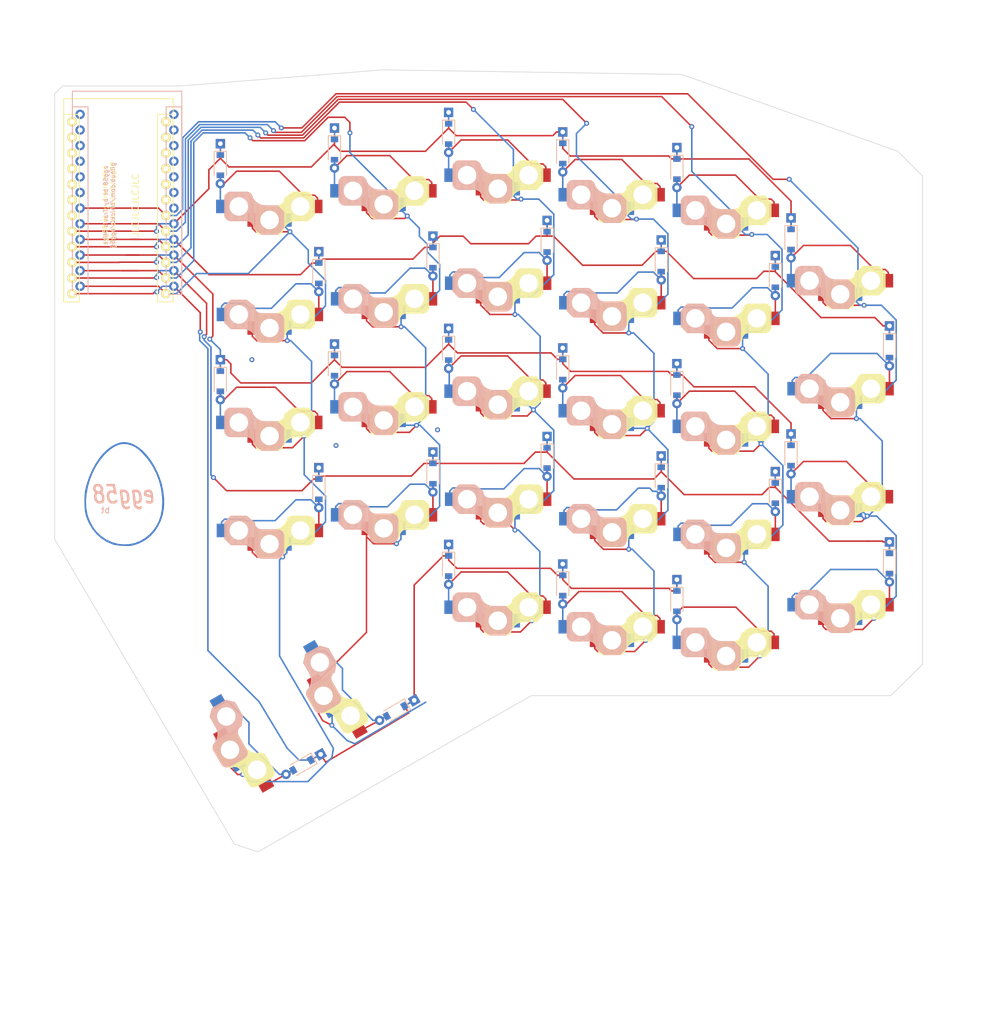
<source format=kicad_pcb>
(kicad_pcb (version 20171130) (host pcbnew "(5.1.12)-1")
  (layers (0 F.Cu signal) (31 B.Cu signal) (34 B.Paste user) (35 F.Paste user) (36 B.SilkS user hide) (37 F.SilkS user) (38 B.Mask user) (39 F.Mask user) (44 Edge.Cuts user))
  (net 0 "")
  (net 1 Row1)
  (net 2 Row2)
  (net 3 Row3)
  (net 4 Row4)
  (net 5 Row5)
  (net 6 Col1)
  (net 7 Col2)
  (net 8 Col3)
  (net 9 Col4)
  (net 10 Col5)
  (net 11 Col6)
  (net 12 GND)
  (net 13 "Net-(U1-Pad22)")
  (net 14 "Net-(U1-Pad20)")
  (net 15 "Net-(U1-Pad19)")
  (net 16 "Net-(U1-Pad7)")
  (net 17 "Net-(SW26-Pad2)")
  (net 18 "Net-(SW11-Pad6)")
  (net 19 "Net-(SW12-Pad6)")
  (net 20 "Net-(SW13-Pad6)")
  (net 21 "Net-(SW14-Pad6)")
  (net 22 "Net-(SW15-Pad6)")
  (net 23 "Net-(SW16-Pad6)")
  (net 24 "Net-(SW21-Pad6)")
  (net 25 "Net-(SW22-Pad6)")
  (net 26 "Net-(SW23-Pad6)")
  (net 27 "Net-(SW24-Pad6)")
  (net 28 "Net-(SW25-Pad6)")
  (net 29 "Net-(SW26-Pad6)")
  (net 30 "Net-(SW31-Pad6)")
  (net 31 "Net-(SW32-Pad6)")
  (net 32 "Net-(SW33-Pad6)")
  (net 33 "Net-(SW34-Pad6)")
  (net 34 "Net-(SW35-Pad6)")
  (net 35 "Net-(SW36-Pad6)")
  (net 36 "Net-(SW41-Pad6)")
  (net 37 "Net-(SW42-Pad6)")
  (net 38 "Net-(SW43-Pad6)")
  (net 39 "Net-(SW44-Pad6)")
  (net 40 "Net-(SW45-Pad6)")
  (net 41 "Net-(SW46-Pad6)")
  (net 42 "Net-(SW52-Pad6)")
  (net 43 "Net-(SW53-Pad6)")
  (net 44 "Net-(SW54-Pad6)")
  (net 45 "Net-(SW55-Pad6)")
  (net 46 "Net-(SW56-Pad6)")
  (net 47 "Net-(U1-Pad24)")
  (net 48 "Net-(U1-Pad21)")
  (net 49 "Net-(U1-Pad6)")
  (net 50 "Net-(U1-Pad5)")
  (net 51 "Net-(U1-Pad2)")
  (net 52 "Net-(U1-Pad1)")
  (module egg58v2:egg58url (layer F.Cu) (at 116.25 58.75 270)
    (fp_text reference REF** hide)
    (fp_text value egg58url)
    (fp_text user "egg58 bt by Travis Mick" (at 0 0 90 unlocked) (layer B.SilkS) (effects (font (size 0.7 0.7) (thickness 0.12) italic) (justify mirror)))
    (fp_text user "egg58 bt by Travis Mick" (at 0 0.127 90 unlocked) (layer F.SilkS) (effects (font (size 0.7 0.7) (thickness 0.12) italic)))
    (fp_text user JLCJLCJLCJLC (at 0 -4.826 270) (layer F.SilkS))
    (fp_text user github.com/tmick0/egg58 (at 0 -1.143 90 unlocked) (layer F.SilkS) (effects (font (size 0.7 0.7) (thickness 0.12) italic)))
    (fp_text user github.com/tmick0/egg58 (at 0 -1.143 90 unlocked) (layer B.SilkS) (effects (font (size 0.7 0.7) (thickness 0.12) italic) (justify mirror)))
  )
  (module egg58v2:egg58logo (layer B.Cu) (at 119.25 105.75 180)
    (fp_text reference G*** hide)
    (fp_text value LOGO hide)
    (fp_text user bt (at 3.048 -2.54) (layer B.SilkS) (effects (justify mirror)))
    (fp_text user egg58 (at 0 0) (layer B.SilkS) (effects (font (size 2.8 2.2) (thickness 0.4) italic) (justify mirror)))
    (fp_poly (pts (xy 0.482515 8.479999) (xy 0.557084 8.465688) (xy 1.316863 8.225199) (xy 2.062533 7.827713) (xy 2.784715 7.285503) (xy 3.474027 6.61084) (xy 4.121088 5.815994) (xy 4.716519 4.913238) (xy 5.250938 3.914842) (xy 5.714966 2.833079) (xy 6.09922 1.680219) (xy 6.284239 0.973667) (xy 6.358088 0.624943) (xy 6.409306 0.281874) (xy 6.441448 -0.098562) (xy 6.458071 -0.55939) (xy 6.462731 -1.143634) (xy 6.462706 -1.185333) (xy 6.449247 -1.929078) (xy 6.404124 -2.549943) (xy 6.317816 -3.092929) (xy 6.180803 -3.603036) (xy 5.983565 -4.125264) (xy 5.719328 -4.699) (xy 5.179035 -5.617348) (xy 4.514488 -6.427593) (xy 3.73818 -7.118964) (xy 2.862603 -7.68069) (xy 1.900249 -8.102002) (xy 1.693333 -8.170066) (xy 1.439815 -8.224284) (xy 1.068674 -8.273139) (xy 0.623388 -8.314142) (xy 0.147436 -8.344805) (xy -0.315702 -8.362642) (xy -0.722547 -8.365165) (xy -1.02962 -8.349886) (xy -1.143 -8.33234) (xy -1.604929 -8.217224) (xy -1.958885 -8.115616) (xy -2.263149 -8.008875) (xy -2.576002 -7.878355) (xy -2.611657 -7.862541) (xy -3.473576 -7.388217) (xy -4.243973 -6.781016) (xy -4.915009 -6.055272) (xy -5.478845 -5.225319) (xy -5.927643 -4.305492) (xy -6.253564 -3.310123) (xy -6.448769 -2.253548) (xy -6.501703 -1.222467) (xy -6.183176 -1.222467) (xy -6.117993 -2.374336) (xy -5.924156 -3.421976) (xy -5.597696 -4.375732) (xy -5.134643 -5.245948) (xy -4.53103 -6.042969) (xy -4.199308 -6.393582) (xy -3.425363 -7.04749) (xy -2.583727 -7.549413) (xy -1.685769 -7.895847) (xy -0.742855 -8.083284) (xy 0.233645 -8.108219) (xy 1.035091 -8.008101) (xy 2.004644 -7.737914) (xy 2.9128 -7.315311) (xy 3.741825 -6.751484) (xy 4.473983 -6.057625) (xy 4.844007 -5.604412) (xy 5.132987 -5.160672) (xy 5.425451 -4.61971) (xy 5.690186 -4.046562) (xy 5.895978 -3.506259) (xy 5.969387 -3.259666) (xy 6.157925 -2.216442) (xy 6.207069 -1.111095) (xy 6.123728 0.033242) (xy 5.914814 1.193435) (xy 5.587236 2.346351) (xy 5.147904 3.468856) (xy 4.60373 4.537817) (xy 3.961622 5.530102) (xy 3.228492 6.422575) (xy 3.009192 6.650085) (xy 2.303838 7.284641) (xy 1.618167 7.753911) (xy 0.944975 8.059798) (xy 0.277062 8.204199) (xy -0.392773 8.189018) (xy -1.071733 8.016153) (xy -1.487849 7.836863) (xy -1.826773 7.654058) (xy -2.134508 7.448384) (xy -2.452743 7.187712) (xy -2.823164 6.839914) (xy -2.969759 6.694752) (xy -3.833376 5.713632) (xy -4.573609 4.627189) (xy -5.183176 3.453358) (xy -5.654797 2.210078) (xy -5.981192 0.915286) (xy -6.155081 -0.413082) (xy -6.183176 -1.222467) (xy -6.501703 -1.222467) (xy -6.505419 -1.150099) (xy -6.491763 -0.767456) (xy -6.357225 0.515732) (xy -6.09946 1.72748) (xy -5.705945 2.916827) (xy -5.325935 3.798729) (xy -4.802671 4.798387) (xy -4.22496 5.697139) (xy -3.603051 6.486855) (xy -2.947195 7.159402) (xy -2.267643 7.706649) (xy -1.574645 8.120464) (xy -0.878452 8.392715) (xy -0.189315 8.515271) (xy 0.482515 8.479999)) (layer B.Cu) (width 0.01))
  )
  (module egg58v2:Choc_Hotswap (layer F.Cu) (at 179.975 67.715 180)
    (fp_text reference SW24 hide)
    (fp_text value SW_PUSH hide)
    (pad 6 thru_hole circle (at -8 0 270) (size 1.524 1.524) (drill 0.762) (layers *.Cu *.Mask) (net 27 "Net-(SW24-Pad6)"))
    (pad 7 thru_hole rect (at -8 6.5 270) (size 1.524 1.524) (drill 0.762) (layers *.Cu *.Mask) (net 2 Row2))
    (pad 7 smd rect (at -8 4.65 270) (size 0.9 1.2) (layers F.Cu F.Paste F.Mask) (net 2 Row2))
    (pad 6 smd rect (at -8 1.35 270) (size 0.9 1.2) (layers F.Cu F.Paste F.Mask) (net 27 "Net-(SW24-Pad6)"))
    (pad 6 smd rect (at -8 1.35 270) (size 0.9 1.2) (layers B.Cu B.Paste B.Mask) (net 27 "Net-(SW24-Pad6)"))
    (pad 7 smd rect (at -8 4.65 270) (size 0.9 1.2) (layers B.Cu B.Paste B.Mask) (net 2 Row2))
    (pad "" np_thru_hole circle (at 0 0 90) (size 3.4 3.4) (drill 3.4) (layers *.Cu *.Mask))
    (pad "" np_thru_hole circle (at 0 -5.9 90) (size 3 3) (drill 3) (layers *.Cu *.Mask))
    (pad "" np_thru_hole circle (at 5 -3.7 90) (size 3 3) (drill 3) (layers *.Cu *.Mask))
    (pad 5 smd rect (at -2.8 -5.9 180) (size 1.6 2.2) (layers B.Cu B.Paste B.Mask) (net 9 Col4))
    (pad 6 smd rect (at 7.8 -3.7 180) (size 1.6 2.2) (layers B.Cu B.Paste B.Mask) (net 27 "Net-(SW24-Pad6)") (clearance 0.3))
    (pad 6 smd rect (at -7.9 -3.7 180) (size 1.6 2.2) (layers F.Cu F.Paste F.Mask) (net 27 "Net-(SW24-Pad6)") (clearance 0.5))
    (pad 5 smd rect (at 2.8 -5.9 180) (size 1.6 2.2) (layers F.Cu F.Paste F.Mask) (net 9 Col4))
    (pad "" np_thru_hole circle (at -5 -3.7 270) (size 3 3) (drill 3) (layers *.Cu *.Mask))
    (pad "" np_thru_hole circle (at 5.5 0 180) (size 1.9 1.9) (drill 1.9) (layers *.Cu *.Mask))
    (pad "" np_thru_hole circle (at -5.5 0 180) (size 1.9 1.9) (drill 1.9) (layers *.Cu *.Mask))
  )
  (module egg58v2:ProMicro (layer B.Cu) (at 118.5 58.75 180)
    (fp_text reference U1 hide)
    (fp_text value "nice!nano v2" hide)
    (pad 24 thru_hole circle (at 6.42 14.77 180) (size 1.524 1.524) (drill 0.8128) (layers *.Cu *.Mask) (net 47 "Net-(U1-Pad24)"))
    (pad 23 thru_hole circle (at 6.42 12.23 180) (size 1.524 1.524) (drill 0.8128) (layers *.Cu *.Mask) (net 12 GND))
    (pad 22 thru_hole circle (at 6.42 9.69 180) (size 1.524 1.524) (drill 0.8128) (layers *.Cu *.Mask) (net 13 "Net-(U1-Pad22)"))
    (pad 21 thru_hole circle (at 6.42 7.15 180) (size 1.524 1.524) (drill 0.8128) (layers *.Cu *.Mask) (net 48 "Net-(U1-Pad21)"))
    (pad 20 thru_hole circle (at 6.42 4.61 180) (size 1.524 1.524) (drill 0.8128) (layers *.Cu *.Mask) (net 14 "Net-(U1-Pad20)"))
    (pad 19 thru_hole circle (at 6.42 2.07 180) (size 1.524 1.524) (drill 0.8128) (layers *.Cu *.Mask) (net 15 "Net-(U1-Pad19)"))
    (pad 18 thru_hole circle (at 6.42 -0.47 180) (size 1.524 1.524) (drill 0.8128) (layers *.Cu *.Mask) (net 6 Col1))
    (pad 17 thru_hole circle (at 6.42 -3.01 180) (size 1.524 1.524) (drill 0.8128) (layers *.Cu *.Mask) (net 7 Col2))
    (pad 16 thru_hole circle (at 6.42 -5.55 180) (size 1.524 1.524) (drill 0.8128) (layers *.Cu *.Mask) (net 8 Col3))
    (pad 15 thru_hole circle (at 6.42 -8.09 180) (size 1.524 1.524) (drill 0.8128) (layers *.Cu *.Mask) (net 9 Col4))
    (pad 14 thru_hole circle (at 6.42 -10.63 180) (size 1.524 1.524) (drill 0.8128) (layers *.Cu *.Mask) (net 10 Col5))
    (pad 13 thru_hole circle (at 6.42 -13.17 180) (size 1.524 1.524) (drill 0.8128) (layers *.Cu *.Mask) (net 11 Col6))
    (pad 12 thru_hole circle (at -8.82 -13.17 180) (size 1.524 1.524) (drill 0.8128) (layers *.Cu *.Mask) (net 5 Row5))
    (pad 11 thru_hole circle (at -8.82 -10.63 180) (size 1.524 1.524) (drill 0.8128) (layers *.Cu *.Mask) (net 4 Row4))
    (pad 10 thru_hole circle (at -8.82 -8.09 180) (size 1.524 1.524) (drill 0.8128) (layers *.Cu *.Mask) (net 3 Row3))
    (pad 9 thru_hole circle (at -8.82 -5.55 180) (size 1.524 1.524) (drill 0.8128) (layers *.Cu *.Mask) (net 2 Row2))
    (pad 8 thru_hole circle (at -8.82 -3.01 180) (size 1.524 1.524) (drill 0.8128) (layers *.Cu *.Mask) (net 1 Row1))
    (pad 7 thru_hole circle (at -8.82 -0.47 180) (size 1.524 1.524) (drill 0.8128) (layers *.Cu *.Mask) (net 16 "Net-(U1-Pad7)"))
    (pad 6 thru_hole circle (at -8.82 2.07 180) (size 1.524 1.524) (drill 0.8128) (layers *.Cu *.Mask) (net 49 "Net-(U1-Pad6)"))
    (pad 5 thru_hole circle (at -8.82 4.61 180) (size 1.524 1.524) (drill 0.8128) (layers *.Cu *.Mask) (net 50 "Net-(U1-Pad5)"))
    (pad 4 thru_hole circle (at -8.82 7.15 180) (size 1.524 1.524) (drill 0.8128) (layers *.Cu *.Mask) (net 12 GND))
    (pad 3 thru_hole circle (at -8.82 9.69 180) (size 1.524 1.524) (drill 0.8128) (layers *.Cu *.Mask) (net 12 GND))
    (pad 2 thru_hole circle (at -8.82 12.23 180) (size 1.524 1.524) (drill 0.8128) (layers *.Cu *.Mask) (net 51 "Net-(U1-Pad2)"))
    (pad 1 thru_hole circle (at -8.82 14.77 180) (size 1.524 1.524) (drill 0.8128) (layers *.Cu *.Mask) (net 52 "Net-(U1-Pad1)"))
    (pad 5 thru_hole circle (at 7.718815 3.414255) (size 1.524 1.524) (drill 0.8128) (layers *.Cu *.Mask F.SilkS) (net 50 "Net-(U1-Pad5)"))
    (pad 7 thru_hole circle (at 7.718815 -1.665745) (size 1.524 1.524) (drill 0.8128) (layers *.Cu *.Mask F.SilkS) (net 16 "Net-(U1-Pad7)"))
    (pad 24 thru_hole circle (at -7.521185 13.574255) (size 1.524 1.524) (drill 0.8128) (layers *.Cu *.Mask F.SilkS) (net 47 "Net-(U1-Pad24)"))
    (pad 2 thru_hole circle (at 7.718815 11.034255) (size 1.524 1.524) (drill 0.8128) (layers *.Cu *.Mask F.SilkS) (net 51 "Net-(U1-Pad2)"))
    (pad 11 thru_hole circle (at 7.718815 -11.825745) (size 1.524 1.524) (drill 0.8128) (layers *.Cu *.Mask F.SilkS) (net 4 Row4))
    (pad 13 thru_hole circle (at -7.521185 -14.365745) (size 1.524 1.524) (drill 0.8128) (layers *.Cu *.Mask F.SilkS) (net 11 Col6))
    (pad 8 thru_hole circle (at 7.718815 -4.205745) (size 1.524 1.524) (drill 0.8128) (layers *.Cu *.Mask F.SilkS) (net 1 Row1))
    (pad 9 thru_hole circle (at 7.718815 -6.745745) (size 1.524 1.524) (drill 0.8128) (layers *.Cu *.Mask F.SilkS) (net 2 Row2))
    (pad 17 thru_hole circle (at -7.521185 -4.205745) (size 1.524 1.524) (drill 0.8128) (layers *.Cu *.Mask F.SilkS) (net 7 Col2))
    (pad 15 thru_hole circle (at -7.521185 -9.285745) (size 1.524 1.524) (drill 0.8128) (layers *.Cu *.Mask F.SilkS) (net 9 Col4))
    (pad 20 thru_hole circle (at -7.521185 3.414255) (size 1.524 1.524) (drill 0.8128) (layers *.Cu *.Mask F.SilkS) (net 14 "Net-(U1-Pad20)"))
    (pad 21 thru_hole circle (at -7.521185 5.954255) (size 1.524 1.524) (drill 0.8128) (layers *.Cu *.Mask F.SilkS) (net 48 "Net-(U1-Pad21)"))
    (pad 23 thru_hole circle (at -7.521185 11.034255) (size 1.524 1.524) (drill 0.8128) (layers *.Cu *.Mask F.SilkS) (net 12 GND))
    (pad 19 thru_hole circle (at -7.521185 0.874255) (size 1.524 1.524) (drill 0.8128) (layers *.Cu *.Mask F.SilkS) (net 15 "Net-(U1-Pad19)"))
    (pad 12 thru_hole circle (at 7.718815 -14.365745) (size 1.524 1.524) (drill 0.8128) (layers *.Cu *.Mask F.SilkS) (net 5 Row5))
    (pad 16 thru_hole circle (at -7.521185 -6.745745) (size 1.524 1.524) (drill 0.8128) (layers *.Cu *.Mask F.SilkS) (net 8 Col3))
    (pad 1 thru_hole circle (at 7.718815 13.574255) (size 1.524 1.524) (drill 0.8128) (layers *.Cu *.Mask F.SilkS) (net 52 "Net-(U1-Pad1)"))
    (pad 3 thru_hole circle (at 7.718815 8.494255) (size 1.524 1.524) (drill 0.8128) (layers *.Cu *.Mask F.SilkS) (net 12 GND))
    (pad 14 thru_hole circle (at -7.521185 -11.825745) (size 1.524 1.524) (drill 0.8128) (layers *.Cu *.Mask F.SilkS) (net 10 Col5))
    (pad 4 thru_hole circle (at 7.718815 5.954255) (size 1.524 1.524) (drill 0.8128) (layers *.Cu *.Mask F.SilkS) (net 12 GND))
    (pad 6 thru_hole circle (at 7.718815 0.874255) (size 1.524 1.524) (drill 0.8128) (layers *.Cu *.Mask F.SilkS) (net 49 "Net-(U1-Pad6)"))
    (pad 18 thru_hole circle (at -7.521185 -1.665745) (size 1.524 1.524) (drill 0.8128) (layers *.Cu *.Mask F.SilkS) (net 6 Col1))
    (pad 10 thru_hole circle (at 7.718815 -9.285745) (size 1.524 1.524) (drill 0.8128) (layers *.Cu *.Mask F.SilkS) (net 3 Row3))
    (pad 22 thru_hole circle (at -7.521185 8.494255) (size 1.524 1.524) (drill 0.8128) (layers *.Cu *.Mask F.SilkS) (net 13 "Net-(U1-Pad22)"))
  )
  (module egg58v2:Choc_Hotswap (layer F.Cu) (at 141.548975 144.294846 120)
    (fp_text reference SW56 hide)
    (fp_text value SW_PUSH hide)
    (pad 6 thru_hole circle (at -8 0 210) (size 1.524 1.524) (drill 0.762) (layers *.Cu *.Mask) (net 46 "Net-(SW56-Pad6)"))
    (pad 7 thru_hole rect (at -8 6.5 210) (size 1.524 1.524) (drill 0.762) (layers *.Cu *.Mask) (net 5 Row5))
    (pad 7 smd rect (at -8 4.65 210) (size 0.9 1.2) (layers F.Cu F.Paste F.Mask) (net 5 Row5))
    (pad 6 smd rect (at -8 1.35 210) (size 0.9 1.2) (layers F.Cu F.Paste F.Mask) (net 46 "Net-(SW56-Pad6)"))
    (pad 6 smd rect (at -8 1.35 210) (size 0.9 1.2) (layers B.Cu B.Paste B.Mask) (net 46 "Net-(SW56-Pad6)"))
    (pad 7 smd rect (at -8 4.65 210) (size 0.9 1.2) (layers B.Cu B.Paste B.Mask) (net 5 Row5))
    (pad "" np_thru_hole circle (at 0 0 30) (size 3.4 3.4) (drill 3.4) (layers *.Cu *.Mask))
    (pad "" np_thru_hole circle (at 0 -5.9 30) (size 3 3) (drill 3) (layers *.Cu *.Mask))
    (pad "" np_thru_hole circle (at 5 -3.7 30) (size 3 3) (drill 3) (layers *.Cu *.Mask))
    (pad 5 smd rect (at -2.8 -5.9 120) (size 1.6 2.2) (layers B.Cu B.Paste B.Mask) (net 11 Col6))
    (pad 6 smd rect (at 7.8 -3.7 120) (size 1.6 2.2) (layers B.Cu B.Paste B.Mask) (net 46 "Net-(SW56-Pad6)") (clearance 0.3))
    (pad 6 smd rect (at -7.9 -3.7 120) (size 1.6 2.2) (layers F.Cu F.Paste F.Mask) (net 46 "Net-(SW56-Pad6)") (clearance 0.5))
    (pad 5 smd rect (at 2.8 -5.9 120) (size 1.6 2.2) (layers F.Cu F.Paste F.Mask) (net 11 Col6))
    (pad "" np_thru_hole circle (at -5 -3.7 210) (size 3 3) (drill 3) (layers *.Cu *.Mask))
    (pad "" np_thru_hole circle (at 5.5 0 120) (size 1.9 1.9) (drill 1.9) (layers *.Cu *.Mask))
    (pad "" np_thru_hole circle (at -5.5 0 120) (size 1.9 1.9) (drill 1.9) (layers *.Cu *.Mask))
  )
  (module egg58v2:Choc_Hotswap (layer F.Cu) (at 156.746509 135.515401 120)
    (fp_text reference SW55 hide)
    (fp_text value SW_PUSH hide)
    (pad 6 thru_hole circle (at -8 0 210) (size 1.524 1.524) (drill 0.762) (layers *.Cu *.Mask) (net 45 "Net-(SW55-Pad6)"))
    (pad 7 thru_hole rect (at -8 6.5 210) (size 1.524 1.524) (drill 0.762) (layers *.Cu *.Mask) (net 5 Row5))
    (pad 7 smd rect (at -8 4.65 210) (size 0.9 1.2) (layers F.Cu F.Paste F.Mask) (net 5 Row5))
    (pad 6 smd rect (at -8 1.35 210) (size 0.9 1.2) (layers F.Cu F.Paste F.Mask) (net 45 "Net-(SW55-Pad6)"))
    (pad 6 smd rect (at -8 1.35 210) (size 0.9 1.2) (layers B.Cu B.Paste B.Mask) (net 45 "Net-(SW55-Pad6)"))
    (pad 7 smd rect (at -8 4.65 210) (size 0.9 1.2) (layers B.Cu B.Paste B.Mask) (net 5 Row5))
    (pad "" np_thru_hole circle (at 0 0 30) (size 3.4 3.4) (drill 3.4) (layers *.Cu *.Mask))
    (pad "" np_thru_hole circle (at 0 -5.9 30) (size 3 3) (drill 3) (layers *.Cu *.Mask))
    (pad "" np_thru_hole circle (at 5 -3.7 30) (size 3 3) (drill 3) (layers *.Cu *.Mask))
    (pad 5 smd rect (at -2.8 -5.9 120) (size 1.6 2.2) (layers B.Cu B.Paste B.Mask) (net 10 Col5))
    (pad 6 smd rect (at 7.8 -3.7 120) (size 1.6 2.2) (layers B.Cu B.Paste B.Mask) (net 45 "Net-(SW55-Pad6)") (clearance 0.3))
    (pad 6 smd rect (at -7.9 -3.7 120) (size 1.6 2.2) (layers F.Cu F.Paste F.Mask) (net 45 "Net-(SW55-Pad6)") (clearance 0.5))
    (pad 5 smd rect (at 2.8 -5.9 120) (size 1.6 2.2) (layers F.Cu F.Paste F.Mask) (net 10 Col5))
    (pad "" np_thru_hole circle (at -5 -3.7 210) (size 3 3) (drill 3) (layers *.Cu *.Mask))
    (pad "" np_thru_hole circle (at 5.5 0 120) (size 1.9 1.9) (drill 1.9) (layers *.Cu *.Mask))
    (pad "" np_thru_hole circle (at -5.5 0 120) (size 1.9 1.9) (drill 1.9) (layers *.Cu *.Mask))
  )
  (module egg58v2:Choc_Hotswap (layer B.Cu) (at 179.975 120.365)
    (fp_text reference SW54 hide)
    (fp_text value SW_PUSH hide)
    (pad 6 thru_hole circle (at -8 0 270) (size 1.524 1.524) (drill 0.762) (layers *.Cu *.Mask) (net 44 "Net-(SW54-Pad6)"))
    (pad 7 thru_hole rect (at -8 -6.5 270) (size 1.524 1.524) (drill 0.762) (layers *.Cu *.Mask) (net 5 Row5))
    (pad 7 smd rect (at -8 -4.65 270) (size 0.9 1.2) (layers B.Cu B.Paste B.Mask) (net 5 Row5))
    (pad 6 smd rect (at -8 -1.35 270) (size 0.9 1.2) (layers B.Cu B.Paste B.Mask) (net 44 "Net-(SW54-Pad6)"))
    (pad 6 smd rect (at -8 -1.35 270) (size 0.9 1.2) (layers F.Cu F.Paste F.Mask) (net 44 "Net-(SW54-Pad6)"))
    (pad 7 smd rect (at -8 -4.65 270) (size 0.9 1.2) (layers F.Cu F.Paste F.Mask) (net 5 Row5))
    (pad "" np_thru_hole circle (at 0 0 90) (size 3.4 3.4) (drill 3.4) (layers *.Cu *.Mask))
    (pad "" np_thru_hole circle (at 0 5.9 90) (size 3 3) (drill 3) (layers *.Cu *.Mask))
    (pad "" np_thru_hole circle (at 5 3.7 90) (size 3 3) (drill 3) (layers *.Cu *.Mask))
    (pad 5 smd rect (at -2.8 5.9) (size 1.6 2.2) (layers F.Cu F.Paste F.Mask) (net 9 Col4))
    (pad 6 smd rect (at 7.8 3.7) (size 1.6 2.2) (layers F.Cu F.Paste F.Mask) (net 44 "Net-(SW54-Pad6)") (clearance 0.3))
    (pad 6 smd rect (at -7.9 3.7) (size 1.6 2.2) (layers B.Cu B.Paste B.Mask) (net 44 "Net-(SW54-Pad6)") (clearance 0.5))
    (pad 5 smd rect (at 2.8 5.9) (size 1.6 2.2) (layers B.Cu B.Paste B.Mask) (net 9 Col4))
    (pad "" np_thru_hole circle (at -5 3.7 270) (size 3 3) (drill 3) (layers *.Cu *.Mask))
    (pad "" np_thru_hole circle (at 5.5 0) (size 1.9 1.9) (drill 1.9) (layers *.Cu *.Mask))
    (pad "" np_thru_hole circle (at -5.5 0) (size 1.9 1.9) (drill 1.9) (layers *.Cu *.Mask))
  )
  (module egg58v2:Choc_Hotswap (layer B.Cu) (at 198.525 123.54)
    (fp_text reference SW53 hide)
    (fp_text value SW_PUSH hide)
    (pad 6 thru_hole circle (at -8 0 270) (size 1.524 1.524) (drill 0.762) (layers *.Cu *.Mask) (net 43 "Net-(SW53-Pad6)"))
    (pad 7 thru_hole rect (at -8 -6.5 270) (size 1.524 1.524) (drill 0.762) (layers *.Cu *.Mask) (net 5 Row5))
    (pad 7 smd rect (at -8 -4.65 270) (size 0.9 1.2) (layers B.Cu B.Paste B.Mask) (net 5 Row5))
    (pad 6 smd rect (at -8 -1.35 270) (size 0.9 1.2) (layers B.Cu B.Paste B.Mask) (net 43 "Net-(SW53-Pad6)"))
    (pad 6 smd rect (at -8 -1.35 270) (size 0.9 1.2) (layers F.Cu F.Paste F.Mask) (net 43 "Net-(SW53-Pad6)"))
    (pad 7 smd rect (at -8 -4.65 270) (size 0.9 1.2) (layers F.Cu F.Paste F.Mask) (net 5 Row5))
    (pad "" np_thru_hole circle (at 0 0 90) (size 3.4 3.4) (drill 3.4) (layers *.Cu *.Mask))
    (pad "" np_thru_hole circle (at 0 5.9 90) (size 3 3) (drill 3) (layers *.Cu *.Mask))
    (pad "" np_thru_hole circle (at 5 3.7 90) (size 3 3) (drill 3) (layers *.Cu *.Mask))
    (pad 5 smd rect (at -2.8 5.9) (size 1.6 2.2) (layers F.Cu F.Paste F.Mask) (net 8 Col3))
    (pad 6 smd rect (at 7.8 3.7) (size 1.6 2.2) (layers F.Cu F.Paste F.Mask) (net 43 "Net-(SW53-Pad6)") (clearance 0.3))
    (pad 6 smd rect (at -7.9 3.7) (size 1.6 2.2) (layers B.Cu B.Paste B.Mask) (net 43 "Net-(SW53-Pad6)") (clearance 0.5))
    (pad 5 smd rect (at 2.8 5.9) (size 1.6 2.2) (layers B.Cu B.Paste B.Mask) (net 8 Col3))
    (pad "" np_thru_hole circle (at -5 3.7 270) (size 3 3) (drill 3) (layers *.Cu *.Mask))
    (pad "" np_thru_hole circle (at 5.5 0) (size 1.9 1.9) (drill 1.9) (layers *.Cu *.Mask))
    (pad "" np_thru_hole circle (at -5.5 0) (size 1.9 1.9) (drill 1.9) (layers *.Cu *.Mask))
  )
  (module egg58v2:Choc_Hotswap (layer B.Cu) (at 217.075 126.08)
    (fp_text reference SW52 hide)
    (fp_text value SW_PUSH hide)
    (pad 6 thru_hole circle (at -8 0 270) (size 1.524 1.524) (drill 0.762) (layers *.Cu *.Mask) (net 42 "Net-(SW52-Pad6)"))
    (pad 7 thru_hole rect (at -8 -6.5 270) (size 1.524 1.524) (drill 0.762) (layers *.Cu *.Mask) (net 5 Row5))
    (pad 7 smd rect (at -8 -4.65 270) (size 0.9 1.2) (layers B.Cu B.Paste B.Mask) (net 5 Row5))
    (pad 6 smd rect (at -8 -1.35 270) (size 0.9 1.2) (layers B.Cu B.Paste B.Mask) (net 42 "Net-(SW52-Pad6)"))
    (pad 6 smd rect (at -8 -1.35 270) (size 0.9 1.2) (layers F.Cu F.Paste F.Mask) (net 42 "Net-(SW52-Pad6)"))
    (pad 7 smd rect (at -8 -4.65 270) (size 0.9 1.2) (layers F.Cu F.Paste F.Mask) (net 5 Row5))
    (pad "" np_thru_hole circle (at 0 0 90) (size 3.4 3.4) (drill 3.4) (layers *.Cu *.Mask))
    (pad "" np_thru_hole circle (at 0 5.9 90) (size 3 3) (drill 3) (layers *.Cu *.Mask))
    (pad "" np_thru_hole circle (at 5 3.7 90) (size 3 3) (drill 3) (layers *.Cu *.Mask))
    (pad 5 smd rect (at -2.8 5.9) (size 1.6 2.2) (layers F.Cu F.Paste F.Mask) (net 7 Col2))
    (pad 6 smd rect (at 7.8 3.7) (size 1.6 2.2) (layers F.Cu F.Paste F.Mask) (net 42 "Net-(SW52-Pad6)") (clearance 0.3))
    (pad 6 smd rect (at -7.9 3.7) (size 1.6 2.2) (layers B.Cu B.Paste B.Mask) (net 42 "Net-(SW52-Pad6)") (clearance 0.5))
    (pad 5 smd rect (at 2.8 5.9) (size 1.6 2.2) (layers B.Cu B.Paste B.Mask) (net 7 Col2))
    (pad "" np_thru_hole circle (at -5 3.7 270) (size 3 3) (drill 3) (layers *.Cu *.Mask))
    (pad "" np_thru_hole circle (at 5.5 0) (size 1.9 1.9) (drill 1.9) (layers *.Cu *.Mask))
    (pad "" np_thru_hole circle (at -5.5 0) (size 1.9 1.9) (drill 1.9) (layers *.Cu *.Mask))
  )
  (module egg58v2:Choc_Hotswap (layer F.Cu) (at 142.875 107.895 180)
    (fp_text reference SW46 hide)
    (fp_text value SW_PUSH hide)
    (pad 6 thru_hole circle (at -8 0 270) (size 1.524 1.524) (drill 0.762) (layers *.Cu *.Mask) (net 41 "Net-(SW46-Pad6)"))
    (pad 7 thru_hole rect (at -8 6.5 270) (size 1.524 1.524) (drill 0.762) (layers *.Cu *.Mask) (net 4 Row4))
    (pad 7 smd rect (at -8 4.65 270) (size 0.9 1.2) (layers F.Cu F.Paste F.Mask) (net 4 Row4))
    (pad 6 smd rect (at -8 1.35 270) (size 0.9 1.2) (layers F.Cu F.Paste F.Mask) (net 41 "Net-(SW46-Pad6)"))
    (pad 6 smd rect (at -8 1.35 270) (size 0.9 1.2) (layers B.Cu B.Paste B.Mask) (net 41 "Net-(SW46-Pad6)"))
    (pad 7 smd rect (at -8 4.65 270) (size 0.9 1.2) (layers B.Cu B.Paste B.Mask) (net 4 Row4))
    (pad "" np_thru_hole circle (at 0 0 90) (size 3.4 3.4) (drill 3.4) (layers *.Cu *.Mask))
    (pad "" np_thru_hole circle (at 0 -5.9 90) (size 3 3) (drill 3) (layers *.Cu *.Mask))
    (pad "" np_thru_hole circle (at 5 -3.7 90) (size 3 3) (drill 3) (layers *.Cu *.Mask))
    (pad 5 smd rect (at -2.8 -5.9 180) (size 1.6 2.2) (layers B.Cu B.Paste B.Mask) (net 11 Col6))
    (pad 6 smd rect (at 7.8 -3.7 180) (size 1.6 2.2) (layers B.Cu B.Paste B.Mask) (net 41 "Net-(SW46-Pad6)") (clearance 0.3))
    (pad 6 smd rect (at -7.9 -3.7 180) (size 1.6 2.2) (layers F.Cu F.Paste F.Mask) (net 41 "Net-(SW46-Pad6)") (clearance 0.5))
    (pad 5 smd rect (at 2.8 -5.9 180) (size 1.6 2.2) (layers F.Cu F.Paste F.Mask) (net 11 Col6))
    (pad "" np_thru_hole circle (at -5 -3.7 270) (size 3 3) (drill 3) (layers *.Cu *.Mask))
    (pad "" np_thru_hole circle (at 5.5 0 180) (size 1.9 1.9) (drill 1.9) (layers *.Cu *.Mask))
    (pad "" np_thru_hole circle (at -5.5 0 180) (size 1.9 1.9) (drill 1.9) (layers *.Cu *.Mask))
  )
  (module egg58v2:Choc_Hotswap (layer F.Cu) (at 161.425 105.355 180)
    (fp_text reference SW45 hide)
    (fp_text value SW_PUSH hide)
    (pad 6 thru_hole circle (at -8 0 270) (size 1.524 1.524) (drill 0.762) (layers *.Cu *.Mask) (net 40 "Net-(SW45-Pad6)"))
    (pad 7 thru_hole rect (at -8 6.5 270) (size 1.524 1.524) (drill 0.762) (layers *.Cu *.Mask) (net 4 Row4))
    (pad 7 smd rect (at -8 4.65 270) (size 0.9 1.2) (layers F.Cu F.Paste F.Mask) (net 4 Row4))
    (pad 6 smd rect (at -8 1.35 270) (size 0.9 1.2) (layers F.Cu F.Paste F.Mask) (net 40 "Net-(SW45-Pad6)"))
    (pad 6 smd rect (at -8 1.35 270) (size 0.9 1.2) (layers B.Cu B.Paste B.Mask) (net 40 "Net-(SW45-Pad6)"))
    (pad 7 smd rect (at -8 4.65 270) (size 0.9 1.2) (layers B.Cu B.Paste B.Mask) (net 4 Row4))
    (pad "" np_thru_hole circle (at 0 0 90) (size 3.4 3.4) (drill 3.4) (layers *.Cu *.Mask))
    (pad "" np_thru_hole circle (at 0 -5.9 90) (size 3 3) (drill 3) (layers *.Cu *.Mask))
    (pad "" np_thru_hole circle (at 5 -3.7 90) (size 3 3) (drill 3) (layers *.Cu *.Mask))
    (pad 5 smd rect (at -2.8 -5.9 180) (size 1.6 2.2) (layers B.Cu B.Paste B.Mask) (net 10 Col5))
    (pad 6 smd rect (at 7.8 -3.7 180) (size 1.6 2.2) (layers B.Cu B.Paste B.Mask) (net 40 "Net-(SW45-Pad6)") (clearance 0.3))
    (pad 6 smd rect (at -7.9 -3.7 180) (size 1.6 2.2) (layers F.Cu F.Paste F.Mask) (net 40 "Net-(SW45-Pad6)") (clearance 0.5))
    (pad 5 smd rect (at 2.8 -5.9 180) (size 1.6 2.2) (layers F.Cu F.Paste F.Mask) (net 10 Col5))
    (pad "" np_thru_hole circle (at -5 -3.7 270) (size 3 3) (drill 3) (layers *.Cu *.Mask))
    (pad "" np_thru_hole circle (at 5.5 0 180) (size 1.9 1.9) (drill 1.9) (layers *.Cu *.Mask))
    (pad "" np_thru_hole circle (at -5.5 0 180) (size 1.9 1.9) (drill 1.9) (layers *.Cu *.Mask))
  )
  (module egg58v2:Choc_Hotswap (layer F.Cu) (at 179.975 102.815 180)
    (fp_text reference SW44 hide)
    (fp_text value SW_PUSH hide)
    (pad 6 thru_hole circle (at -8 0 270) (size 1.524 1.524) (drill 0.762) (layers *.Cu *.Mask) (net 39 "Net-(SW44-Pad6)"))
    (pad 7 thru_hole rect (at -8 6.5 270) (size 1.524 1.524) (drill 0.762) (layers *.Cu *.Mask) (net 4 Row4))
    (pad 7 smd rect (at -8 4.65 270) (size 0.9 1.2) (layers F.Cu F.Paste F.Mask) (net 4 Row4))
    (pad 6 smd rect (at -8 1.35 270) (size 0.9 1.2) (layers F.Cu F.Paste F.Mask) (net 39 "Net-(SW44-Pad6)"))
    (pad 6 smd rect (at -8 1.35 270) (size 0.9 1.2) (layers B.Cu B.Paste B.Mask) (net 39 "Net-(SW44-Pad6)"))
    (pad 7 smd rect (at -8 4.65 270) (size 0.9 1.2) (layers B.Cu B.Paste B.Mask) (net 4 Row4))
    (pad "" np_thru_hole circle (at 0 0 90) (size 3.4 3.4) (drill 3.4) (layers *.Cu *.Mask))
    (pad "" np_thru_hole circle (at 0 -5.9 90) (size 3 3) (drill 3) (layers *.Cu *.Mask))
    (pad "" np_thru_hole circle (at 5 -3.7 90) (size 3 3) (drill 3) (layers *.Cu *.Mask))
    (pad 5 smd rect (at -2.8 -5.9 180) (size 1.6 2.2) (layers B.Cu B.Paste B.Mask) (net 9 Col4))
    (pad 6 smd rect (at 7.8 -3.7 180) (size 1.6 2.2) (layers B.Cu B.Paste B.Mask) (net 39 "Net-(SW44-Pad6)") (clearance 0.3))
    (pad 6 smd rect (at -7.9 -3.7 180) (size 1.6 2.2) (layers F.Cu F.Paste F.Mask) (net 39 "Net-(SW44-Pad6)") (clearance 0.5))
    (pad 5 smd rect (at 2.8 -5.9 180) (size 1.6 2.2) (layers F.Cu F.Paste F.Mask) (net 9 Col4))
    (pad "" np_thru_hole circle (at -5 -3.7 270) (size 3 3) (drill 3) (layers *.Cu *.Mask))
    (pad "" np_thru_hole circle (at 5.5 0 180) (size 1.9 1.9) (drill 1.9) (layers *.Cu *.Mask))
    (pad "" np_thru_hole circle (at -5.5 0 180) (size 1.9 1.9) (drill 1.9) (layers *.Cu *.Mask))
  )
  (module egg58v2:Choc_Hotswap (layer F.Cu) (at 198.525 105.99 180)
    (fp_text reference SW43 hide)
    (fp_text value SW_PUSH hide)
    (pad 6 thru_hole circle (at -8 0 270) (size 1.524 1.524) (drill 0.762) (layers *.Cu *.Mask) (net 38 "Net-(SW43-Pad6)"))
    (pad 7 thru_hole rect (at -8 6.5 270) (size 1.524 1.524) (drill 0.762) (layers *.Cu *.Mask) (net 4 Row4))
    (pad 7 smd rect (at -8 4.65 270) (size 0.9 1.2) (layers F.Cu F.Paste F.Mask) (net 4 Row4))
    (pad 6 smd rect (at -8 1.35 270) (size 0.9 1.2) (layers F.Cu F.Paste F.Mask) (net 38 "Net-(SW43-Pad6)"))
    (pad 6 smd rect (at -8 1.35 270) (size 0.9 1.2) (layers B.Cu B.Paste B.Mask) (net 38 "Net-(SW43-Pad6)"))
    (pad 7 smd rect (at -8 4.65 270) (size 0.9 1.2) (layers B.Cu B.Paste B.Mask) (net 4 Row4))
    (pad "" np_thru_hole circle (at 0 0 90) (size 3.4 3.4) (drill 3.4) (layers *.Cu *.Mask))
    (pad "" np_thru_hole circle (at 0 -5.9 90) (size 3 3) (drill 3) (layers *.Cu *.Mask))
    (pad "" np_thru_hole circle (at 5 -3.7 90) (size 3 3) (drill 3) (layers *.Cu *.Mask))
    (pad 5 smd rect (at -2.8 -5.9 180) (size 1.6 2.2) (layers B.Cu B.Paste B.Mask) (net 8 Col3))
    (pad 6 smd rect (at 7.8 -3.7 180) (size 1.6 2.2) (layers B.Cu B.Paste B.Mask) (net 38 "Net-(SW43-Pad6)") (clearance 0.3))
    (pad 6 smd rect (at -7.9 -3.7 180) (size 1.6 2.2) (layers F.Cu F.Paste F.Mask) (net 38 "Net-(SW43-Pad6)") (clearance 0.5))
    (pad 5 smd rect (at 2.8 -5.9 180) (size 1.6 2.2) (layers F.Cu F.Paste F.Mask) (net 8 Col3))
    (pad "" np_thru_hole circle (at -5 -3.7 270) (size 3 3) (drill 3) (layers *.Cu *.Mask))
    (pad "" np_thru_hole circle (at 5.5 0 180) (size 1.9 1.9) (drill 1.9) (layers *.Cu *.Mask))
    (pad "" np_thru_hole circle (at -5.5 0 180) (size 1.9 1.9) (drill 1.9) (layers *.Cu *.Mask))
  )
  (module egg58v2:Choc_Hotswap (layer F.Cu) (at 217.075 108.53 180)
    (fp_text reference SW42 hide)
    (fp_text value SW_PUSH hide)
    (pad 6 thru_hole circle (at -8 0 270) (size 1.524 1.524) (drill 0.762) (layers *.Cu *.Mask) (net 37 "Net-(SW42-Pad6)"))
    (pad 7 thru_hole rect (at -8 6.5 270) (size 1.524 1.524) (drill 0.762) (layers *.Cu *.Mask) (net 4 Row4))
    (pad 7 smd rect (at -8 4.65 270) (size 0.9 1.2) (layers F.Cu F.Paste F.Mask) (net 4 Row4))
    (pad 6 smd rect (at -8 1.35 270) (size 0.9 1.2) (layers F.Cu F.Paste F.Mask) (net 37 "Net-(SW42-Pad6)"))
    (pad 6 smd rect (at -8 1.35 270) (size 0.9 1.2) (layers B.Cu B.Paste B.Mask) (net 37 "Net-(SW42-Pad6)"))
    (pad 7 smd rect (at -8 4.65 270) (size 0.9 1.2) (layers B.Cu B.Paste B.Mask) (net 4 Row4))
    (pad "" np_thru_hole circle (at 0 0 90) (size 3.4 3.4) (drill 3.4) (layers *.Cu *.Mask))
    (pad "" np_thru_hole circle (at 0 -5.9 90) (size 3 3) (drill 3) (layers *.Cu *.Mask))
    (pad "" np_thru_hole circle (at 5 -3.7 90) (size 3 3) (drill 3) (layers *.Cu *.Mask))
    (pad 5 smd rect (at -2.8 -5.9 180) (size 1.6 2.2) (layers B.Cu B.Paste B.Mask) (net 7 Col2))
    (pad 6 smd rect (at 7.8 -3.7 180) (size 1.6 2.2) (layers B.Cu B.Paste B.Mask) (net 37 "Net-(SW42-Pad6)") (clearance 0.3))
    (pad 6 smd rect (at -7.9 -3.7 180) (size 1.6 2.2) (layers F.Cu F.Paste F.Mask) (net 37 "Net-(SW42-Pad6)") (clearance 0.5))
    (pad 5 smd rect (at 2.8 -5.9 180) (size 1.6 2.2) (layers F.Cu F.Paste F.Mask) (net 7 Col2))
    (pad "" np_thru_hole circle (at -5 -3.7 270) (size 3 3) (drill 3) (layers *.Cu *.Mask))
    (pad "" np_thru_hole circle (at 5.5 0 180) (size 1.9 1.9) (drill 1.9) (layers *.Cu *.Mask))
    (pad "" np_thru_hole circle (at -5.5 0 180) (size 1.9 1.9) (drill 1.9) (layers *.Cu *.Mask))
  )
  (module egg58v2:Choc_Hotswap (layer F.Cu) (at 235.625 119.96 180)
    (fp_text reference SW41 hide)
    (fp_text value SW_PUSH hide)
    (pad 6 thru_hole circle (at -8 0 270) (size 1.524 1.524) (drill 0.762) (layers *.Cu *.Mask) (net 36 "Net-(SW41-Pad6)"))
    (pad 7 thru_hole rect (at -8 6.5 270) (size 1.524 1.524) (drill 0.762) (layers *.Cu *.Mask) (net 4 Row4))
    (pad 7 smd rect (at -8 4.65 270) (size 0.9 1.2) (layers F.Cu F.Paste F.Mask) (net 4 Row4))
    (pad 6 smd rect (at -8 1.35 270) (size 0.9 1.2) (layers F.Cu F.Paste F.Mask) (net 36 "Net-(SW41-Pad6)"))
    (pad 6 smd rect (at -8 1.35 270) (size 0.9 1.2) (layers B.Cu B.Paste B.Mask) (net 36 "Net-(SW41-Pad6)"))
    (pad 7 smd rect (at -8 4.65 270) (size 0.9 1.2) (layers B.Cu B.Paste B.Mask) (net 4 Row4))
    (pad "" np_thru_hole circle (at 0 0 90) (size 3.4 3.4) (drill 3.4) (layers *.Cu *.Mask))
    (pad "" np_thru_hole circle (at 0 -5.9 90) (size 3 3) (drill 3) (layers *.Cu *.Mask))
    (pad "" np_thru_hole circle (at 5 -3.7 90) (size 3 3) (drill 3) (layers *.Cu *.Mask))
    (pad 5 smd rect (at -2.8 -5.9 180) (size 1.6 2.2) (layers B.Cu B.Paste B.Mask) (net 6 Col1))
    (pad 6 smd rect (at 7.8 -3.7 180) (size 1.6 2.2) (layers B.Cu B.Paste B.Mask) (net 36 "Net-(SW41-Pad6)") (clearance 0.3))
    (pad 6 smd rect (at -7.9 -3.7 180) (size 1.6 2.2) (layers F.Cu F.Paste F.Mask) (net 36 "Net-(SW41-Pad6)") (clearance 0.5))
    (pad 5 smd rect (at 2.8 -5.9 180) (size 1.6 2.2) (layers F.Cu F.Paste F.Mask) (net 6 Col1))
    (pad "" np_thru_hole circle (at -5 -3.7 270) (size 3 3) (drill 3) (layers *.Cu *.Mask))
    (pad "" np_thru_hole circle (at 5.5 0 180) (size 1.9 1.9) (drill 1.9) (layers *.Cu *.Mask))
    (pad "" np_thru_hole circle (at -5.5 0 180) (size 1.9 1.9) (drill 1.9) (layers *.Cu *.Mask))
  )
  (module egg58v2:Choc_Hotswap (layer B.Cu) (at 142.875 90.345)
    (fp_text reference SW36 hide)
    (fp_text value SW_PUSH hide)
    (pad 6 thru_hole circle (at -8 0 270) (size 1.524 1.524) (drill 0.762) (layers *.Cu *.Mask) (net 35 "Net-(SW36-Pad6)"))
    (pad 7 thru_hole rect (at -8 -6.5 270) (size 1.524 1.524) (drill 0.762) (layers *.Cu *.Mask) (net 3 Row3))
    (pad 7 smd rect (at -8 -4.65 270) (size 0.9 1.2) (layers B.Cu B.Paste B.Mask) (net 3 Row3))
    (pad 6 smd rect (at -8 -1.35 270) (size 0.9 1.2) (layers B.Cu B.Paste B.Mask) (net 35 "Net-(SW36-Pad6)"))
    (pad 6 smd rect (at -8 -1.35 270) (size 0.9 1.2) (layers F.Cu F.Paste F.Mask) (net 35 "Net-(SW36-Pad6)"))
    (pad 7 smd rect (at -8 -4.65 270) (size 0.9 1.2) (layers F.Cu F.Paste F.Mask) (net 3 Row3))
    (pad "" np_thru_hole circle (at 0 0 90) (size 3.4 3.4) (drill 3.4) (layers *.Cu *.Mask))
    (pad "" np_thru_hole circle (at 0 5.9 90) (size 3 3) (drill 3) (layers *.Cu *.Mask))
    (pad "" np_thru_hole circle (at 5 3.7 90) (size 3 3) (drill 3) (layers *.Cu *.Mask))
    (pad 5 smd rect (at -2.8 5.9) (size 1.6 2.2) (layers F.Cu F.Paste F.Mask) (net 11 Col6))
    (pad 6 smd rect (at 7.8 3.7) (size 1.6 2.2) (layers F.Cu F.Paste F.Mask) (net 35 "Net-(SW36-Pad6)") (clearance 0.3))
    (pad 6 smd rect (at -7.9 3.7) (size 1.6 2.2) (layers B.Cu B.Paste B.Mask) (net 35 "Net-(SW36-Pad6)") (clearance 0.5))
    (pad 5 smd rect (at 2.8 5.9) (size 1.6 2.2) (layers B.Cu B.Paste B.Mask) (net 11 Col6))
    (pad "" np_thru_hole circle (at -5 3.7 270) (size 3 3) (drill 3) (layers *.Cu *.Mask))
    (pad "" np_thru_hole circle (at 5.5 0) (size 1.9 1.9) (drill 1.9) (layers *.Cu *.Mask))
    (pad "" np_thru_hole circle (at -5.5 0) (size 1.9 1.9) (drill 1.9) (layers *.Cu *.Mask))
  )
  (module egg58v2:Choc_Hotswap (layer B.Cu) (at 161.425 87.805)
    (fp_text reference SW35 hide)
    (fp_text value SW_PUSH hide)
    (pad 6 thru_hole circle (at -8 0 270) (size 1.524 1.524) (drill 0.762) (layers *.Cu *.Mask) (net 34 "Net-(SW35-Pad6)"))
    (pad 7 thru_hole rect (at -8 -6.5 270) (size 1.524 1.524) (drill 0.762) (layers *.Cu *.Mask) (net 3 Row3))
    (pad 7 smd rect (at -8 -4.65 270) (size 0.9 1.2) (layers B.Cu B.Paste B.Mask) (net 3 Row3))
    (pad 6 smd rect (at -8 -1.35 270) (size 0.9 1.2) (layers B.Cu B.Paste B.Mask) (net 34 "Net-(SW35-Pad6)"))
    (pad 6 smd rect (at -8 -1.35 270) (size 0.9 1.2) (layers F.Cu F.Paste F.Mask) (net 34 "Net-(SW35-Pad6)"))
    (pad 7 smd rect (at -8 -4.65 270) (size 0.9 1.2) (layers F.Cu F.Paste F.Mask) (net 3 Row3))
    (pad "" np_thru_hole circle (at 0 0 90) (size 3.4 3.4) (drill 3.4) (layers *.Cu *.Mask))
    (pad "" np_thru_hole circle (at 0 5.9 90) (size 3 3) (drill 3) (layers *.Cu *.Mask))
    (pad "" np_thru_hole circle (at 5 3.7 90) (size 3 3) (drill 3) (layers *.Cu *.Mask))
    (pad 5 smd rect (at -2.8 5.9) (size 1.6 2.2) (layers F.Cu F.Paste F.Mask) (net 10 Col5))
    (pad 6 smd rect (at 7.8 3.7) (size 1.6 2.2) (layers F.Cu F.Paste F.Mask) (net 34 "Net-(SW35-Pad6)") (clearance 0.3))
    (pad 6 smd rect (at -7.9 3.7) (size 1.6 2.2) (layers B.Cu B.Paste B.Mask) (net 34 "Net-(SW35-Pad6)") (clearance 0.5))
    (pad 5 smd rect (at 2.8 5.9) (size 1.6 2.2) (layers B.Cu B.Paste B.Mask) (net 10 Col5))
    (pad "" np_thru_hole circle (at -5 3.7 270) (size 3 3) (drill 3) (layers *.Cu *.Mask))
    (pad "" np_thru_hole circle (at 5.5 0) (size 1.9 1.9) (drill 1.9) (layers *.Cu *.Mask))
    (pad "" np_thru_hole circle (at -5.5 0) (size 1.9 1.9) (drill 1.9) (layers *.Cu *.Mask))
  )
  (module egg58v2:Choc_Hotswap (layer B.Cu) (at 179.975 85.265)
    (fp_text reference SW34 hide)
    (fp_text value SW_PUSH hide)
    (pad 6 thru_hole circle (at -8 0 270) (size 1.524 1.524) (drill 0.762) (layers *.Cu *.Mask) (net 33 "Net-(SW34-Pad6)"))
    (pad 7 thru_hole rect (at -8 -6.5 270) (size 1.524 1.524) (drill 0.762) (layers *.Cu *.Mask) (net 3 Row3))
    (pad 7 smd rect (at -8 -4.65 270) (size 0.9 1.2) (layers B.Cu B.Paste B.Mask) (net 3 Row3))
    (pad 6 smd rect (at -8 -1.35 270) (size 0.9 1.2) (layers B.Cu B.Paste B.Mask) (net 33 "Net-(SW34-Pad6)"))
    (pad 6 smd rect (at -8 -1.35 270) (size 0.9 1.2) (layers F.Cu F.Paste F.Mask) (net 33 "Net-(SW34-Pad6)"))
    (pad 7 smd rect (at -8 -4.65 270) (size 0.9 1.2) (layers F.Cu F.Paste F.Mask) (net 3 Row3))
    (pad "" np_thru_hole circle (at 0 0 90) (size 3.4 3.4) (drill 3.4) (layers *.Cu *.Mask))
    (pad "" np_thru_hole circle (at 0 5.9 90) (size 3 3) (drill 3) (layers *.Cu *.Mask))
    (pad "" np_thru_hole circle (at 5 3.7 90) (size 3 3) (drill 3) (layers *.Cu *.Mask))
    (pad 5 smd rect (at -2.8 5.9) (size 1.6 2.2) (layers F.Cu F.Paste F.Mask) (net 9 Col4))
    (pad 6 smd rect (at 7.8 3.7) (size 1.6 2.2) (layers F.Cu F.Paste F.Mask) (net 33 "Net-(SW34-Pad6)") (clearance 0.3))
    (pad 6 smd rect (at -7.9 3.7) (size 1.6 2.2) (layers B.Cu B.Paste B.Mask) (net 33 "Net-(SW34-Pad6)") (clearance 0.5))
    (pad 5 smd rect (at 2.8 5.9) (size 1.6 2.2) (layers B.Cu B.Paste B.Mask) (net 9 Col4))
    (pad "" np_thru_hole circle (at -5 3.7 270) (size 3 3) (drill 3) (layers *.Cu *.Mask))
    (pad "" np_thru_hole circle (at 5.5 0) (size 1.9 1.9) (drill 1.9) (layers *.Cu *.Mask))
    (pad "" np_thru_hole circle (at -5.5 0) (size 1.9 1.9) (drill 1.9) (layers *.Cu *.Mask))
  )
  (module egg58v2:Choc_Hotswap (layer B.Cu) (at 198.525 88.44)
    (fp_text reference SW33 hide)
    (fp_text value SW_PUSH hide)
    (pad 6 thru_hole circle (at -8 0 270) (size 1.524 1.524) (drill 0.762) (layers *.Cu *.Mask) (net 32 "Net-(SW33-Pad6)"))
    (pad 7 thru_hole rect (at -8 -6.5 270) (size 1.524 1.524) (drill 0.762) (layers *.Cu *.Mask) (net 3 Row3))
    (pad 7 smd rect (at -8 -4.65 270) (size 0.9 1.2) (layers B.Cu B.Paste B.Mask) (net 3 Row3))
    (pad 6 smd rect (at -8 -1.35 270) (size 0.9 1.2) (layers B.Cu B.Paste B.Mask) (net 32 "Net-(SW33-Pad6)"))
    (pad 6 smd rect (at -8 -1.35 270) (size 0.9 1.2) (layers F.Cu F.Paste F.Mask) (net 32 "Net-(SW33-Pad6)"))
    (pad 7 smd rect (at -8 -4.65 270) (size 0.9 1.2) (layers F.Cu F.Paste F.Mask) (net 3 Row3))
    (pad "" np_thru_hole circle (at 0 0 90) (size 3.4 3.4) (drill 3.4) (layers *.Cu *.Mask))
    (pad "" np_thru_hole circle (at 0 5.9 90) (size 3 3) (drill 3) (layers *.Cu *.Mask))
    (pad "" np_thru_hole circle (at 5 3.7 90) (size 3 3) (drill 3) (layers *.Cu *.Mask))
    (pad 5 smd rect (at -2.8 5.9) (size 1.6 2.2) (layers F.Cu F.Paste F.Mask) (net 8 Col3))
    (pad 6 smd rect (at 7.8 3.7) (size 1.6 2.2) (layers F.Cu F.Paste F.Mask) (net 32 "Net-(SW33-Pad6)") (clearance 0.3))
    (pad 6 smd rect (at -7.9 3.7) (size 1.6 2.2) (layers B.Cu B.Paste B.Mask) (net 32 "Net-(SW33-Pad6)") (clearance 0.5))
    (pad 5 smd rect (at 2.8 5.9) (size 1.6 2.2) (layers B.Cu B.Paste B.Mask) (net 8 Col3))
    (pad "" np_thru_hole circle (at -5 3.7 270) (size 3 3) (drill 3) (layers *.Cu *.Mask))
    (pad "" np_thru_hole circle (at 5.5 0) (size 1.9 1.9) (drill 1.9) (layers *.Cu *.Mask))
    (pad "" np_thru_hole circle (at -5.5 0) (size 1.9 1.9) (drill 1.9) (layers *.Cu *.Mask))
  )
  (module egg58v2:Choc_Hotswap (layer B.Cu) (at 217.075 90.98)
    (fp_text reference SW32 hide)
    (fp_text value SW_PUSH hide)
    (pad 6 thru_hole circle (at -8 0 270) (size 1.524 1.524) (drill 0.762) (layers *.Cu *.Mask) (net 31 "Net-(SW32-Pad6)"))
    (pad 7 thru_hole rect (at -8 -6.5 270) (size 1.524 1.524) (drill 0.762) (layers *.Cu *.Mask) (net 3 Row3))
    (pad 7 smd rect (at -8 -4.65 270) (size 0.9 1.2) (layers B.Cu B.Paste B.Mask) (net 3 Row3))
    (pad 6 smd rect (at -8 -1.35 270) (size 0.9 1.2) (layers B.Cu B.Paste B.Mask) (net 31 "Net-(SW32-Pad6)"))
    (pad 6 smd rect (at -8 -1.35 270) (size 0.9 1.2) (layers F.Cu F.Paste F.Mask) (net 31 "Net-(SW32-Pad6)"))
    (pad 7 smd rect (at -8 -4.65 270) (size 0.9 1.2) (layers F.Cu F.Paste F.Mask) (net 3 Row3))
    (pad "" np_thru_hole circle (at 0 0 90) (size 3.4 3.4) (drill 3.4) (layers *.Cu *.Mask))
    (pad "" np_thru_hole circle (at 0 5.9 90) (size 3 3) (drill 3) (layers *.Cu *.Mask))
    (pad "" np_thru_hole circle (at 5 3.7 90) (size 3 3) (drill 3) (layers *.Cu *.Mask))
    (pad 5 smd rect (at -2.8 5.9) (size 1.6 2.2) (layers F.Cu F.Paste F.Mask) (net 7 Col2))
    (pad 6 smd rect (at 7.8 3.7) (size 1.6 2.2) (layers F.Cu F.Paste F.Mask) (net 31 "Net-(SW32-Pad6)") (clearance 0.3))
    (pad 6 smd rect (at -7.9 3.7) (size 1.6 2.2) (layers B.Cu B.Paste B.Mask) (net 31 "Net-(SW32-Pad6)") (clearance 0.5))
    (pad 5 smd rect (at 2.8 5.9) (size 1.6 2.2) (layers B.Cu B.Paste B.Mask) (net 7 Col2))
    (pad "" np_thru_hole circle (at -5 3.7 270) (size 3 3) (drill 3) (layers *.Cu *.Mask))
    (pad "" np_thru_hole circle (at 5.5 0) (size 1.9 1.9) (drill 1.9) (layers *.Cu *.Mask))
    (pad "" np_thru_hole circle (at -5.5 0) (size 1.9 1.9) (drill 1.9) (layers *.Cu *.Mask))
  )
  (module egg58v2:Choc_Hotswap (layer B.Cu) (at 235.625 102.41)
    (fp_text reference SW31 hide)
    (fp_text value SW_PUSH hide)
    (pad 6 thru_hole circle (at -8 0 270) (size 1.524 1.524) (drill 0.762) (layers *.Cu *.Mask) (net 30 "Net-(SW31-Pad6)"))
    (pad 7 thru_hole rect (at -8 -6.5 270) (size 1.524 1.524) (drill 0.762) (layers *.Cu *.Mask) (net 3 Row3))
    (pad 7 smd rect (at -8 -4.65 270) (size 0.9 1.2) (layers B.Cu B.Paste B.Mask) (net 3 Row3))
    (pad 6 smd rect (at -8 -1.35 270) (size 0.9 1.2) (layers B.Cu B.Paste B.Mask) (net 30 "Net-(SW31-Pad6)"))
    (pad 6 smd rect (at -8 -1.35 270) (size 0.9 1.2) (layers F.Cu F.Paste F.Mask) (net 30 "Net-(SW31-Pad6)"))
    (pad 7 smd rect (at -8 -4.65 270) (size 0.9 1.2) (layers F.Cu F.Paste F.Mask) (net 3 Row3))
    (pad "" np_thru_hole circle (at 0 0 90) (size 3.4 3.4) (drill 3.4) (layers *.Cu *.Mask))
    (pad "" np_thru_hole circle (at 0 5.9 90) (size 3 3) (drill 3) (layers *.Cu *.Mask))
    (pad "" np_thru_hole circle (at 5 3.7 90) (size 3 3) (drill 3) (layers *.Cu *.Mask))
    (pad 5 smd rect (at -2.8 5.9) (size 1.6 2.2) (layers F.Cu F.Paste F.Mask) (net 6 Col1))
    (pad 6 smd rect (at 7.8 3.7) (size 1.6 2.2) (layers F.Cu F.Paste F.Mask) (net 30 "Net-(SW31-Pad6)") (clearance 0.3))
    (pad 6 smd rect (at -7.9 3.7) (size 1.6 2.2) (layers B.Cu B.Paste B.Mask) (net 30 "Net-(SW31-Pad6)") (clearance 0.5))
    (pad 5 smd rect (at 2.8 5.9) (size 1.6 2.2) (layers B.Cu B.Paste B.Mask) (net 6 Col1))
    (pad "" np_thru_hole circle (at -5 3.7 270) (size 3 3) (drill 3) (layers *.Cu *.Mask))
    (pad "" np_thru_hole circle (at 5.5 0) (size 1.9 1.9) (drill 1.9) (layers *.Cu *.Mask))
    (pad "" np_thru_hole circle (at -5.5 0) (size 1.9 1.9) (drill 1.9) (layers *.Cu *.Mask))
  )
  (module egg58v2:Choc_Hotswap (layer F.Cu) (at 142.875 72.795 180)
    (fp_text reference SW26 hide)
    (fp_text value SW_PUSH hide)
    (pad 6 thru_hole circle (at -8 0 270) (size 1.524 1.524) (drill 0.762) (layers *.Cu *.Mask) (net 29 "Net-(SW26-Pad6)"))
    (pad 7 thru_hole rect (at -8 6.5 270) (size 1.524 1.524) (drill 0.762) (layers *.Cu *.Mask) (net 2 Row2))
    (pad 7 smd rect (at -8 4.65 270) (size 0.9 1.2) (layers F.Cu F.Paste F.Mask) (net 2 Row2))
    (pad 6 smd rect (at -8 1.35 270) (size 0.9 1.2) (layers F.Cu F.Paste F.Mask) (net 29 "Net-(SW26-Pad6)"))
    (pad 6 smd rect (at -8 1.35 270) (size 0.9 1.2) (layers B.Cu B.Paste B.Mask) (net 29 "Net-(SW26-Pad6)"))
    (pad 7 smd rect (at -8 4.65 270) (size 0.9 1.2) (layers B.Cu B.Paste B.Mask) (net 2 Row2))
    (pad "" np_thru_hole circle (at 0 0 90) (size 3.4 3.4) (drill 3.4) (layers *.Cu *.Mask))
    (pad "" np_thru_hole circle (at 0 -5.9 90) (size 3 3) (drill 3) (layers *.Cu *.Mask))
    (pad "" np_thru_hole circle (at 5 -3.7 90) (size 3 3) (drill 3) (layers *.Cu *.Mask))
    (pad 5 smd rect (at -2.8 -5.9 180) (size 1.6 2.2) (layers B.Cu B.Paste B.Mask) (net 11 Col6))
    (pad 6 smd rect (at 7.8 -3.7 180) (size 1.6 2.2) (layers B.Cu B.Paste B.Mask) (net 29 "Net-(SW26-Pad6)") (clearance 0.3))
    (pad 6 smd rect (at -7.9 -3.7 180) (size 1.6 2.2) (layers F.Cu F.Paste F.Mask) (net 29 "Net-(SW26-Pad6)") (clearance 0.5))
    (pad 5 smd rect (at 2.8 -5.9 180) (size 1.6 2.2) (layers F.Cu F.Paste F.Mask) (net 11 Col6))
    (pad "" np_thru_hole circle (at -5 -3.7 270) (size 3 3) (drill 3) (layers *.Cu *.Mask))
    (pad "" np_thru_hole circle (at 5.5 0 180) (size 1.9 1.9) (drill 1.9) (layers *.Cu *.Mask))
    (pad "" np_thru_hole circle (at -5.5 0 180) (size 1.9 1.9) (drill 1.9) (layers *.Cu *.Mask))
  )
  (module egg58v2:Choc_Hotswap (layer F.Cu) (at 161.425 70.255 180)
    (fp_text reference SW25 hide)
    (fp_text value SW_PUSH hide)
    (pad 6 thru_hole circle (at -8 0 270) (size 1.524 1.524) (drill 0.762) (layers *.Cu *.Mask) (net 28 "Net-(SW25-Pad6)"))
    (pad 7 thru_hole rect (at -8 6.5 270) (size 1.524 1.524) (drill 0.762) (layers *.Cu *.Mask) (net 2 Row2))
    (pad 7 smd rect (at -8 4.65 270) (size 0.9 1.2) (layers F.Cu F.Paste F.Mask) (net 2 Row2))
    (pad 6 smd rect (at -8 1.35 270) (size 0.9 1.2) (layers F.Cu F.Paste F.Mask) (net 28 "Net-(SW25-Pad6)"))
    (pad 6 smd rect (at -8 1.35 270) (size 0.9 1.2) (layers B.Cu B.Paste B.Mask) (net 28 "Net-(SW25-Pad6)"))
    (pad 7 smd rect (at -8 4.65 270) (size 0.9 1.2) (layers B.Cu B.Paste B.Mask) (net 2 Row2))
    (pad "" np_thru_hole circle (at 0 0 90) (size 3.4 3.4) (drill 3.4) (layers *.Cu *.Mask))
    (pad "" np_thru_hole circle (at 0 -5.9 90) (size 3 3) (drill 3) (layers *.Cu *.Mask))
    (pad "" np_thru_hole circle (at 5 -3.7 90) (size 3 3) (drill 3) (layers *.Cu *.Mask))
    (pad 5 smd rect (at -2.8 -5.9 180) (size 1.6 2.2) (layers B.Cu B.Paste B.Mask) (net 10 Col5))
    (pad 6 smd rect (at 7.8 -3.7 180) (size 1.6 2.2) (layers B.Cu B.Paste B.Mask) (net 28 "Net-(SW25-Pad6)") (clearance 0.3))
    (pad 6 smd rect (at -7.9 -3.7 180) (size 1.6 2.2) (layers F.Cu F.Paste F.Mask) (net 28 "Net-(SW25-Pad6)") (clearance 0.5))
    (pad 5 smd rect (at 2.8 -5.9 180) (size 1.6 2.2) (layers F.Cu F.Paste F.Mask) (net 10 Col5))
    (pad "" np_thru_hole circle (at -5 -3.7 270) (size 3 3) (drill 3) (layers *.Cu *.Mask))
    (pad "" np_thru_hole circle (at 5.5 0 180) (size 1.9 1.9) (drill 1.9) (layers *.Cu *.Mask))
    (pad "" np_thru_hole circle (at -5.5 0 180) (size 1.9 1.9) (drill 1.9) (layers *.Cu *.Mask))
  )
  (module egg58v2:Choc_Hotswap (layer F.Cu) (at 198.525 70.89 180)
    (fp_text reference SW23 hide)
    (fp_text value SW_PUSH hide)
    (pad 6 thru_hole circle (at -8 0 270) (size 1.524 1.524) (drill 0.762) (layers *.Cu *.Mask) (net 26 "Net-(SW23-Pad6)"))
    (pad 7 thru_hole rect (at -8 6.5 270) (size 1.524 1.524) (drill 0.762) (layers *.Cu *.Mask) (net 2 Row2))
    (pad 7 smd rect (at -8 4.65 270) (size 0.9 1.2) (layers F.Cu F.Paste F.Mask) (net 2 Row2))
    (pad 6 smd rect (at -8 1.35 270) (size 0.9 1.2) (layers F.Cu F.Paste F.Mask) (net 26 "Net-(SW23-Pad6)"))
    (pad 6 smd rect (at -8 1.35 270) (size 0.9 1.2) (layers B.Cu B.Paste B.Mask) (net 26 "Net-(SW23-Pad6)"))
    (pad 7 smd rect (at -8 4.65 270) (size 0.9 1.2) (layers B.Cu B.Paste B.Mask) (net 2 Row2))
    (pad "" np_thru_hole circle (at 0 0 90) (size 3.4 3.4) (drill 3.4) (layers *.Cu *.Mask))
    (pad "" np_thru_hole circle (at 0 -5.9 90) (size 3 3) (drill 3) (layers *.Cu *.Mask))
    (pad "" np_thru_hole circle (at 5 -3.7 90) (size 3 3) (drill 3) (layers *.Cu *.Mask))
    (pad 5 smd rect (at -2.8 -5.9 180) (size 1.6 2.2) (layers B.Cu B.Paste B.Mask) (net 8 Col3))
    (pad 6 smd rect (at 7.8 -3.7 180) (size 1.6 2.2) (layers B.Cu B.Paste B.Mask) (net 26 "Net-(SW23-Pad6)") (clearance 0.3))
    (pad 6 smd rect (at -7.9 -3.7 180) (size 1.6 2.2) (layers F.Cu F.Paste F.Mask) (net 26 "Net-(SW23-Pad6)") (clearance 0.5))
    (pad 5 smd rect (at 2.8 -5.9 180) (size 1.6 2.2) (layers F.Cu F.Paste F.Mask) (net 8 Col3))
    (pad "" np_thru_hole circle (at -5 -3.7 270) (size 3 3) (drill 3) (layers *.Cu *.Mask))
    (pad "" np_thru_hole circle (at 5.5 0 180) (size 1.9 1.9) (drill 1.9) (layers *.Cu *.Mask))
    (pad "" np_thru_hole circle (at -5.5 0 180) (size 1.9 1.9) (drill 1.9) (layers *.Cu *.Mask))
  )
  (module egg58v2:Choc_Hotswap (layer F.Cu) (at 217.075 73.43 180)
    (fp_text reference SW22 hide)
    (fp_text value SW_PUSH hide)
    (pad 6 thru_hole circle (at -8 0 270) (size 1.524 1.524) (drill 0.762) (layers *.Cu *.Mask) (net 25 "Net-(SW22-Pad6)"))
    (pad 7 thru_hole rect (at -8 6.5 270) (size 1.524 1.524) (drill 0.762) (layers *.Cu *.Mask) (net 2 Row2))
    (pad 7 smd rect (at -8 4.65 270) (size 0.9 1.2) (layers F.Cu F.Paste F.Mask) (net 2 Row2))
    (pad 6 smd rect (at -8 1.35 270) (size 0.9 1.2) (layers F.Cu F.Paste F.Mask) (net 25 "Net-(SW22-Pad6)"))
    (pad 6 smd rect (at -8 1.35 270) (size 0.9 1.2) (layers B.Cu B.Paste B.Mask) (net 25 "Net-(SW22-Pad6)"))
    (pad 7 smd rect (at -8 4.65 270) (size 0.9 1.2) (layers B.Cu B.Paste B.Mask) (net 2 Row2))
    (pad "" np_thru_hole circle (at 0 0 90) (size 3.4 3.4) (drill 3.4) (layers *.Cu *.Mask))
    (pad "" np_thru_hole circle (at 0 -5.9 90) (size 3 3) (drill 3) (layers *.Cu *.Mask))
    (pad "" np_thru_hole circle (at 5 -3.7 90) (size 3 3) (drill 3) (layers *.Cu *.Mask))
    (pad 5 smd rect (at -2.8 -5.9 180) (size 1.6 2.2) (layers B.Cu B.Paste B.Mask) (net 7 Col2))
    (pad 6 smd rect (at 7.8 -3.7 180) (size 1.6 2.2) (layers B.Cu B.Paste B.Mask) (net 25 "Net-(SW22-Pad6)") (clearance 0.3))
    (pad 6 smd rect (at -7.9 -3.7 180) (size 1.6 2.2) (layers F.Cu F.Paste F.Mask) (net 25 "Net-(SW22-Pad6)") (clearance 0.5))
    (pad 5 smd rect (at 2.8 -5.9 180) (size 1.6 2.2) (layers F.Cu F.Paste F.Mask) (net 7 Col2))
    (pad "" np_thru_hole circle (at -5 -3.7 270) (size 3 3) (drill 3) (layers *.Cu *.Mask))
    (pad "" np_thru_hole circle (at 5.5 0 180) (size 1.9 1.9) (drill 1.9) (layers *.Cu *.Mask))
    (pad "" np_thru_hole circle (at -5.5 0 180) (size 1.9 1.9) (drill 1.9) (layers *.Cu *.Mask))
  )
  (module egg58v2:Choc_Hotswap (layer F.Cu) (at 235.625 84.86 180)
    (fp_text reference SW21 hide)
    (fp_text value SW_PUSH hide)
    (pad 6 thru_hole circle (at -8 0 270) (size 1.524 1.524) (drill 0.762) (layers *.Cu *.Mask) (net 24 "Net-(SW21-Pad6)"))
    (pad 7 thru_hole rect (at -8 6.5 270) (size 1.524 1.524) (drill 0.762) (layers *.Cu *.Mask) (net 2 Row2))
    (pad 7 smd rect (at -8 4.65 270) (size 0.9 1.2) (layers F.Cu F.Paste F.Mask) (net 2 Row2))
    (pad 6 smd rect (at -8 1.35 270) (size 0.9 1.2) (layers F.Cu F.Paste F.Mask) (net 24 "Net-(SW21-Pad6)"))
    (pad 6 smd rect (at -8 1.35 270) (size 0.9 1.2) (layers B.Cu B.Paste B.Mask) (net 24 "Net-(SW21-Pad6)"))
    (pad 7 smd rect (at -8 4.65 270) (size 0.9 1.2) (layers B.Cu B.Paste B.Mask) (net 2 Row2))
    (pad "" np_thru_hole circle (at 0 0 90) (size 3.4 3.4) (drill 3.4) (layers *.Cu *.Mask))
    (pad "" np_thru_hole circle (at 0 -5.9 90) (size 3 3) (drill 3) (layers *.Cu *.Mask))
    (pad "" np_thru_hole circle (at 5 -3.7 90) (size 3 3) (drill 3) (layers *.Cu *.Mask))
    (pad 5 smd rect (at -2.8 -5.9 180) (size 1.6 2.2) (layers B.Cu B.Paste B.Mask) (net 6 Col1))
    (pad 6 smd rect (at 7.8 -3.7 180) (size 1.6 2.2) (layers B.Cu B.Paste B.Mask) (net 24 "Net-(SW21-Pad6)") (clearance 0.3))
    (pad 6 smd rect (at -7.9 -3.7 180) (size 1.6 2.2) (layers F.Cu F.Paste F.Mask) (net 24 "Net-(SW21-Pad6)") (clearance 0.5))
    (pad 5 smd rect (at 2.8 -5.9 180) (size 1.6 2.2) (layers F.Cu F.Paste F.Mask) (net 6 Col1))
    (pad "" np_thru_hole circle (at -5 -3.7 270) (size 3 3) (drill 3) (layers *.Cu *.Mask))
    (pad "" np_thru_hole circle (at 5.5 0 180) (size 1.9 1.9) (drill 1.9) (layers *.Cu *.Mask))
    (pad "" np_thru_hole circle (at -5.5 0 180) (size 1.9 1.9) (drill 1.9) (layers *.Cu *.Mask))
  )
  (module egg58v2:Choc_Hotswap (layer B.Cu) (at 142.875 55.245)
    (fp_text reference SW16 hide)
    (fp_text value SW_PUSH hide)
    (pad 6 thru_hole circle (at -8 0 270) (size 1.524 1.524) (drill 0.762) (layers *.Cu *.Mask) (net 23 "Net-(SW16-Pad6)"))
    (pad 7 thru_hole rect (at -8 -6.5 270) (size 1.524 1.524) (drill 0.762) (layers *.Cu *.Mask) (net 1 Row1))
    (pad 7 smd rect (at -8 -4.65 270) (size 0.9 1.2) (layers B.Cu B.Paste B.Mask) (net 1 Row1))
    (pad 6 smd rect (at -8 -1.35 270) (size 0.9 1.2) (layers B.Cu B.Paste B.Mask) (net 23 "Net-(SW16-Pad6)"))
    (pad 6 smd rect (at -8 -1.35 270) (size 0.9 1.2) (layers F.Cu F.Paste F.Mask) (net 23 "Net-(SW16-Pad6)"))
    (pad 7 smd rect (at -8 -4.65 270) (size 0.9 1.2) (layers F.Cu F.Paste F.Mask) (net 1 Row1))
    (pad "" np_thru_hole circle (at 0 0 90) (size 3.4 3.4) (drill 3.4) (layers *.Cu *.Mask))
    (pad "" np_thru_hole circle (at 0 5.9 90) (size 3 3) (drill 3) (layers *.Cu *.Mask))
    (pad "" np_thru_hole circle (at 5 3.7 90) (size 3 3) (drill 3) (layers *.Cu *.Mask))
    (pad 5 smd rect (at -2.8 5.9) (size 1.6 2.2) (layers F.Cu F.Paste F.Mask) (net 11 Col6))
    (pad 6 smd rect (at 7.8 3.7) (size 1.6 2.2) (layers F.Cu F.Paste F.Mask) (net 23 "Net-(SW16-Pad6)") (clearance 0.3))
    (pad 6 smd rect (at -7.9 3.7) (size 1.6 2.2) (layers B.Cu B.Paste B.Mask) (net 23 "Net-(SW16-Pad6)") (clearance 0.5))
    (pad 5 smd rect (at 2.8 5.9) (size 1.6 2.2) (layers B.Cu B.Paste B.Mask) (net 11 Col6))
    (pad "" np_thru_hole circle (at -5 3.7 270) (size 3 3) (drill 3) (layers *.Cu *.Mask))
    (pad "" np_thru_hole circle (at 5.5 0) (size 1.9 1.9) (drill 1.9) (layers *.Cu *.Mask))
    (pad "" np_thru_hole circle (at -5.5 0) (size 1.9 1.9) (drill 1.9) (layers *.Cu *.Mask))
  )
  (module egg58v2:Choc_Hotswap (layer B.Cu) (at 161.425 52.705)
    (fp_text reference SW15 hide)
    (fp_text value SW_PUSH hide)
    (pad 6 thru_hole circle (at -8 0 270) (size 1.524 1.524) (drill 0.762) (layers *.Cu *.Mask) (net 22 "Net-(SW15-Pad6)"))
    (pad 7 thru_hole rect (at -8 -6.5 270) (size 1.524 1.524) (drill 0.762) (layers *.Cu *.Mask) (net 1 Row1))
    (pad 7 smd rect (at -8 -4.65 270) (size 0.9 1.2) (layers B.Cu B.Paste B.Mask) (net 1 Row1))
    (pad 6 smd rect (at -8 -1.35 270) (size 0.9 1.2) (layers B.Cu B.Paste B.Mask) (net 22 "Net-(SW15-Pad6)"))
    (pad 6 smd rect (at -8 -1.35 270) (size 0.9 1.2) (layers F.Cu F.Paste F.Mask) (net 22 "Net-(SW15-Pad6)"))
    (pad 7 smd rect (at -8 -4.65 270) (size 0.9 1.2) (layers F.Cu F.Paste F.Mask) (net 1 Row1))
    (pad "" np_thru_hole circle (at 0 0 90) (size 3.4 3.4) (drill 3.4) (layers *.Cu *.Mask))
    (pad "" np_thru_hole circle (at 0 5.9 90) (size 3 3) (drill 3) (layers *.Cu *.Mask))
    (pad "" np_thru_hole circle (at 5 3.7 90) (size 3 3) (drill 3) (layers *.Cu *.Mask))
    (pad 5 smd rect (at -2.8 5.9) (size 1.6 2.2) (layers F.Cu F.Paste F.Mask) (net 10 Col5))
    (pad 6 smd rect (at 7.8 3.7) (size 1.6 2.2) (layers F.Cu F.Paste F.Mask) (net 22 "Net-(SW15-Pad6)") (clearance 0.3))
    (pad 6 smd rect (at -7.9 3.7) (size 1.6 2.2) (layers B.Cu B.Paste B.Mask) (net 22 "Net-(SW15-Pad6)") (clearance 0.5))
    (pad 5 smd rect (at 2.8 5.9) (size 1.6 2.2) (layers B.Cu B.Paste B.Mask) (net 10 Col5))
    (pad "" np_thru_hole circle (at -5 3.7 270) (size 3 3) (drill 3) (layers *.Cu *.Mask))
    (pad "" np_thru_hole circle (at 5.5 0) (size 1.9 1.9) (drill 1.9) (layers *.Cu *.Mask))
    (pad "" np_thru_hole circle (at -5.5 0) (size 1.9 1.9) (drill 1.9) (layers *.Cu *.Mask))
  )
  (module egg58v2:Choc_Hotswap (layer B.Cu) (at 179.975 50.165)
    (fp_text reference SW14 hide)
    (fp_text value SW_PUSH hide)
    (pad 6 thru_hole circle (at -8 0 270) (size 1.524 1.524) (drill 0.762) (layers *.Cu *.Mask) (net 21 "Net-(SW14-Pad6)"))
    (pad 7 thru_hole rect (at -8 -6.5 270) (size 1.524 1.524) (drill 0.762) (layers *.Cu *.Mask) (net 1 Row1))
    (pad 7 smd rect (at -8 -4.65 270) (size 0.9 1.2) (layers B.Cu B.Paste B.Mask) (net 1 Row1))
    (pad 6 smd rect (at -8 -1.35 270) (size 0.9 1.2) (layers B.Cu B.Paste B.Mask) (net 21 "Net-(SW14-Pad6)"))
    (pad 6 smd rect (at -8 -1.35 270) (size 0.9 1.2) (layers F.Cu F.Paste F.Mask) (net 21 "Net-(SW14-Pad6)"))
    (pad 7 smd rect (at -8 -4.65 270) (size 0.9 1.2) (layers F.Cu F.Paste F.Mask) (net 1 Row1))
    (pad "" np_thru_hole circle (at 0 0 90) (size 3.4 3.4) (drill 3.4) (layers *.Cu *.Mask))
    (pad "" np_thru_hole circle (at 0 5.9 90) (size 3 3) (drill 3) (layers *.Cu *.Mask))
    (pad "" np_thru_hole circle (at 5 3.7 90) (size 3 3) (drill 3) (layers *.Cu *.Mask))
    (pad 5 smd rect (at -2.8 5.9) (size 1.6 2.2) (layers F.Cu F.Paste F.Mask) (net 9 Col4))
    (pad 6 smd rect (at 7.8 3.7) (size 1.6 2.2) (layers F.Cu F.Paste F.Mask) (net 21 "Net-(SW14-Pad6)") (clearance 0.3))
    (pad 6 smd rect (at -7.9 3.7) (size 1.6 2.2) (layers B.Cu B.Paste B.Mask) (net 21 "Net-(SW14-Pad6)") (clearance 0.5))
    (pad 5 smd rect (at 2.8 5.9) (size 1.6 2.2) (layers B.Cu B.Paste B.Mask) (net 9 Col4))
    (pad "" np_thru_hole circle (at -5 3.7 270) (size 3 3) (drill 3) (layers *.Cu *.Mask))
    (pad "" np_thru_hole circle (at 5.5 0) (size 1.9 1.9) (drill 1.9) (layers *.Cu *.Mask))
    (pad "" np_thru_hole circle (at -5.5 0) (size 1.9 1.9) (drill 1.9) (layers *.Cu *.Mask))
  )
  (module egg58v2:Choc_Hotswap (layer B.Cu) (at 198.525 53.34)
    (fp_text reference SW13 hide)
    (fp_text value SW_PUSH hide)
    (pad 6 thru_hole circle (at -8 0 270) (size 1.524 1.524) (drill 0.762) (layers *.Cu *.Mask) (net 20 "Net-(SW13-Pad6)"))
    (pad 7 thru_hole rect (at -8 -6.5 270) (size 1.524 1.524) (drill 0.762) (layers *.Cu *.Mask) (net 1 Row1))
    (pad 7 smd rect (at -8 -4.65 270) (size 0.9 1.2) (layers B.Cu B.Paste B.Mask) (net 1 Row1))
    (pad 6 smd rect (at -8 -1.35 270) (size 0.9 1.2) (layers B.Cu B.Paste B.Mask) (net 20 "Net-(SW13-Pad6)"))
    (pad 6 smd rect (at -8 -1.35 270) (size 0.9 1.2) (layers F.Cu F.Paste F.Mask) (net 20 "Net-(SW13-Pad6)"))
    (pad 7 smd rect (at -8 -4.65 270) (size 0.9 1.2) (layers F.Cu F.Paste F.Mask) (net 1 Row1))
    (pad "" np_thru_hole circle (at 0 0 90) (size 3.4 3.4) (drill 3.4) (layers *.Cu *.Mask))
    (pad "" np_thru_hole circle (at 0 5.9 90) (size 3 3) (drill 3) (layers *.Cu *.Mask))
    (pad "" np_thru_hole circle (at 5 3.7 90) (size 3 3) (drill 3) (layers *.Cu *.Mask))
    (pad 5 smd rect (at -2.8 5.9) (size 1.6 2.2) (layers F.Cu F.Paste F.Mask) (net 8 Col3))
    (pad 6 smd rect (at 7.8 3.7) (size 1.6 2.2) (layers F.Cu F.Paste F.Mask) (net 20 "Net-(SW13-Pad6)") (clearance 0.3))
    (pad 6 smd rect (at -7.9 3.7) (size 1.6 2.2) (layers B.Cu B.Paste B.Mask) (net 20 "Net-(SW13-Pad6)") (clearance 0.5))
    (pad 5 smd rect (at 2.8 5.9) (size 1.6 2.2) (layers B.Cu B.Paste B.Mask) (net 8 Col3))
    (pad "" np_thru_hole circle (at -5 3.7 270) (size 3 3) (drill 3) (layers *.Cu *.Mask))
    (pad "" np_thru_hole circle (at 5.5 0) (size 1.9 1.9) (drill 1.9) (layers *.Cu *.Mask))
    (pad "" np_thru_hole circle (at -5.5 0) (size 1.9 1.9) (drill 1.9) (layers *.Cu *.Mask))
  )
  (module egg58v2:Choc_Hotswap (layer B.Cu) (at 217.075 55.88)
    (fp_text reference SW12 hide)
    (fp_text value SW_PUSH hide)
    (pad 6 thru_hole circle (at -8 0 270) (size 1.524 1.524) (drill 0.762) (layers *.Cu *.Mask) (net 19 "Net-(SW12-Pad6)"))
    (pad 7 thru_hole rect (at -8 -6.5 270) (size 1.524 1.524) (drill 0.762) (layers *.Cu *.Mask) (net 1 Row1))
    (pad 7 smd rect (at -8 -4.65 270) (size 0.9 1.2) (layers B.Cu B.Paste B.Mask) (net 1 Row1))
    (pad 6 smd rect (at -8 -1.35 270) (size 0.9 1.2) (layers B.Cu B.Paste B.Mask) (net 19 "Net-(SW12-Pad6)"))
    (pad 6 smd rect (at -8 -1.35 270) (size 0.9 1.2) (layers F.Cu F.Paste F.Mask) (net 19 "Net-(SW12-Pad6)"))
    (pad 7 smd rect (at -8 -4.65 270) (size 0.9 1.2) (layers F.Cu F.Paste F.Mask) (net 1 Row1))
    (pad "" np_thru_hole circle (at 0 0 90) (size 3.4 3.4) (drill 3.4) (layers *.Cu *.Mask))
    (pad "" np_thru_hole circle (at 0 5.9 90) (size 3 3) (drill 3) (layers *.Cu *.Mask))
    (pad "" np_thru_hole circle (at 5 3.7 90) (size 3 3) (drill 3) (layers *.Cu *.Mask))
    (pad 5 smd rect (at -2.8 5.9) (size 1.6 2.2) (layers F.Cu F.Paste F.Mask) (net 7 Col2))
    (pad 6 smd rect (at 7.8 3.7) (size 1.6 2.2) (layers F.Cu F.Paste F.Mask) (net 19 "Net-(SW12-Pad6)") (clearance 0.3))
    (pad 6 smd rect (at -7.9 3.7) (size 1.6 2.2) (layers B.Cu B.Paste B.Mask) (net 19 "Net-(SW12-Pad6)") (clearance 0.5))
    (pad 5 smd rect (at 2.8 5.9) (size 1.6 2.2) (layers B.Cu B.Paste B.Mask) (net 7 Col2))
    (pad "" np_thru_hole circle (at -5 3.7 270) (size 3 3) (drill 3) (layers *.Cu *.Mask))
    (pad "" np_thru_hole circle (at 5.5 0) (size 1.9 1.9) (drill 1.9) (layers *.Cu *.Mask))
    (pad "" np_thru_hole circle (at -5.5 0) (size 1.9 1.9) (drill 1.9) (layers *.Cu *.Mask))
  )
  (module egg58v2:Choc_Hotswap (layer B.Cu) (at 235.625 67.30958)
    (fp_text reference SW11 hide)
    (fp_text value SW_PUSH hide)
    (pad 6 thru_hole circle (at -8 0 270) (size 1.524 1.524) (drill 0.762) (layers *.Cu *.Mask) (net 18 "Net-(SW11-Pad6)"))
    (pad 7 thru_hole rect (at -8 -6.5 270) (size 1.524 1.524) (drill 0.762) (layers *.Cu *.Mask) (net 1 Row1))
    (pad 7 smd rect (at -8 -4.65 270) (size 0.9 1.2) (layers B.Cu B.Paste B.Mask) (net 1 Row1))
    (pad 6 smd rect (at -8 -1.35 270) (size 0.9 1.2) (layers B.Cu B.Paste B.Mask) (net 18 "Net-(SW11-Pad6)"))
    (pad 6 smd rect (at -8 -1.35 270) (size 0.9 1.2) (layers F.Cu F.Paste F.Mask) (net 18 "Net-(SW11-Pad6)"))
    (pad 7 smd rect (at -8 -4.65 270) (size 0.9 1.2) (layers F.Cu F.Paste F.Mask) (net 1 Row1))
    (pad "" np_thru_hole circle (at 0 0 90) (size 3.4 3.4) (drill 3.4) (layers *.Cu *.Mask))
    (pad "" np_thru_hole circle (at 0 5.9 90) (size 3 3) (drill 3) (layers *.Cu *.Mask))
    (pad "" np_thru_hole circle (at 5 3.7 90) (size 3 3) (drill 3) (layers *.Cu *.Mask))
    (pad 5 smd rect (at -2.8 5.9) (size 1.6 2.2) (layers F.Cu F.Paste F.Mask) (net 6 Col1))
    (pad 6 smd rect (at 7.8 3.7) (size 1.6 2.2) (layers F.Cu F.Paste F.Mask) (net 18 "Net-(SW11-Pad6)") (clearance 0.3))
    (pad 6 smd rect (at -7.9 3.7) (size 1.6 2.2) (layers B.Cu B.Paste B.Mask) (net 18 "Net-(SW11-Pad6)") (clearance 0.5))
    (pad 5 smd rect (at 2.8 5.9) (size 1.6 2.2) (layers B.Cu B.Paste B.Mask) (net 6 Col1))
    (pad "" np_thru_hole circle (at -5 3.7 270) (size 3 3) (drill 3) (layers *.Cu *.Mask))
    (pad "" np_thru_hole circle (at 5.5 0) (size 1.9 1.9) (drill 1.9) (layers *.Cu *.Mask))
    (pad "" np_thru_hole circle (at -5.5 0) (size 1.9 1.9) (drill 1.9) (layers *.Cu *.Mask))
  )
  (module MountingHole:MountingHole_2.2mm_M2 (layer F.Cu) (at 228.75 128.75)
    (fp_text reference REF** hide)
    (fp_text value MountingHole_2.2mm_M2)
    (pad 1 np_thru_hole circle (at 0 0) (size 2.2 2.2) (drill 2.2) (layers *.Cu *.Mask))
  )
  (module MountingHole:MountingHole_2.2mm_M2 (layer F.Cu) (at 138.5 130.75)
    (fp_text reference REF** hide)
    (fp_text value MountingHole_2.2mm_M2)
    (pad 1 np_thru_hole circle (at 0 0) (size 2.2 2.2) (drill 2.2) (layers *.Cu *.Mask))
  )
  (module MountingHole:MountingHole_2.2mm_M2 (layer F.Cu) (at 141.5 42.25)
    (fp_text reference REF** hide)
    (fp_text value MountingHole_2.2mm_M2)
    (pad 1 np_thru_hole circle (at 0 0) (size 2.2 2.2) (drill 2.2) (layers *.Cu *.Mask))
  )
  (module MountingHole:MountingHole_2.2mm_M2 (layer F.Cu) (at 233.5 55.5)
    (fp_text reference REF** hide)
    (fp_text value MountingHole_2.2mm_M2)
    (pad 1 np_thru_hole circle (at 0 0) (size 2.2 2.2) (drill 2.2) (layers *.Cu *.Mask))
  )
  (module MountingHole:MountingHole_2.2mm_M2 (layer F.Cu) (at 187.25 76.5)
    (fp_text reference REF** hide)
    (fp_text value MountingHole_2.2mm_M2)
    (pad 1 np_thru_hole circle (at 0 0) (size 2.2 2.2) (drill 2.2) (layers *.Cu *.Mask))
  )
  (gr_poly (pts (xy 245 50) (xy 249 54) (xy 249 133.35) (xy 243.84 138.43) (xy 185.42 138.43) (xy 140.97 163.83) (xy 137.16 162.56) (xy 107.95 113.03) (xy 107.95 40.64) (xy 109.22 39.37) (xy 128.27 39.37) (xy 161.25 36.75) (xy 209.88 37.5)) (layer Edge.Cuts) (width 0.1))
  (via (at 124.5 63) (size 0.8) (drill 0.4) (layers F.Cu B.Cu) (net 1))
  (segment (start 124.455745 62.955745) (end 124.5 63) (width 0.25) (layer F.Cu) (net 1))
  (segment (start 110.781185 62.955745) (end 124.455745 62.955745) (width 0.25) (layer F.Cu) (net 1))
  (segment (start 124.99 61.76) (end 127.32 61.76) (width 0.25) (layer B.Cu) (net 1))
  (segment (start 124.5 62.25) (end 124.99 61.76) (width 0.25) (layer B.Cu) (net 1))
  (segment (start 124.5 63) (end 124.5 62.25) (width 0.25) (layer B.Cu) (net 1))
  (segment (start 134.875 51.125) (end 134.875 50.595) (width 0.25) (layer F.Cu) (net 1))
  (segment (start 153.425 48.055) (end 153.425 48.755) (width 0.25) (layer F.Cu) (net 1))
  (segment (start 171.975 46.215) (end 171.975 45.515) (width 0.25) (layer F.Cu) (net 1))
  (segment (start 189.513 46.84) (end 190.525 46.84) (width 0.25) (layer F.Cu) (net 1))
  (segment (start 188.91299 47.44001) (end 189.513 46.84) (width 0.25) (layer F.Cu) (net 1))
  (segment (start 173.20001 47.44001) (end 188.91299 47.44001) (width 0.25) (layer F.Cu) (net 1))
  (segment (start 171.975 46.215) (end 173.20001 47.44001) (width 0.25) (layer F.Cu) (net 1))
  (segment (start 133 53) (end 134.875 51.125) (width 0.25) (layer F.Cu) (net 1))
  (segment (start 133 56.08) (end 133 53) (width 0.25) (layer F.Cu) (net 1))
  (segment (start 127.32 61.76) (end 133 56.08) (width 0.25) (layer F.Cu) (net 1))
  (segment (start 153.425 48.998002) (end 154.407008 49.98001) (width 0.25) (layer F.Cu) (net 1))
  (segment (start 154.407008 49.98001) (end 168.20999 49.98001) (width 0.25) (layer F.Cu) (net 1))
  (segment (start 168.20999 49.98001) (end 171.975 46.215) (width 0.25) (layer F.Cu) (net 1))
  (segment (start 153.425 48.755) (end 153.425 48.998002) (width 0.25) (layer F.Cu) (net 1))
  (segment (start 153.425 48.755) (end 149.65999 52.52001) (width 0.25) (layer F.Cu) (net 1))
  (segment (start 149.65999 52.52001) (end 136.27001 52.52001) (width 0.25) (layer F.Cu) (net 1))
  (segment (start 136.27001 52.52001) (end 134.875 51.125) (width 0.25) (layer F.Cu) (net 1))
  (segment (start 134.875 50.595) (end 134.875 48.745) (width 0.25) (layer F.Cu) (net 1))
  (segment (start 134.875 48.745) (end 134.875 50.595) (width 0.25) (layer B.Cu) (net 1))
  (segment (start 153.425 48.055) (end 153.425 46.205) (width 0.25) (layer F.Cu) (net 1))
  (segment (start 153.425 46.205) (end 153.425 48.055) (width 0.25) (layer B.Cu) (net 1))
  (segment (start 171.975 43.665) (end 171.975 45.515) (width 0.25) (layer B.Cu) (net 1))
  (segment (start 171.975 45.515) (end 171.975 43.665) (width 0.25) (layer F.Cu) (net 1))
  (segment (start 190.525 46.84) (end 190.525 48.69) (width 0.25) (layer B.Cu) (net 1))
  (segment (start 190.525 48.69) (end 190.525 46.84) (width 0.25) (layer F.Cu) (net 1))
  (segment (start 209.075 49.38) (end 209.075 51.23) (width 0.25) (layer B.Cu) (net 1))
  (segment (start 209.075 51.23) (end 209.075 49.38) (width 0.25) (layer F.Cu) (net 1))
  (segment (start 227.625 60.80958) (end 227.625 62.65958) (width 0.25) (layer B.Cu) (net 1))
  (segment (start 227.625 60.80958) (end 227.625 62.65958) (width 0.25) (layer F.Cu) (net 1))
  (segment (start 208.225 51.23) (end 209.075 51.23) (width 0.25) (layer F.Cu) (net 1))
  (segment (start 207.745 50.75) (end 208.225 51.23) (width 0.25) (layer F.Cu) (net 1))
  (segment (start 191.75 50.75) (end 207.745 50.75) (width 0.25) (layer F.Cu) (net 1))
  (segment (start 190.525 49.525) (end 191.75 50.75) (width 0.25) (layer F.Cu) (net 1))
  (segment (start 190.525 48.69) (end 190.525 49.525) (width 0.25) (layer F.Cu) (net 1))
  (segment (start 227.625 58.08141) (end 227.625 60.80958) (width 0.25) (layer F.Cu) (net 1))
  (segment (start 209.075 51.23) (end 220.77359 51.23) (width 0.25) (layer F.Cu) (net 1))
  (segment (start 220.77359 51.23) (end 227.625 58.08141) (width 0.25) (layer F.Cu) (net 1))
  (via (at 124.5 65.5) (size 0.8) (drill 0.4) (layers F.Cu B.Cu) (net 2))
  (segment (start 124.495745 65.495745) (end 124.5 65.5) (width 0.25) (layer F.Cu) (net 2))
  (segment (start 110.781185 65.495745) (end 124.495745 65.495745) (width 0.25) (layer F.Cu) (net 2))
  (segment (start 125.134315 64.3) (end 127.32 64.3) (width 0.25) (layer B.Cu) (net 2))
  (segment (start 124.5 64.934315) (end 125.134315 64.3) (width 0.25) (layer B.Cu) (net 2))
  (segment (start 124.5 65.5) (end 124.5 64.934315) (width 0.25) (layer B.Cu) (net 2))
  (segment (start 225.075 68.78) (end 225.075 69.48) (width 0.25) (layer F.Cu) (net 2))
  (segment (start 242.61 78.36) (end 243.625 78.36) (width 0.25) (layer F.Cu) (net 2))
  (segment (start 241.25 77) (end 242.61 78.36) (width 0.25) (layer F.Cu) (net 2))
  (segment (start 232.5 77) (end 241.25 77) (width 0.25) (layer F.Cu) (net 2))
  (segment (start 225.075 69.575) (end 232.5 77) (width 0.25) (layer F.Cu) (net 2))
  (segment (start 225.075 69.48) (end 225.075 69.575) (width 0.25) (layer F.Cu) (net 2))
  (segment (start 150.875 66.295) (end 150.875 68.145) (width 0.25) (layer B.Cu) (net 2))
  (segment (start 150.875 68.145) (end 150.875 66.295) (width 0.25) (layer F.Cu) (net 2))
  (segment (start 169.425 63.755) (end 169.425 65.605) (width 0.25) (layer B.Cu) (net 2))
  (segment (start 169.425 65.605) (end 169.425 63.755) (width 0.25) (layer F.Cu) (net 2))
  (segment (start 243.625 80.21) (end 243.625 78.36) (width 0.25) (layer F.Cu) (net 2))
  (segment (start 243.625 78.36) (end 243.625 80.21) (width 0.25) (layer B.Cu) (net 2))
  (segment (start 187.975 63.065) (end 187.975 61.215) (width 0.25) (layer F.Cu) (net 2))
  (segment (start 187.975 61.215) (end 187.975 63.065) (width 0.25) (layer B.Cu) (net 2))
  (segment (start 206.525 64.39) (end 206.525 66.24) (width 0.25) (layer B.Cu) (net 2))
  (segment (start 206.525 66.24) (end 206.525 64.39) (width 0.25) (layer F.Cu) (net 2))
  (segment (start 225.075 66.93) (end 225.075 68.78) (width 0.25) (layer B.Cu) (net 2))
  (segment (start 225.075 68.78) (end 225.075 66.93) (width 0.25) (layer F.Cu) (net 2))
  (segment (start 133.05101 70.03101) (end 127.32 64.3) (width 0.25) (layer F.Cu) (net 2))
  (segment (start 149.781996 68.145) (end 147.895986 70.03101) (width 0.25) (layer F.Cu) (net 2))
  (segment (start 150.875 68.145) (end 149.781996 68.145) (width 0.25) (layer F.Cu) (net 2))
  (segment (start 147.895986 70.03101) (end 133.05101 70.03101) (width 0.25) (layer F.Cu) (net 2))
  (segment (start 187.975 63.065) (end 187.975 63.765) (width 0.25) (layer F.Cu) (net 2))
  (segment (start 187.975 63.765) (end 189.015 63.765) (width 0.25) (layer F.Cu) (net 2))
  (segment (start 189.015 63.765) (end 193.75 68.5) (width 0.25) (layer F.Cu) (net 2))
  (segment (start 205.675 66.24) (end 206.525 66.24) (width 0.25) (layer F.Cu) (net 2))
  (segment (start 193.75 68.5) (end 203.415 68.5) (width 0.25) (layer F.Cu) (net 2))
  (segment (start 203.415 68.5) (end 205.675 66.24) (width 0.25) (layer F.Cu) (net 2))
  (segment (start 169.425 64.905) (end 170.555002 63.774998) (width 0.25) (layer F.Cu) (net 2))
  (segment (start 169.425 65.605) (end 169.425 64.905) (width 0.25) (layer F.Cu) (net 2))
  (segment (start 170.555002 63.774998) (end 174.348002 63.774998) (width 0.25) (layer F.Cu) (net 2))
  (segment (start 174.348002 63.774998) (end 175.573004 65) (width 0.25) (layer F.Cu) (net 2))
  (segment (start 175.573004 65) (end 184.959415 65) (width 0.25) (layer F.Cu) (net 2))
  (segment (start 184.959415 65) (end 186.194415 63.765) (width 0.25) (layer F.Cu) (net 2))
  (segment (start 186.194415 63.765) (end 187.975 63.765) (width 0.25) (layer F.Cu) (net 2))
  (segment (start 168.071998 65.605) (end 169.425 65.605) (width 0.25) (layer F.Cu) (net 2))
  (segment (start 166.176998 67.5) (end 168.071998 65.605) (width 0.25) (layer F.Cu) (net 2))
  (segment (start 151.52 67.5) (end 166.176998 67.5) (width 0.25) (layer F.Cu) (net 2))
  (segment (start 150.875 68.145) (end 151.52 67.5) (width 0.25) (layer F.Cu) (net 2))
  (segment (start 206.525 66.24) (end 207.375 66.24) (width 0.25) (layer F.Cu) (net 2))
  (segment (start 207.375 66.24) (end 211.80101 70.66601) (width 0.25) (layer F.Cu) (net 2))
  (segment (start 222.010988 70.66601) (end 223.196998 69.48) (width 0.25) (layer F.Cu) (net 2))
  (segment (start 211.80101 70.66601) (end 222.010988 70.66601) (width 0.25) (layer F.Cu) (net 2))
  (segment (start 223.196998 69.48) (end 225.075 69.48) (width 0.25) (layer F.Cu) (net 2))
  (via (at 124.5 68) (size 0.8) (drill 0.4) (layers F.Cu B.Cu) (net 3))
  (segment (start 125.035 66.84) (end 127.32 66.84) (width 0.25) (layer B.Cu) (net 3))
  (segment (start 124.5 67.375) (end 125.035 66.84) (width 0.25) (layer B.Cu) (net 3))
  (segment (start 124.5 68) (end 124.5 67.375) (width 0.25) (layer B.Cu) (net 3))
  (segment (start 149.65999 87.62001) (end 153.425 83.855) (width 0.25) (layer F.Cu) (net 3))
  (segment (start 136.58299 86.014992) (end 138.188008 87.62001) (width 0.25) (layer F.Cu) (net 3))
  (segment (start 136.58299 84.54099) (end 136.58299 86.014992) (width 0.25) (layer F.Cu) (net 3))
  (segment (start 138.188008 87.62001) (end 149.65999 87.62001) (width 0.25) (layer F.Cu) (net 3))
  (segment (start 135.887 83.845) (end 136.58299 84.54099) (width 0.25) (layer F.Cu) (net 3))
  (segment (start 134.875 83.845) (end 135.887 83.845) (width 0.25) (layer F.Cu) (net 3))
  (segment (start 168.20999 85.08001) (end 171.975 81.315) (width 0.25) (layer F.Cu) (net 3))
  (segment (start 154.65001 85.08001) (end 168.20999 85.08001) (width 0.25) (layer F.Cu) (net 3))
  (segment (start 153.425 83.855) (end 154.65001 85.08001) (width 0.25) (layer F.Cu) (net 3))
  (segment (start 153.425 83.155) (end 153.425 83.855) (width 0.25) (layer F.Cu) (net 3))
  (segment (start 171.975 80.615) (end 171.975 81.315) (width 0.25) (layer F.Cu) (net 3))
  (segment (start 110.781185 68.035745) (end 118.391251 68.035745) (width 0.25) (layer F.Cu) (net 3))
  (segment (start 118.426996 68) (end 124.5 68) (width 0.25) (layer F.Cu) (net 3))
  (segment (start 118.391251 68.035745) (end 118.426996 68) (width 0.25) (layer F.Cu) (net 3))
  (segment (start 134.875 83.845) (end 134.875 85.695) (width 0.25) (layer B.Cu) (net 3))
  (segment (start 134.875 85.695) (end 134.875 83.845) (width 0.25) (layer F.Cu) (net 3))
  (segment (start 153.425 81.305) (end 153.425 83.155) (width 0.25) (layer F.Cu) (net 3))
  (segment (start 153.425 83.155) (end 153.425 81.305) (width 0.25) (layer B.Cu) (net 3))
  (segment (start 171.975 78.765) (end 171.975 80.615) (width 0.25) (layer B.Cu) (net 3))
  (segment (start 171.975 80.615) (end 171.975 78.765) (width 0.25) (layer F.Cu) (net 3))
  (segment (start 190.525 83.79) (end 190.525 81.94) (width 0.25) (layer F.Cu) (net 3))
  (segment (start 190.525 83.79) (end 190.525 81.94) (width 0.25) (layer B.Cu) (net 3))
  (segment (start 209.075 84.48) (end 209.075 86.33) (width 0.25) (layer B.Cu) (net 3))
  (segment (start 209.075 86.33) (end 209.075 84.48) (width 0.25) (layer F.Cu) (net 3))
  (segment (start 189.675 83.79) (end 190.525 83.79) (width 0.25) (layer F.Cu) (net 3))
  (segment (start 173.41 82.75) (end 188.635 82.75) (width 0.25) (layer F.Cu) (net 3))
  (segment (start 188.635 82.75) (end 189.675 83.79) (width 0.25) (layer F.Cu) (net 3))
  (segment (start 171.975 81.315) (end 173.41 82.75) (width 0.25) (layer F.Cu) (net 3))
  (segment (start 190.525 84.49) (end 191.785 85.75) (width 0.25) (layer F.Cu) (net 3))
  (segment (start 190.525 83.79) (end 190.525 84.49) (width 0.25) (layer F.Cu) (net 3))
  (segment (start 208.225 86.33) (end 209.075 86.33) (width 0.25) (layer F.Cu) (net 3))
  (segment (start 207.645 85.75) (end 208.225 86.33) (width 0.25) (layer F.Cu) (net 3))
  (segment (start 191.785 85.75) (end 207.645 85.75) (width 0.25) (layer F.Cu) (net 3))
  (segment (start 227.625 94.142998) (end 227.625 95.91) (width 0.25) (layer F.Cu) (net 3))
  (segment (start 221.732002 88.25) (end 227.625 94.142998) (width 0.25) (layer F.Cu) (net 3))
  (segment (start 209.925 86.33) (end 211.845 88.25) (width 0.25) (layer F.Cu) (net 3))
  (segment (start 209.075 86.33) (end 209.925 86.33) (width 0.25) (layer F.Cu) (net 3))
  (segment (start 211.845 88.25) (end 221.732002 88.25) (width 0.25) (layer F.Cu) (net 3))
  (segment (start 227.625 97.76) (end 227.625 95.91) (width 0.25) (layer B.Cu) (net 3))
  (segment (start 227.625 95.91) (end 227.625 97.76) (width 0.25) (layer F.Cu) (net 3))
  (segment (start 133.649999 73.169999) (end 133.649999 80.013039) (width 0.25) (layer F.Cu) (net 3))
  (segment (start 133.649999 80.013039) (end 133.159962 80.503076) (width 0.25) (layer F.Cu) (net 3))
  (via (at 133.159962 80.503076) (size 0.8) (drill 0.4) (layers F.Cu B.Cu) (net 3))
  (segment (start 134.875 83.845) (end 134.875 82.218114) (width 0.25) (layer B.Cu) (net 3))
  (segment (start 134.875 82.218114) (end 133.159962 80.503076) (width 0.25) (layer B.Cu) (net 3))
  (segment (start 127.32 66.84) (end 133.649999 73.169999) (width 0.25) (layer F.Cu) (net 3))
  (via (at 124.5 70.5) (size 0.8) (drill 0.4) (layers F.Cu B.Cu) (net 4))
  (segment (start 124.424255 70.575745) (end 124.5 70.5) (width 0.25) (layer F.Cu) (net 4))
  (segment (start 110.781185 70.575745) (end 124.424255 70.575745) (width 0.25) (layer F.Cu) (net 4))
  (segment (start 125.12 69.38) (end 127.32 69.38) (width 0.25) (layer B.Cu) (net 4))
  (segment (start 124.5 70) (end 125.12 69.38) (width 0.25) (layer B.Cu) (net 4))
  (segment (start 124.5 70.5) (end 124.5 70) (width 0.25) (layer B.Cu) (net 4))
  (segment (start 187.975 98.165) (end 187.975 98.865) (width 0.25) (layer F.Cu) (net 4))
  (segment (start 206.525 101.34) (end 206.525 102.04) (width 0.25) (layer F.Cu) (net 4))
  (segment (start 225.075 103.88) (end 225.075 104.58) (width 0.25) (layer F.Cu) (net 4))
  (via (at 133.75 103) (size 0.8) (drill 0.4) (layers F.Cu B.Cu) (net 4))
  (segment (start 225.075 103.88) (end 225.075 102.03) (width 0.25) (layer F.Cu) (net 4))
  (segment (start 225.075 102.03) (end 225.075 103.88) (width 0.25) (layer B.Cu) (net 4))
  (segment (start 243.625 113.46) (end 243.625 115.31) (width 0.25) (layer F.Cu) (net 4))
  (segment (start 243.625 115.31) (end 243.625 113.46) (width 0.25) (layer B.Cu) (net 4))
  (segment (start 206.525 101.34) (end 206.525 99.49) (width 0.25) (layer B.Cu) (net 4))
  (segment (start 206.525 101.34) (end 206.525 99.49) (width 0.25) (layer F.Cu) (net 4))
  (segment (start 205.33899 103.22601) (end 206.525 102.04) (width 0.25) (layer F.Cu) (net 4))
  (segment (start 192.33601 103.22601) (end 205.33899 103.22601) (width 0.25) (layer F.Cu) (net 4))
  (segment (start 187.975 98.865) (end 192.33601 103.22601) (width 0.25) (layer F.Cu) (net 4))
  (segment (start 150.875 103.245) (end 150.875 101.395) (width 0.25) (layer F.Cu) (net 4))
  (segment (start 150.875 101.395) (end 150.875 103.245) (width 0.25) (layer B.Cu) (net 4))
  (segment (start 135.88101 105.13101) (end 133.75 103) (width 0.25) (layer F.Cu) (net 4))
  (segment (start 148.13899 105.13101) (end 135.88101 105.13101) (width 0.25) (layer F.Cu) (net 4))
  (segment (start 150.025 103.245) (end 148.13899 105.13101) (width 0.25) (layer F.Cu) (net 4))
  (segment (start 150.875 103.245) (end 150.025 103.245) (width 0.25) (layer F.Cu) (net 4))
  (segment (start 169.425 100.705) (end 169.425 98.855) (width 0.25) (layer F.Cu) (net 4))
  (segment (start 169.425 98.855) (end 169.425 100.705) (width 0.25) (layer B.Cu) (net 4))
  (segment (start 167.971994 100.705) (end 169.425 100.705) (width 0.25) (layer F.Cu) (net 4))
  (segment (start 165.926994 102.75) (end 167.971994 100.705) (width 0.25) (layer F.Cu) (net 4))
  (segment (start 151.37 102.75) (end 165.926994 102.75) (width 0.25) (layer F.Cu) (net 4))
  (segment (start 150.875 103.245) (end 151.37 102.75) (width 0.25) (layer F.Cu) (net 4))
  (segment (start 187.975 98.165) (end 187.975 96.315) (width 0.25) (layer F.Cu) (net 4))
  (segment (start 187.975 96.315) (end 187.975 98.165) (width 0.25) (layer B.Cu) (net 4))
  (segment (start 184.221996 100.705) (end 186.061996 98.865) (width 0.25) (layer F.Cu) (net 4))
  (segment (start 169.425 100.705) (end 184.221996 100.705) (width 0.25) (layer F.Cu) (net 4))
  (segment (start 186.061996 98.865) (end 187.975 98.865) (width 0.25) (layer F.Cu) (net 4))
  (via (at 132.239214 80.112888) (size 0.8) (drill 0.4) (layers F.Cu B.Cu) (net 4))
  (segment (start 133.350001 102.600001) (end 133.350001 81.78936) (width 0.25) (layer B.Cu) (net 4))
  (segment (start 133.75 103) (end 133.350001 102.600001) (width 0.25) (layer B.Cu) (net 4))
  (segment (start 132.639213 79.712889) (end 132.239214 80.112888) (width 0.25) (layer F.Cu) (net 4))
  (segment (start 132.639213 74.699213) (end 132.639213 79.712889) (width 0.25) (layer F.Cu) (net 4))
  (segment (start 127.32 69.38) (end 132.639213 74.699213) (width 0.25) (layer F.Cu) (net 4))
  (segment (start 132.239214 80.678573) (end 132.239214 80.112888) (width 0.25) (layer B.Cu) (net 4))
  (segment (start 133.350001 81.78936) (end 132.239214 80.678573) (width 0.25) (layer B.Cu) (net 4))
  (segment (start 224.096996 104.58) (end 225.075 104.58) (width 0.25) (layer F.Cu) (net 4))
  (segment (start 206.525 102.04) (end 210.25101 105.76601) (width 0.25) (layer F.Cu) (net 4))
  (segment (start 222.910986 105.76601) (end 224.096996 104.58) (width 0.25) (layer F.Cu) (net 4))
  (segment (start 210.25101 105.76601) (end 222.910986 105.76601) (width 0.25) (layer F.Cu) (net 4))
  (segment (start 242.613 113.46) (end 243.625 113.46) (width 0.25) (layer F.Cu) (net 4))
  (segment (start 240.151996 113.32599) (end 240.151998 113.325988) (width 0.25) (layer F.Cu) (net 4))
  (segment (start 242.478988 113.325988) (end 242.613 113.46) (width 0.25) (layer F.Cu) (net 4))
  (segment (start 233.82099 113.32599) (end 240.151996 113.32599) (width 0.25) (layer F.Cu) (net 4))
  (segment (start 225.075 104.58) (end 233.82099 113.32599) (width 0.25) (layer F.Cu) (net 4))
  (segment (start 240.151998 113.325988) (end 242.478988 113.325988) (width 0.25) (layer F.Cu) (net 4))
  (segment (start 171.125 115.715) (end 171.975 115.715) (width 0.25) (layer F.Cu) (net 5))
  (segment (start 166.375674 120.464326) (end 171.125 115.715) (width 0.25) (layer F.Cu) (net 5))
  (segment (start 166.375674 139.193604) (end 166.375674 120.464326) (width 0.25) (layer F.Cu) (net 5))
  (segment (start 165.5 141.25) (end 164.773527 140.118604) (width 0.25) (layer F.Cu) (net 5))
  (segment (start 152 149.25) (end 165.5 141.25) (width 0.25) (layer F.Cu) (net 5))
  (segment (start 151.17814 147.973049) (end 152 149.25) (width 0.25) (layer F.Cu) (net 5))
  (segment (start 209.075 119.58) (end 209.075 121.43) (width 0.25) (layer B.Cu) (net 5))
  (segment (start 209.075 121.43) (end 209.075 119.58) (width 0.25) (layer F.Cu) (net 5))
  (segment (start 190.525 118.89) (end 190.525 117.04) (width 0.25) (layer F.Cu) (net 5))
  (segment (start 190.525 118.89) (end 190.525 117.04) (width 0.25) (layer B.Cu) (net 5))
  (segment (start 171.975 115.715) (end 171.975 113.865) (width 0.25) (layer F.Cu) (net 5))
  (segment (start 171.975 113.865) (end 171.975 115.715) (width 0.25) (layer B.Cu) (net 5))
  (segment (start 173.31 117.75) (end 188.535 117.75) (width 0.25) (layer F.Cu) (net 5))
  (segment (start 171.975 116.415) (end 173.31 117.75) (width 0.25) (layer F.Cu) (net 5))
  (segment (start 171.975 115.715) (end 171.975 116.415) (width 0.25) (layer F.Cu) (net 5))
  (segment (start 189.675 118.89) (end 190.525 118.89) (width 0.25) (layer F.Cu) (net 5))
  (segment (start 188.535 117.75) (end 189.675 118.89) (width 0.25) (layer F.Cu) (net 5))
  (segment (start 164.773527 140.118604) (end 166.375674 139.193604) (width 0.25) (layer B.Cu) (net 5))
  (segment (start 164.773527 140.118604) (end 166.375674 139.193604) (width 0.25) (layer F.Cu) (net 5))
  (segment (start 151.17814 147.973049) (end 149.575993 148.898049) (width 0.25) (layer F.Cu) (net 5))
  (segment (start 151.17814 147.973049) (end 149.575993 148.898049) (width 0.25) (layer B.Cu) (net 5))
  (segment (start 208.225 121.43) (end 209.075 121.43) (width 0.25) (layer F.Cu) (net 5))
  (segment (start 207.795 121) (end 208.225 121.43) (width 0.25) (layer F.Cu) (net 5))
  (segment (start 191.935 121) (end 207.795 121) (width 0.25) (layer F.Cu) (net 5))
  (segment (start 190.525 119.59) (end 191.935 121) (width 0.25) (layer F.Cu) (net 5))
  (segment (start 190.525 118.89) (end 190.525 119.59) (width 0.25) (layer F.Cu) (net 5))
  (segment (start 110.781185 73.115745) (end 123.924846 73.115745) (width 0.25) (layer F.Cu) (net 5))
  (segment (start 125.446596 71.92) (end 124.540525 72.826071) (width 0.25) (layer B.Cu) (net 5))
  (segment (start 127.32 71.92) (end 125.446596 71.92) (width 0.25) (layer B.Cu) (net 5))
  (via (at 124.540525 72.826071) (size 0.8) (drill 0.4) (layers F.Cu B.Cu) (net 5))
  (segment (start 123.924846 73.115745) (end 124.21452 72.826071) (width 0.25) (layer F.Cu) (net 5))
  (segment (start 124.21452 72.826071) (end 124.540525 72.826071) (width 0.25) (layer F.Cu) (net 5))
  (via (at 131.608833 79.336587) (size 0.8) (drill 0.4) (layers F.Cu B.Cu) (net 5))
  (segment (start 147.648049 148.898049) (end 145.75 147) (width 0.25) (layer B.Cu) (net 5))
  (segment (start 145.75 147) (end 141.181871 139.431871) (width 0.25) (layer B.Cu) (net 5))
  (segment (start 149.575993 148.898049) (end 147.648049 148.898049) (width 0.25) (layer B.Cu) (net 5))
  (segment (start 141.181871 139.431871) (end 132.849988 131.099988) (width 0.25) (layer B.Cu) (net 5))
  (segment (start 127.32 71.92) (end 131.608833 76.208833) (width 0.25) (layer F.Cu) (net 5))
  (segment (start 131.608833 76.208833) (end 131.608833 79.336587) (width 0.25) (layer F.Cu) (net 5))
  (segment (start 132.849988 131.099988) (end 132.849988 82.0594) (width 0.25) (layer B.Cu) (net 5))
  (segment (start 131.514213 80.723625) (end 131.514213 79.431207) (width 0.25) (layer B.Cu) (net 5))
  (segment (start 131.514213 79.431207) (end 131.608833 79.336587) (width 0.25) (layer B.Cu) (net 5))
  (segment (start 132.849988 82.0594) (end 131.514213 80.723625) (width 0.25) (layer B.Cu) (net 5))
  (segment (start 124.82544 59.22) (end 126.021185 60.415745) (width 0.25) (layer F.Cu) (net 6))
  (segment (start 112.08 59.22) (end 121.72 59.22) (width 0.25) (layer F.Cu) (net 6))
  (segment (start 121.72 59.22) (end 124.82544 59.22) (width 0.25) (layer F.Cu) (net 6))
  (segment (start 121.72 59.22) (end 121.78001 59.22) (width 0.25) (layer F.Cu) (net 6))
  (via (at 239.5 74.999998) (size 0.8) (drill 0.4) (layers F.Cu B.Cu) (net 6))
  (segment (start 238.815418 74.999998) (end 239.5 74.999998) (width 0.25) (layer B.Cu) (net 6))
  (segment (start 238.425 90.76) (end 241.126002 90.76) (width 0.25) (layer B.Cu) (net 6))
  (segment (start 238.125 74.30958) (end 238.815418 74.999998) (width 0.25) (layer B.Cu) (net 6))
  (segment (start 242.315683 74.999998) (end 239.5 74.999998) (width 0.25) (layer B.Cu) (net 6))
  (segment (start 244.712001 77.396316) (end 242.315683 74.999998) (width 0.25) (layer B.Cu) (net 6))
  (segment (start 244.712001 87.174001) (end 244.712001 77.396316) (width 0.25) (layer B.Cu) (net 6))
  (segment (start 241.126002 90.76) (end 244.712001 87.174001) (width 0.25) (layer B.Cu) (net 6))
  (segment (start 236.535582 75) (end 239.499998 75) (width 0.25) (layer F.Cu) (net 6))
  (segment (start 236.501001 75.034581) (end 236.535582 75) (width 0.25) (layer F.Cu) (net 6))
  (segment (start 234.748999 75.034581) (end 236.501001 75.034581) (width 0.25) (layer F.Cu) (net 6))
  (segment (start 233.26542 75) (end 234.714418 75) (width 0.25) (layer F.Cu) (net 6))
  (segment (start 234.714418 75) (end 234.748999 75.034581) (width 0.25) (layer F.Cu) (net 6))
  (segment (start 232.825 74.55958) (end 233.26542 75) (width 0.25) (layer F.Cu) (net 6))
  (segment (start 239.499998 75) (end 239.5 74.999998) (width 0.25) (layer F.Cu) (net 6))
  (segment (start 232.825 73.20958) (end 232.825 74.55958) (width 0.25) (layer F.Cu) (net 6))
  (segment (start 238.25 90.75) (end 238.25 93.419315) (width 0.25) (layer B.Cu) (net 6))
  (via (at 238.25 93.419315) (size 0.8) (drill 0.4) (layers F.Cu B.Cu) (net 6))
  (segment (start 234.134315 93.419315) (end 238.25 93.419315) (width 0.25) (layer F.Cu) (net 6))
  (segment (start 232.825 92.11) (end 234.134315 93.419315) (width 0.25) (layer F.Cu) (net 6))
  (segment (start 232.825 90.76) (end 232.825 92.11) (width 0.25) (layer F.Cu) (net 6))
  (segment (start 238.425 125.86) (end 241.126002 125.86) (width 0.25) (layer B.Cu) (net 6))
  (via (at 241.126002 125.86) (size 0.8) (drill 0.4) (layers F.Cu B.Cu) (net 6))
  (segment (start 239.301001 127.685001) (end 241.126002 125.86) (width 0.25) (layer F.Cu) (net 6))
  (segment (start 232.825 127.21) (end 233.300001 127.685001) (width 0.25) (layer F.Cu) (net 6))
  (segment (start 233.300001 127.685001) (end 239.301001 127.685001) (width 0.25) (layer F.Cu) (net 6))
  (segment (start 232.825 125.86) (end 232.825 127.21) (width 0.25) (layer F.Cu) (net 6))
  (segment (start 239.100001 110.149999) (end 240 109.25) (width 0.25) (layer F.Cu) (net 6))
  (segment (start 232.825 109.66) (end 233.314999 110.149999) (width 0.25) (layer F.Cu) (net 6))
  (segment (start 232.825 108.31) (end 232.825 109.66) (width 0.25) (layer F.Cu) (net 6))
  (via (at 240 109.25) (size 0.8) (drill 0.4) (layers F.Cu B.Cu) (net 6))
  (segment (start 238.5 108.25) (end 239 108.25) (width 0.25) (layer B.Cu) (net 6))
  (segment (start 239 108.25) (end 240 109.25) (width 0.25) (layer B.Cu) (net 6))
  (segment (start 244.712001 122.274001) (end 244.712001 112.437999) (width 0.25) (layer B.Cu) (net 6))
  (segment (start 241.524002 109.25) (end 240 109.25) (width 0.25) (layer B.Cu) (net 6))
  (segment (start 244.712001 112.437999) (end 241.524002 109.25) (width 0.25) (layer B.Cu) (net 6))
  (segment (start 233.314999 110.149999) (end 239.100001 110.149999) (width 0.25) (layer F.Cu) (net 6))
  (segment (start 241.126002 125.86) (end 244.712001 122.274001) (width 0.25) (layer B.Cu) (net 6))
  (segment (start 238.815685 93.419315) (end 242.450001 97.053631) (width 0.25) (layer B.Cu) (net 6))
  (segment (start 239.776002 109.66) (end 239.475 109.66) (width 0.25) (layer B.Cu) (net 6))
  (segment (start 239.475 109.66) (end 238.425 108.61) (width 0.25) (layer B.Cu) (net 6))
  (segment (start 238.425 108.61) (end 238.425 108.31) (width 0.25) (layer B.Cu) (net 6))
  (segment (start 242.450001 97.053631) (end 242.450001 106.986001) (width 0.25) (layer B.Cu) (net 6))
  (segment (start 238.25 93.419315) (end 238.815685 93.419315) (width 0.25) (layer B.Cu) (net 6))
  (segment (start 242.450001 106.986001) (end 239.776002 109.66) (width 0.25) (layer B.Cu) (net 6))
  (via (at 144.78 46.184957) (size 0.8) (drill 0.4) (layers F.Cu B.Cu) (net 6))
  (segment (start 127.733017 60.415745) (end 128.749789 59.398973) (width 0.25) (layer B.Cu) (net 6))
  (segment (start 128.749789 59.398973) (end 128.749789 47.780207) (width 0.25) (layer B.Cu) (net 6))
  (segment (start 126.021185 60.415745) (end 127.733017 60.415745) (width 0.25) (layer B.Cu) (net 6))
  (segment (start 143.784999 45.189956) (end 144.380001 45.784958) (width 0.25) (layer B.Cu) (net 6))
  (segment (start 128.749789 47.780207) (end 131.34004 45.189956) (width 0.25) (layer B.Cu) (net 6))
  (segment (start 131.34004 45.189956) (end 143.784999 45.189956) (width 0.25) (layer B.Cu) (net 6))
  (segment (start 144.380001 45.784958) (end 144.78 46.184957) (width 0.25) (layer B.Cu) (net 6))
  (via (at 227.329972 54.533973) (size 0.8) (drill 0.4) (layers F.Cu B.Cu) (net 6))
  (segment (start 238.5 73.5) (end 238.5 65.704001) (width 0.25) (layer B.Cu) (net 6))
  (segment (start 238.5 65.704001) (end 227.729971 54.933972) (width 0.25) (layer B.Cu) (net 6))
  (segment (start 227.729971 54.933972) (end 227.329972 54.533973) (width 0.25) (layer B.Cu) (net 6))
  (segment (start 224.713973 54.533973) (end 227.329972 54.533973) (width 0.25) (layer F.Cu) (net 6))
  (segment (start 210.82 40.64) (end 224.713973 54.533973) (width 0.25) (layer F.Cu) (net 6))
  (segment (start 153.67 40.64) (end 210.82 40.64) (width 0.25) (layer F.Cu) (net 6))
  (segment (start 148.125043 46.184957) (end 153.67 40.64) (width 0.25) (layer F.Cu) (net 6))
  (segment (start 144.78 46.184957) (end 148.125043 46.184957) (width 0.25) (layer F.Cu) (net 6))
  (segment (start 124.82544 61.76) (end 126.021185 62.955745) (width 0.25) (layer F.Cu) (net 7))
  (segment (start 112.08 61.76) (end 120.99 61.76) (width 0.25) (layer F.Cu) (net 7))
  (segment (start 120.99 61.76) (end 124.82544 61.76) (width 0.25) (layer F.Cu) (net 7))
  (segment (start 120.99 61.76) (end 121.759994 61.76) (width 0.25) (layer F.Cu) (net 7))
  (segment (start 222.576002 131.98) (end 219.875 131.98) (width 0.25) (layer B.Cu) (net 7))
  (segment (start 222.576002 79.33) (end 219.875 79.33) (width 0.25) (layer B.Cu) (net 7))
  (segment (start 226.162001 75.744001) (end 222.576002 79.33) (width 0.25) (layer B.Cu) (net 7))
  (segment (start 226.162001 65.907999) (end 226.162001 75.744001) (width 0.25) (layer B.Cu) (net 7))
  (segment (start 223.754002 63.5) (end 226.162001 65.907999) (width 0.25) (layer B.Cu) (net 7))
  (segment (start 219.575 62.88) (end 220.195 63.5) (width 0.25) (layer B.Cu) (net 7))
  (segment (start 221.144999 63.605001) (end 221.25 63.5) (width 0.25) (layer F.Cu) (net 7))
  (via (at 221.25 63.5) (size 0.8) (drill 0.4) (layers F.Cu B.Cu) (net 7))
  (segment (start 214.275 63.13) (end 214.750001 63.605001) (width 0.25) (layer F.Cu) (net 7))
  (segment (start 214.275 61.78) (end 214.275 63.13) (width 0.25) (layer F.Cu) (net 7))
  (segment (start 214.750001 63.605001) (end 221.144999 63.605001) (width 0.25) (layer F.Cu) (net 7))
  (segment (start 221.25 63.5) (end 223.754002 63.5) (width 0.25) (layer B.Cu) (net 7))
  (segment (start 220.195 63.5) (end 221.25 63.5) (width 0.25) (layer B.Cu) (net 7))
  (segment (start 219.75 79.75) (end 219.75 82.039315) (width 0.25) (layer B.Cu) (net 7))
  (segment (start 215.634315 82.039315) (end 219.75 82.039315) (width 0.25) (layer F.Cu) (net 7))
  (via (at 219.75 82.039315) (size 0.8) (drill 0.4) (layers F.Cu B.Cu) (net 7))
  (segment (start 214.275 80.68) (end 215.634315 82.039315) (width 0.25) (layer F.Cu) (net 7))
  (segment (start 214.275 79.33) (end 214.275 80.68) (width 0.25) (layer F.Cu) (net 7))
  (via (at 222.576002 131.98) (size 0.8) (drill 0.4) (layers F.Cu B.Cu) (net 7))
  (segment (start 220.751001 133.805001) (end 222.576002 131.98) (width 0.25) (layer F.Cu) (net 7))
  (segment (start 214.750001 133.805001) (end 220.751001 133.805001) (width 0.25) (layer F.Cu) (net 7))
  (segment (start 214.275 133.33) (end 214.750001 133.805001) (width 0.25) (layer F.Cu) (net 7))
  (segment (start 214.275 131.98) (end 214.275 133.33) (width 0.25) (layer F.Cu) (net 7))
  (via (at 219.999994 116.75) (size 0.8) (drill 0.4) (layers F.Cu B.Cu) (net 7))
  (segment (start 219.75 114.75) (end 219.999994 114.999994) (width 0.25) (layer B.Cu) (net 7))
  (segment (start 214.275 115.78) (end 215.245 116.75) (width 0.25) (layer F.Cu) (net 7))
  (segment (start 215.245 116.75) (end 219.999994 116.75) (width 0.25) (layer F.Cu) (net 7))
  (segment (start 214.275 114.43) (end 214.275 115.78) (width 0.25) (layer F.Cu) (net 7))
  (segment (start 222.576002 131.98) (end 223.900001 130.656001) (width 0.25) (layer B.Cu) (net 7))
  (segment (start 223.900001 130.656001) (end 223.900001 120.650007) (width 0.25) (layer B.Cu) (net 7))
  (segment (start 223.900001 120.650007) (end 219.999994 116.75) (width 0.25) (layer B.Cu) (net 7))
  (segment (start 219.999994 114.999994) (end 219.999994 116.75) (width 0.25) (layer B.Cu) (net 7))
  (segment (start 223.900001 86.189316) (end 223.900001 96.349981) (width 0.25) (layer B.Cu) (net 7))
  (via (at 222.749982 97.5) (size 0.8) (drill 0.4) (layers F.Cu B.Cu) (net 7))
  (segment (start 214.750001 98.705001) (end 221.544981 98.705001) (width 0.25) (layer F.Cu) (net 7))
  (segment (start 219.75 82.039315) (end 223.900001 86.189316) (width 0.25) (layer B.Cu) (net 7))
  (segment (start 214.275 96.88) (end 214.275 98.23) (width 0.25) (layer F.Cu) (net 7))
  (segment (start 223.900001 96.349981) (end 222.749982 97.5) (width 0.25) (layer B.Cu) (net 7))
  (segment (start 214.275 98.23) (end 214.750001 98.705001) (width 0.25) (layer F.Cu) (net 7))
  (segment (start 221.544981 98.705001) (end 222.749982 97.5) (width 0.25) (layer F.Cu) (net 7))
  (segment (start 219.875 96.88) (end 222.129982 96.88) (width 0.25) (layer B.Cu) (net 7))
  (segment (start 222.129982 96.88) (end 222.749982 97.5) (width 0.25) (layer B.Cu) (net 7))
  (segment (start 222.576002 114.43) (end 219.875 114.43) (width 0.25) (layer B.Cu) (net 7))
  (segment (start 226.299999 110.706003) (end 222.576002 114.43) (width 0.25) (layer B.Cu) (net 7))
  (segment (start 226.299999 101.050017) (end 226.299999 110.706003) (width 0.25) (layer B.Cu) (net 7))
  (segment (start 222.129982 96.88) (end 226.299999 101.050017) (width 0.25) (layer B.Cu) (net 7))
  (segment (start 219.75 61.5) (end 211.496278 53.246278) (width 0.25) (layer B.Cu) (net 7))
  (segment (start 211.496278 53.246278) (end 211.496278 45.98403) (width 0.25) (layer B.Cu) (net 7))
  (via (at 211.496278 45.98403) (size 0.8) (drill 0.4) (layers F.Cu B.Cu) (net 7))
  (via (at 143.51 46.634968) (size 0.8) (drill 0.4) (layers F.Cu B.Cu) (net 7))
  (segment (start 129.1998 61.488962) (end 129.1998 47.966607) (width 0.25) (layer B.Cu) (net 7))
  (segment (start 142.514999 45.639967) (end 143.110001 46.234969) (width 0.25) (layer B.Cu) (net 7))
  (segment (start 127.733017 62.955745) (end 129.1998 61.488962) (width 0.25) (layer B.Cu) (net 7))
  (segment (start 143.110001 46.234969) (end 143.51 46.634968) (width 0.25) (layer B.Cu) (net 7))
  (segment (start 126.021185 62.955745) (end 127.733017 62.955745) (width 0.25) (layer B.Cu) (net 7))
  (segment (start 131.52644 45.639967) (end 142.514999 45.639967) (width 0.25) (layer B.Cu) (net 7))
  (segment (start 129.1998 47.966607) (end 131.52644 45.639967) (width 0.25) (layer B.Cu) (net 7))
  (segment (start 206.602259 41.090011) (end 153.856399 41.090011) (width 0.25) (layer F.Cu) (net 7))
  (segment (start 211.496278 45.98403) (end 206.602259 41.090011) (width 0.25) (layer F.Cu) (net 7))
  (segment (start 153.856399 41.090011) (end 148.036443 46.909967) (width 0.25) (layer F.Cu) (net 7))
  (segment (start 148.036443 46.909967) (end 143.784999 46.909967) (width 0.25) (layer F.Cu) (net 7))
  (segment (start 143.784999 46.909967) (end 143.51 46.634968) (width 0.25) (layer F.Cu) (net 7))
  (segment (start 124.82544 64.3) (end 126.021185 65.495745) (width 0.25) (layer F.Cu) (net 8))
  (segment (start 112.08 64.3) (end 120.3 64.3) (width 0.25) (layer F.Cu) (net 8))
  (segment (start 120.3 64.3) (end 124.82544 64.3) (width 0.25) (layer F.Cu) (net 8))
  (segment (start 120.3 64.3) (end 121.7 64.3) (width 0.25) (layer F.Cu) (net 8))
  (segment (start 204.026002 111.89) (end 201.325 111.89) (width 0.25) (layer B.Cu) (net 8))
  (segment (start 207.612001 108.304001) (end 204.026002 111.89) (width 0.25) (layer B.Cu) (net 8))
  (segment (start 207.612001 98.467999) (end 207.612001 108.304001) (width 0.25) (layer B.Cu) (net 8))
  (segment (start 201.5 95) (end 204.25 95) (width 0.25) (layer B.Cu) (net 8))
  (segment (start 201.25 94.75) (end 201.5 95) (width 0.25) (layer B.Cu) (net 8))
  (via (at 202.5 61) (size 0.8) (drill 0.4) (layers F.Cu B.Cu) (net 8))
  (segment (start 202.434999 61.065001) (end 202.5 61) (width 0.25) (layer F.Cu) (net 8))
  (segment (start 196.200001 61.065001) (end 202.434999 61.065001) (width 0.25) (layer F.Cu) (net 8))
  (segment (start 195.725 60.59) (end 196.200001 61.065001) (width 0.25) (layer F.Cu) (net 8))
  (segment (start 195.725 59.24) (end 195.725 60.59) (width 0.25) (layer F.Cu) (net 8))
  (segment (start 204.026002 76.79) (end 201.325 76.79) (width 0.25) (layer B.Cu) (net 8))
  (segment (start 207.612001 63.367999) (end 207.612001 73.204001) (width 0.25) (layer B.Cu) (net 8))
  (segment (start 207.612001 73.204001) (end 204.026002 76.79) (width 0.25) (layer B.Cu) (net 8))
  (segment (start 205.244002 61) (end 207.612001 63.367999) (width 0.25) (layer B.Cu) (net 8))
  (segment (start 201.685 61) (end 205.244002 61) (width 0.25) (layer B.Cu) (net 8))
  (segment (start 201.025 60.34) (end 201.685 61) (width 0.25) (layer B.Cu) (net 8))
  (via (at 201.25 79.5) (size 0.8) (drill 0.4) (layers F.Cu B.Cu) (net 8))
  (segment (start 197.085 79.5) (end 201.25 79.5) (width 0.25) (layer F.Cu) (net 8))
  (segment (start 195.725 78.14) (end 197.085 79.5) (width 0.25) (layer F.Cu) (net 8))
  (segment (start 195.725 76.79) (end 195.725 78.14) (width 0.25) (layer F.Cu) (net 8))
  (segment (start 201.25 77.5) (end 201.25 79.5) (width 0.25) (layer B.Cu) (net 8))
  (segment (start 204.026002 129.44) (end 201.325 129.44) (width 0.25) (layer B.Cu) (net 8))
  (segment (start 201.25 112.25) (end 201.25 114.649315) (width 0.25) (layer B.Cu) (net 8))
  (via (at 201.25 114.649315) (size 0.8) (drill 0.4) (layers F.Cu B.Cu) (net 8))
  (segment (start 197.134315 114.649315) (end 201.25 114.649315) (width 0.25) (layer F.Cu) (net 8))
  (segment (start 195.725 113.24) (end 197.134315 114.649315) (width 0.25) (layer F.Cu) (net 8))
  (segment (start 195.725 111.89) (end 195.725 113.24) (width 0.25) (layer F.Cu) (net 8))
  (via (at 204.026002 129.44) (size 0.8) (drill 0.4) (layers F.Cu B.Cu) (net 8))
  (segment (start 202.201001 131.265001) (end 204.026002 129.44) (width 0.25) (layer F.Cu) (net 8))
  (segment (start 196.200001 131.265001) (end 202.201001 131.265001) (width 0.25) (layer F.Cu) (net 8))
  (segment (start 195.725 130.79) (end 196.200001 131.265001) (width 0.25) (layer F.Cu) (net 8))
  (segment (start 195.725 129.44) (end 195.725 130.79) (width 0.25) (layer F.Cu) (net 8))
  (via (at 204.25 95) (size 0.8) (drill 0.4) (layers F.Cu B.Cu) (net 8))
  (segment (start 195.725 95.69) (end 196.200001 96.165001) (width 0.25) (layer F.Cu) (net 8))
  (segment (start 195.725 94.34) (end 195.725 95.69) (width 0.25) (layer F.Cu) (net 8))
  (segment (start 204.25 95) (end 207.612001 98.467999) (width 0.25) (layer B.Cu) (net 8))
  (segment (start 203.084999 96.165001) (end 204.25 95) (width 0.25) (layer F.Cu) (net 8))
  (segment (start 196.200001 96.165001) (end 203.084999 96.165001) (width 0.25) (layer F.Cu) (net 8))
  (segment (start 205.350001 93.899999) (end 204.25 95) (width 0.25) (layer B.Cu) (net 8))
  (segment (start 202.035252 79.5) (end 205.350001 82.814749) (width 0.25) (layer B.Cu) (net 8))
  (segment (start 201.25 79.5) (end 202.035252 79.5) (width 0.25) (layer B.Cu) (net 8))
  (segment (start 205.350001 82.814749) (end 205.350001 93.899999) (width 0.25) (layer B.Cu) (net 8))
  (via (at 194.407646 45.434659) (size 0.8) (drill 0.4) (layers F.Cu B.Cu) (net 8))
  (segment (start 192.75 50.75) (end 192.75 47.092305) (width 0.25) (layer B.Cu) (net 8))
  (segment (start 201.5 59.25) (end 201.25 59.25) (width 0.25) (layer B.Cu) (net 8))
  (segment (start 192.75 47.092305) (end 194.407646 45.434659) (width 0.25) (layer B.Cu) (net 8))
  (segment (start 201.25 59.25) (end 192.75 50.75) (width 0.25) (layer B.Cu) (net 8))
  (segment (start 205.350001 128.116001) (end 204.026002 129.44) (width 0.25) (layer B.Cu) (net 8))
  (segment (start 201.25 114.649315) (end 201.815685 114.649315) (width 0.25) (layer B.Cu) (net 8))
  (segment (start 205.350001 118.183631) (end 205.350001 128.116001) (width 0.25) (layer B.Cu) (net 8))
  (segment (start 201.815685 114.649315) (end 205.350001 118.183631) (width 0.25) (layer B.Cu) (net 8))
  (via (at 142.24 46.99) (size 0.8) (drill 0.4) (layers F.Cu B.Cu) (net 8))
  (segment (start 141.339978 46.089978) (end 142.24 46.99) (width 0.25) (layer B.Cu) (net 8))
  (segment (start 129.649811 48.153007) (end 131.71284 46.089978) (width 0.25) (layer B.Cu) (net 8))
  (segment (start 131.71284 46.089978) (end 141.339978 46.089978) (width 0.25) (layer B.Cu) (net 8))
  (segment (start 126.021185 65.495745) (end 127.733017 65.495745) (width 0.25) (layer B.Cu) (net 8))
  (segment (start 127.733017 65.495745) (end 129.649811 63.578951) (width 0.25) (layer B.Cu) (net 8))
  (segment (start 129.649811 63.578951) (end 129.649811 48.153007) (width 0.25) (layer B.Cu) (net 8))
  (segment (start 142.609978 47.359978) (end 142.24 46.99) (width 0.25) (layer F.Cu) (net 8))
  (segment (start 194.407646 45.434659) (end 190.513009 41.540022) (width 0.25) (layer F.Cu) (net 8))
  (segment (start 190.513009 41.540022) (end 154.042799 41.540022) (width 0.25) (layer F.Cu) (net 8))
  (segment (start 148.222843 47.359978) (end 142.609978 47.359978) (width 0.25) (layer F.Cu) (net 8))
  (segment (start 154.042799 41.540022) (end 148.222843 47.359978) (width 0.25) (layer F.Cu) (net 8))
  (segment (start 124.82544 66.84) (end 126.021185 68.035745) (width 0.25) (layer F.Cu) (net 9))
  (segment (start 112.08 66.84) (end 119.59 66.84) (width 0.25) (layer F.Cu) (net 9))
  (segment (start 119.59 66.84) (end 124.82544 66.84) (width 0.25) (layer F.Cu) (net 9))
  (segment (start 119.59 66.84) (end 121.66 66.84) (width 0.25) (layer F.Cu) (net 9))
  (segment (start 185.476002 126.265) (end 182.775 126.265) (width 0.25) (layer B.Cu) (net 9))
  (segment (start 183.609999 57.890001) (end 183.75 57.75) (width 0.25) (layer F.Cu) (net 9))
  (via (at 183.75 57.75) (size 0.8) (drill 0.4) (layers F.Cu B.Cu) (net 9))
  (segment (start 177.650001 57.890001) (end 183.609999 57.890001) (width 0.25) (layer F.Cu) (net 9))
  (segment (start 177.175 57.415) (end 177.650001 57.890001) (width 0.25) (layer F.Cu) (net 9))
  (segment (start 177.175 56.065) (end 177.175 57.415) (width 0.25) (layer F.Cu) (net 9))
  (segment (start 182.75 74.25) (end 182.75 76.5) (width 0.25) (layer B.Cu) (net 9))
  (via (at 182.75 76.5) (size 0.8) (drill 0.4) (layers F.Cu B.Cu) (net 9))
  (segment (start 178.71 76.5) (end 182.75 76.5) (width 0.25) (layer F.Cu) (net 9))
  (segment (start 177.175 74.965) (end 178.71 76.5) (width 0.25) (layer F.Cu) (net 9))
  (segment (start 177.175 73.615) (end 177.175 74.965) (width 0.25) (layer F.Cu) (net 9))
  (segment (start 183.651001 128.090001) (end 185.476002 126.265) (width 0.25) (layer F.Cu) (net 9))
  (via (at 185.476002 126.265) (size 0.8) (drill 0.4) (layers F.Cu B.Cu) (net 9))
  (segment (start 177.650001 128.090001) (end 183.651001 128.090001) (width 0.25) (layer F.Cu) (net 9))
  (segment (start 177.175 127.615) (end 177.650001 128.090001) (width 0.25) (layer F.Cu) (net 9))
  (segment (start 177.175 126.265) (end 177.175 127.615) (width 0.25) (layer F.Cu) (net 9))
  (segment (start 182.75 109) (end 182.75 111.524315) (width 0.25) (layer B.Cu) (net 9))
  (via (at 182.75 111.524315) (size 0.8) (drill 0.4) (layers F.Cu B.Cu) (net 9))
  (segment (start 181.765686 110.540001) (end 182.75 111.524315) (width 0.25) (layer F.Cu) (net 9))
  (segment (start 177.650001 110.540001) (end 181.765686 110.540001) (width 0.25) (layer F.Cu) (net 9))
  (segment (start 177.175 110.065) (end 177.650001 110.540001) (width 0.25) (layer F.Cu) (net 9))
  (segment (start 177.175 108.715) (end 177.175 110.065) (width 0.25) (layer F.Cu) (net 9))
  (segment (start 189.062001 95.312001) (end 185.75 92) (width 0.25) (layer B.Cu) (net 9))
  (segment (start 184.759999 92.990001) (end 185.75 92) (width 0.25) (layer F.Cu) (net 9))
  (segment (start 177.650001 92.990001) (end 184.759999 92.990001) (width 0.25) (layer F.Cu) (net 9))
  (segment (start 177.175 92.515) (end 177.650001 92.990001) (width 0.25) (layer F.Cu) (net 9))
  (segment (start 182.775 108.715) (end 185.476002 108.715) (width 0.25) (layer B.Cu) (net 9))
  (segment (start 185.476002 108.715) (end 189.062001 105.129001) (width 0.25) (layer B.Cu) (net 9))
  (via (at 185.75 92) (size 0.8) (drill 0.4) (layers F.Cu B.Cu) (net 9))
  (segment (start 189.062001 105.129001) (end 189.062001 95.312001) (width 0.25) (layer B.Cu) (net 9))
  (segment (start 177.175 91.165) (end 177.175 92.515) (width 0.25) (layer F.Cu) (net 9))
  (segment (start 185.717158 92) (end 185.75 92) (width 0.25) (layer B.Cu) (net 9))
  (segment (start 184.967158 91.25) (end 185.717158 92) (width 0.25) (layer B.Cu) (net 9))
  (segment (start 183.25 91.25) (end 184.967158 91.25) (width 0.25) (layer B.Cu) (net 9))
  (segment (start 185 91.25) (end 185.75 92) (width 0.25) (layer B.Cu) (net 9))
  (segment (start 182.86 91.25) (end 185 91.25) (width 0.25) (layer B.Cu) (net 9))
  (segment (start 182.775 91.165) (end 182.86 91.25) (width 0.25) (layer B.Cu) (net 9))
  (segment (start 186.850002 90.899998) (end 185.75 92) (width 0.25) (layer B.Cu) (net 9))
  (segment (start 182.75 76.5) (end 183.315685 76.5) (width 0.25) (layer B.Cu) (net 9))
  (segment (start 186.850002 80.034317) (end 186.850002 90.899998) (width 0.25) (layer B.Cu) (net 9))
  (segment (start 183.315685 76.5) (end 186.850002 80.034317) (width 0.25) (layer B.Cu) (net 9))
  (segment (start 189.062001 70.029001) (end 185.476002 73.615) (width 0.25) (layer B.Cu) (net 9))
  (segment (start 185.476002 73.615) (end 182.775 73.615) (width 0.25) (layer B.Cu) (net 9))
  (segment (start 189.062001 60.192999) (end 189.062001 70.029001) (width 0.25) (layer B.Cu) (net 9))
  (segment (start 186.619002 57.75) (end 189.062001 60.192999) (width 0.25) (layer B.Cu) (net 9))
  (segment (start 182.475 57.165) (end 183.06 57.75) (width 0.25) (layer B.Cu) (net 9))
  (segment (start 183.06 57.75) (end 186.619002 57.75) (width 0.25) (layer B.Cu) (net 9))
  (segment (start 183.315685 111.524315) (end 186.800001 115.008631) (width 0.25) (layer B.Cu) (net 9))
  (segment (start 186.800001 124.941001) (end 185.476002 126.265) (width 0.25) (layer B.Cu) (net 9))
  (segment (start 182.75 111.524315) (end 183.315685 111.524315) (width 0.25) (layer B.Cu) (net 9))
  (segment (start 186.800001 115.008631) (end 186.800001 124.941001) (width 0.25) (layer B.Cu) (net 9))
  (segment (start 176.399999 43.579999) (end 176 43.18) (width 0.25) (layer B.Cu) (net 9))
  (segment (start 182.5 56) (end 182.5 49.68) (width 0.25) (layer B.Cu) (net 9))
  (segment (start 182.5 49.68) (end 176.399999 43.579999) (width 0.25) (layer B.Cu) (net 9))
  (via (at 176 43.18) (size 0.8) (drill 0.4) (layers F.Cu B.Cu) (net 9))
  (via (at 140.97 47.345032) (size 0.8) (drill 0.4) (layers F.Cu B.Cu) (net 9))
  (segment (start 127.733017 68.035745) (end 130.099822 65.66894) (width 0.25) (layer B.Cu) (net 9))
  (segment (start 130.099822 65.66894) (end 130.099822 48.339407) (width 0.25) (layer B.Cu) (net 9))
  (segment (start 140.164957 46.539989) (end 140.97 47.345032) (width 0.25) (layer B.Cu) (net 9))
  (segment (start 130.099822 48.339407) (end 131.89924 46.539989) (width 0.25) (layer B.Cu) (net 9))
  (segment (start 126.021185 68.035745) (end 127.733017 68.035745) (width 0.25) (layer B.Cu) (net 9))
  (segment (start 131.89924 46.539989) (end 140.164957 46.539989) (width 0.25) (layer B.Cu) (net 9))
  (segment (start 154.229199 41.990033) (end 148.409243 47.809989) (width 0.25) (layer F.Cu) (net 9))
  (segment (start 174.810033 41.990033) (end 154.229199 41.990033) (width 0.25) (layer F.Cu) (net 9))
  (segment (start 148.409243 47.809989) (end 141.434957 47.809989) (width 0.25) (layer F.Cu) (net 9))
  (segment (start 176 43.18) (end 174.810033 41.990033) (width 0.25) (layer F.Cu) (net 9))
  (segment (start 141.434957 47.809989) (end 140.97 47.345032) (width 0.25) (layer F.Cu) (net 9))
  (segment (start 124.82544 69.38) (end 126.021185 70.575745) (width 0.25) (layer F.Cu) (net 10))
  (segment (start 112.08 69.38) (end 118.88 69.38) (width 0.25) (layer F.Cu) (net 10))
  (segment (start 118.88 69.38) (end 124.82544 69.38) (width 0.25) (layer F.Cu) (net 10))
  (segment (start 118.88 69.38) (end 121.63 69.38) (width 0.25) (layer F.Cu) (net 10))
  (via (at 164.249994 78.500006) (size 0.8) (drill 0.4) (layers F.Cu B.Cu) (net 10))
  (segment (start 164.249994 76.000006) (end 164.249994 78.500006) (width 0.25) (layer B.Cu) (net 10))
  (segment (start 158.625 77.505) (end 159.620006 78.500006) (width 0.25) (layer F.Cu) (net 10))
  (segment (start 164.25 76) (end 164.249994 76.000006) (width 0.25) (layer B.Cu) (net 10))
  (segment (start 159.620006 78.500006) (end 164.249994 78.500006) (width 0.25) (layer F.Cu) (net 10))
  (segment (start 158.625 76.155) (end 158.625 77.505) (width 0.25) (layer F.Cu) (net 10))
  (via (at 163.499992 113.75) (size 0.8) (drill 0.4) (layers F.Cu B.Cu) (net 10))
  (segment (start 158.625 111.255) (end 158.625 112.605) (width 0.25) (layer F.Cu) (net 10))
  (segment (start 156.75 146.25) (end 168.25 139.5) (width 0.25) (layer B.Cu) (net 10))
  (segment (start 164.225 111.255) (end 164.225 113.024992) (width 0.25) (layer B.Cu) (net 10))
  (segment (start 164.225 113.024992) (end 163.499992 113.75) (width 0.25) (layer B.Cu) (net 10))
  (segment (start 155.5 145.75) (end 156.75 146.25) (width 0.25) (layer B.Cu) (net 10))
  (segment (start 153.036959 140.890272) (end 153.036959 143.286959) (width 0.25) (layer B.Cu) (net 10))
  (segment (start 159.77 113.75) (end 163.499992 113.75) (width 0.25) (layer F.Cu) (net 10))
  (segment (start 158.625 112.605) (end 159.77 113.75) (width 0.25) (layer F.Cu) (net 10))
  (via (at 153 143.25) (size 0.8) (drill 0.4) (layers F.Cu B.Cu) (net 10))
  (segment (start 153 143.25) (end 155.5 145.75) (width 0.25) (layer B.Cu) (net 10))
  (segment (start 153.036959 143.286959) (end 153 143.25) (width 0.25) (layer B.Cu) (net 10))
  (segment (start 151.5 142.5) (end 153 143.25) (width 0.25) (layer F.Cu) (net 10))
  (segment (start 149.25 138.5) (end 151.5 142.5) (width 0.25) (layer F.Cu) (net 10))
  (segment (start 149.431704 136.845785) (end 149.25 138.5) (width 0.25) (layer F.Cu) (net 10))
  (segment (start 150.236959 136.04053) (end 149.431704 136.845785) (width 0.25) (layer F.Cu) (net 10))
  (segment (start 164.75 94.5) (end 166.75 94.5) (width 0.25) (layer B.Cu) (net 10))
  (segment (start 158.625 95.055) (end 159.219999 95.649999) (width 0.25) (layer F.Cu) (net 10))
  (segment (start 166.926002 111.255) (end 170.512001 107.669001) (width 0.25) (layer B.Cu) (net 10))
  (segment (start 158.625 93.705) (end 158.625 95.055) (width 0.25) (layer F.Cu) (net 10))
  (segment (start 170.512001 107.669001) (end 170.512001 97.696316) (width 0.25) (layer B.Cu) (net 10))
  (segment (start 167.315685 94.5) (end 166.75 94.5) (width 0.25) (layer B.Cu) (net 10))
  (segment (start 165.600001 95.649999) (end 166.75 94.5) (width 0.25) (layer F.Cu) (net 10))
  (segment (start 170.512001 97.696316) (end 167.315685 94.5) (width 0.25) (layer B.Cu) (net 10))
  (segment (start 164.225 111.255) (end 166.926002 111.255) (width 0.25) (layer B.Cu) (net 10))
  (segment (start 159.219999 95.649999) (end 165.600001 95.649999) (width 0.25) (layer F.Cu) (net 10))
  (via (at 166.75 94.5) (size 0.8) (drill 0.4) (layers F.Cu B.Cu) (net 10))
  (segment (start 164.25 94) (end 164.75 94.5) (width 0.25) (layer B.Cu) (net 10))
  (segment (start 168.250001 81.934328) (end 168.250001 92.999999) (width 0.25) (layer B.Cu) (net 10))
  (segment (start 168.250001 92.999999) (end 166.75 94.5) (width 0.25) (layer B.Cu) (net 10))
  (segment (start 164.815679 78.500006) (end 168.250001 81.934328) (width 0.25) (layer B.Cu) (net 10))
  (segment (start 164.249994 78.500006) (end 164.815679 78.500006) (width 0.25) (layer B.Cu) (net 10))
  (segment (start 168.450011 66.295009) (end 168.450011 65.015696) (width 0.25) (layer B.Cu) (net 10))
  (segment (start 167.225002 63.790687) (end 167.225002 62.475002) (width 0.25) (layer B.Cu) (net 10))
  (segment (start 164.455 59.705) (end 165.25 60.5) (width 0.25) (layer B.Cu) (net 10))
  (segment (start 164.850001 60.899999) (end 165.25 60.5) (width 0.25) (layer F.Cu) (net 10))
  (segment (start 170.512001 72.569001) (end 170.512001 68.356999) (width 0.25) (layer B.Cu) (net 10))
  (segment (start 167.225002 62.475002) (end 165.25 60.5) (width 0.25) (layer B.Cu) (net 10))
  (segment (start 168.450011 65.015696) (end 167.225002 63.790687) (width 0.25) (layer B.Cu) (net 10))
  (segment (start 158.625 58.605) (end 158.625 59.955) (width 0.25) (layer F.Cu) (net 10))
  (segment (start 166.926002 76.155) (end 170.512001 72.569001) (width 0.25) (layer B.Cu) (net 10))
  (segment (start 163.925 59.705) (end 164.455 59.705) (width 0.25) (layer B.Cu) (net 10))
  (segment (start 164.225 76.155) (end 166.926002 76.155) (width 0.25) (layer B.Cu) (net 10))
  (segment (start 170.512001 68.356999) (end 168.450011 66.295009) (width 0.25) (layer B.Cu) (net 10))
  (segment (start 159.569999 60.899999) (end 164.850001 60.899999) (width 0.25) (layer F.Cu) (net 10))
  (via (at 165.25 60.5) (size 0.8) (drill 0.4) (layers F.Cu B.Cu) (net 10))
  (segment (start 158.625 59.955) (end 159.569999 60.899999) (width 0.25) (layer F.Cu) (net 10))
  (segment (start 150.737961 136.04053) (end 150.236959 136.04053) (width 0.25) (layer F.Cu) (net 10))
  (segment (start 158.625 128.153491) (end 150.737961 136.04053) (width 0.25) (layer F.Cu) (net 10))
  (segment (start 158.625 111.255) (end 158.625 128.153491) (width 0.25) (layer F.Cu) (net 10))
  (via (at 139.7 47.795043) (size 0.8) (drill 0.4) (layers F.Cu B.Cu) (net 10))
  (via (at 155.934107 46.99) (size 0.8) (drill 0.4) (layers F.Cu B.Cu) (net 10))
  (segment (start 164.75 59) (end 155.934107 50.184107) (width 0.25) (layer B.Cu) (net 10))
  (segment (start 155.934107 50.184107) (end 155.934107 46.99) (width 0.25) (layer B.Cu) (net 10))
  (segment (start 138.894957 46.99) (end 139.7 47.795043) (width 0.25) (layer B.Cu) (net 10))
  (segment (start 132.08564 46.99) (end 138.894957 46.99) (width 0.25) (layer B.Cu) (net 10))
  (segment (start 130.549833 48.525807) (end 132.08564 46.99) (width 0.25) (layer B.Cu) (net 10))
  (segment (start 126.021185 70.575745) (end 127.733017 70.575745) (width 0.25) (layer B.Cu) (net 10))
  (segment (start 127.733017 70.575745) (end 130.549833 67.758929) (width 0.25) (layer B.Cu) (net 10))
  (segment (start 130.549833 67.758929) (end 130.549833 48.525807) (width 0.25) (layer B.Cu) (net 10))
  (segment (start 155.934107 45.299211) (end 155.934107 46.99) (width 0.25) (layer F.Cu) (net 10))
  (segment (start 152.405643 44.45) (end 155.084896 44.45) (width 0.25) (layer F.Cu) (net 10))
  (segment (start 148.595643 48.26) (end 152.405643 44.45) (width 0.25) (layer F.Cu) (net 10))
  (segment (start 140.164957 48.26) (end 148.595643 48.26) (width 0.25) (layer F.Cu) (net 10))
  (segment (start 155.084896 44.45) (end 155.934107 45.299211) (width 0.25) (layer F.Cu) (net 10))
  (segment (start 139.7 47.795043) (end 140.164957 48.26) (width 0.25) (layer F.Cu) (net 10))
  (segment (start 124.82544 71.92) (end 126.021185 73.115745) (width 0.25) (layer F.Cu) (net 11))
  (segment (start 112.08 71.92) (end 117.92 71.92) (width 0.25) (layer F.Cu) (net 11))
  (segment (start 117.92 71.92) (end 124.82544 71.92) (width 0.25) (layer F.Cu) (net 11))
  (segment (start 117.92 71.92) (end 121.579988 71.92) (width 0.25) (layer F.Cu) (net 11))
  (segment (start 148.376002 78.695) (end 145.675 78.695) (width 0.25) (layer B.Cu) (net 11))
  (segment (start 151.962001 75.109001) (end 148.376002 78.695) (width 0.25) (layer B.Cu) (net 11))
  (segment (start 151.962001 70.950383) (end 151.962001 75.109001) (width 0.25) (layer B.Cu) (net 11))
  (segment (start 149.16701 68.155392) (end 151.962001 70.950383) (width 0.25) (layer B.Cu) (net 11))
  (segment (start 149.16701 66.03701) (end 149.16701 68.155392) (width 0.25) (layer B.Cu) (net 11))
  (via (at 146.19 63.06) (size 0.8) (drill 0.4) (layers F.Cu B.Cu) (net 11))
  (segment (start 140.64 63.06) (end 146.19 63.06) (width 0.25) (layer F.Cu) (net 11))
  (segment (start 140.075 62.495) (end 140.64 63.06) (width 0.25) (layer F.Cu) (net 11))
  (segment (start 140.075 61.145) (end 140.075 62.495) (width 0.25) (layer F.Cu) (net 11))
  (segment (start 146.19 63.06) (end 149.16701 66.03701) (width 0.25) (layer B.Cu) (net 11))
  (segment (start 145.375 62.245) (end 146.19 63.06) (width 0.25) (layer B.Cu) (net 11))
  (via (at 145.75 80.75) (size 0.8) (drill 0.4) (layers F.Cu B.Cu) (net 11))
  (segment (start 140.78 80.75) (end 145.75 80.75) (width 0.25) (layer F.Cu) (net 11))
  (segment (start 140.075 80.045) (end 140.78 80.75) (width 0.25) (layer F.Cu) (net 11))
  (segment (start 140.075 78.695) (end 140.075 80.045) (width 0.25) (layer F.Cu) (net 11))
  (segment (start 145.75 79) (end 145.75 80.75) (width 0.25) (layer B.Cu) (net 11))
  (via (at 145 115.895) (size 0.8) (drill 0.4) (layers F.Cu B.Cu) (net 11))
  (segment (start 145.675 115.22) (end 145 115.895) (width 0.25) (layer B.Cu) (net 11))
  (segment (start 145.675 113.795) (end 145.675 115.22) (width 0.25) (layer B.Cu) (net 11))
  (segment (start 140.825 115.895) (end 145 115.895) (width 0.25) (layer F.Cu) (net 11))
  (segment (start 140.075 115.145) (end 140.825 115.895) (width 0.25) (layer F.Cu) (net 11))
  (segment (start 140.075 113.795) (end 140.075 115.145) (width 0.25) (layer F.Cu) (net 11))
  (segment (start 135.039425 144.819975) (end 134.23417 145.62523) (width 0.25) (layer F.Cu) (net 11))
  (segment (start 134.23417 145.62523) (end 134.23417 147.799855) (width 0.25) (layer F.Cu) (net 11))
  (segment (start 144.5 132) (end 153.25 147) (width 0.25) (layer B.Cu) (net 11))
  (via (at 138.5 151.25) (size 0.8) (drill 0.4) (layers F.Cu B.Cu) (net 11))
  (segment (start 137.839425 149.669717) (end 138.5 150.330292) (width 0.25) (layer B.Cu) (net 11))
  (segment (start 139.649999 152.399999) (end 138.5 151.25) (width 0.25) (layer B.Cu) (net 11))
  (segment (start 145 115.895) (end 144.5 116.395) (width 0.25) (layer B.Cu) (net 11))
  (segment (start 144.5 116.395) (end 144.5 132) (width 0.25) (layer B.Cu) (net 11))
  (segment (start 137.684315 151.25) (end 138.5 151.25) (width 0.25) (layer F.Cu) (net 11))
  (segment (start 149.100001 152.399999) (end 139.649999 152.399999) (width 0.25) (layer B.Cu) (net 11))
  (segment (start 153.25 147) (end 153 148.5) (width 0.25) (layer B.Cu) (net 11))
  (segment (start 134.23417 147.799855) (end 137.684315 151.25) (width 0.25) (layer F.Cu) (net 11))
  (segment (start 138.5 150.330292) (end 138.5 151.25) (width 0.25) (layer B.Cu) (net 11))
  (segment (start 153 148.5) (end 149.100001 152.399999) (width 0.25) (layer B.Cu) (net 11))
  (segment (start 140.629999 98.149999) (end 146.600001 98.149999) (width 0.25) (layer F.Cu) (net 11))
  (segment (start 140.075 97.595) (end 140.629999 98.149999) (width 0.25) (layer F.Cu) (net 11))
  (segment (start 146.600001 98.149999) (end 148.5 96.25) (width 0.25) (layer F.Cu) (net 11))
  (segment (start 140.075 96.245) (end 140.075 97.595) (width 0.25) (layer F.Cu) (net 11))
  (via (at 148.5 96.25) (size 0.8) (drill 0.4) (layers F.Cu B.Cu) (net 11))
  (segment (start 146.47 96.25) (end 148.5 96.25) (width 0.25) (layer B.Cu) (net 11))
  (segment (start 149.700001 95.049999) (end 148.5 96.25) (width 0.25) (layer B.Cu) (net 11))
  (segment (start 145.75 80.75) (end 146.315685 80.75) (width 0.25) (layer B.Cu) (net 11))
  (segment (start 149.700001 84.134316) (end 149.700001 95.049999) (width 0.25) (layer B.Cu) (net 11))
  (segment (start 146.315685 80.75) (end 149.700001 84.134316) (width 0.25) (layer B.Cu) (net 11))
  (segment (start 145.675 113.795) (end 148.376002 113.795) (width 0.25) (layer B.Cu) (net 11))
  (segment (start 148.376002 113.795) (end 151.962001 110.209001) (width 0.25) (layer B.Cu) (net 11))
  (segment (start 151.962001 110.209001) (end 151.962001 105.996999) (width 0.25) (layer B.Cu) (net 11))
  (segment (start 151.962001 105.996999) (end 148.5 102.534998) (width 0.25) (layer B.Cu) (net 11))
  (segment (start 148.5 102.534998) (end 148.5 96.25) (width 0.25) (layer B.Cu) (net 11))
  (segment (start 127.733017 73.115745) (end 131 69.848762) (width 0.25) (layer B.Cu) (net 11))
  (segment (start 126.021185 73.115745) (end 127.733017 73.115745) (width 0.25) (layer B.Cu) (net 11))
  (segment (start 139.401238 69.848762) (end 146.19 63.06) (width 0.25) (layer B.Cu) (net 11))
  (segment (start 131 69.848762) (end 139.401238 69.848762) (width 0.25) (layer B.Cu) (net 11))
  (via (at 170.18 95.25) (size 0.8) (drill 0.4) (layers F.Cu B.Cu) (net 12))
  (via (at 153.67 97.79) (size 0.8) (drill 0.4) (layers F.Cu B.Cu) (net 12))
  (segment (start 140.125 83.970998) (end 140 83.845998) (width 0.25) (layer F.Cu) (net 17))
  (via (at 140 83.845998) (size 0.8) (drill 0.4) (layers F.Cu B.Cu) (net 17))
  (segment (start 139.945999 83.899999) (end 140 83.845998) (width 0.25) (layer B.Cu) (net 17))
  (segment (start 227.625 65.95958) (end 227.625 67.30958) (width 0.25) (layer F.Cu) (net 18))
  (segment (start 227.625 67.30958) (end 227.625 65.95958) (width 0.25) (layer B.Cu) (net 18))
  (segment (start 227.625 70.90958) (end 227.725 71.00958) (width 0.25) (layer B.Cu) (net 18))
  (segment (start 227.625 67.30958) (end 227.625 70.90958) (width 0.25) (layer B.Cu) (net 18))
  (segment (start 243.425 69.65958) (end 243.425 71.00958) (width 0.25) (layer F.Cu) (net 18))
  (segment (start 242.949999 69.184579) (end 243.425 69.65958) (width 0.25) (layer F.Cu) (net 18))
  (segment (start 241.184579 69.184579) (end 242.949999 69.184579) (width 0.25) (layer F.Cu) (net 18))
  (segment (start 237.284579 65.284579) (end 241.184579 69.184579) (width 0.25) (layer F.Cu) (net 18))
  (segment (start 229.650001 65.284579) (end 237.284579 65.284579) (width 0.25) (layer F.Cu) (net 18))
  (segment (start 227.625 67.30958) (end 229.650001 65.284579) (width 0.25) (layer F.Cu) (net 18))
  (segment (start 209.075 54.53) (end 209.075 55.88) (width 0.25) (layer F.Cu) (net 19))
  (segment (start 209.075 55.88) (end 209.075 54.53) (width 0.25) (layer B.Cu) (net 19))
  (segment (start 209.075 59.48) (end 209.175 59.58) (width 0.25) (layer B.Cu) (net 19))
  (segment (start 209.075 55.88) (end 209.075 59.48) (width 0.25) (layer B.Cu) (net 19))
  (segment (start 224.399999 57.754999) (end 224.875 58.23) (width 0.25) (layer F.Cu) (net 19))
  (segment (start 224.875 58.23) (end 224.875 59.58) (width 0.25) (layer F.Cu) (net 19))
  (segment (start 222.504999 57.754999) (end 224.399999 57.754999) (width 0.25) (layer F.Cu) (net 19))
  (segment (start 218.604999 53.854999) (end 222.504999 57.754999) (width 0.25) (layer F.Cu) (net 19))
  (segment (start 211.100001 53.854999) (end 218.604999 53.854999) (width 0.25) (layer F.Cu) (net 19))
  (segment (start 209.075 55.88) (end 211.100001 53.854999) (width 0.25) (layer F.Cu) (net 19))
  (segment (start 190.525 51.99) (end 190.525 53.34) (width 0.25) (layer B.Cu) (net 20))
  (segment (start 190.525 51.99) (end 190.525 53.34) (width 0.25) (layer F.Cu) (net 20))
  (segment (start 190.525 56.94) (end 190.625 57.04) (width 0.25) (layer B.Cu) (net 20))
  (segment (start 190.525 53.34) (end 190.525 56.94) (width 0.25) (layer B.Cu) (net 20))
  (segment (start 206.325 55.69) (end 206.325 57.04) (width 0.25) (layer F.Cu) (net 20))
  (segment (start 205.849999 55.214999) (end 206.325 55.69) (width 0.25) (layer F.Cu) (net 20))
  (segment (start 204.012997 55.214999) (end 205.849999 55.214999) (width 0.25) (layer F.Cu) (net 20))
  (segment (start 200.112997 51.314999) (end 204.012997 55.214999) (width 0.25) (layer F.Cu) (net 20))
  (segment (start 192.550001 51.314999) (end 200.112997 51.314999) (width 0.25) (layer F.Cu) (net 20))
  (segment (start 190.525 53.34) (end 192.550001 51.314999) (width 0.25) (layer F.Cu) (net 20))
  (segment (start 171.975 48.815) (end 171.975 50.165) (width 0.25) (layer F.Cu) (net 21))
  (segment (start 171.975 50.165) (end 171.975 48.815) (width 0.25) (layer B.Cu) (net 21))
  (segment (start 171.975 53.765) (end 172.075 53.865) (width 0.25) (layer B.Cu) (net 21))
  (segment (start 171.975 50.165) (end 171.975 53.765) (width 0.25) (layer B.Cu) (net 21))
  (segment (start 187.299999 52.039999) (end 187.775 52.515) (width 0.25) (layer F.Cu) (net 21))
  (segment (start 185.462997 52.039999) (end 187.299999 52.039999) (width 0.25) (layer F.Cu) (net 21))
  (segment (start 181.562997 48.139999) (end 185.462997 52.039999) (width 0.25) (layer F.Cu) (net 21))
  (segment (start 174.000001 48.139999) (end 181.562997 48.139999) (width 0.25) (layer F.Cu) (net 21))
  (segment (start 187.775 52.515) (end 187.775 53.865) (width 0.25) (layer F.Cu) (net 21))
  (segment (start 171.975 50.165) (end 174.000001 48.139999) (width 0.25) (layer F.Cu) (net 21))
  (segment (start 153.425 51.355) (end 153.425 52.705) (width 0.25) (layer B.Cu) (net 22))
  (segment (start 153.425 52.705) (end 153.425 51.355) (width 0.25) (layer F.Cu) (net 22))
  (segment (start 153.425 56.305) (end 153.525 56.405) (width 0.25) (layer B.Cu) (net 22))
  (segment (start 153.425 52.705) (end 153.425 56.305) (width 0.25) (layer B.Cu) (net 22))
  (segment (start 168.749999 54.579999) (end 169.225 55.055) (width 0.25) (layer F.Cu) (net 22))
  (segment (start 166.297001 54.579999) (end 168.749999 54.579999) (width 0.25) (layer F.Cu) (net 22))
  (segment (start 169.225 55.055) (end 169.225 56.405) (width 0.25) (layer F.Cu) (net 22))
  (segment (start 162.397001 50.679999) (end 166.297001 54.579999) (width 0.25) (layer F.Cu) (net 22))
  (segment (start 155.450001 50.679999) (end 162.397001 50.679999) (width 0.25) (layer F.Cu) (net 22))
  (segment (start 153.425 52.705) (end 155.450001 50.679999) (width 0.25) (layer F.Cu) (net 22))
  (segment (start 134.875 53.895) (end 134.875 55.245) (width 0.25) (layer B.Cu) (net 23))
  (segment (start 134.875 55.245) (end 134.875 53.895) (width 0.25) (layer F.Cu) (net 23))
  (segment (start 134.875 58.845) (end 134.975 58.945) (width 0.25) (layer B.Cu) (net 23))
  (segment (start 134.875 55.245) (end 134.875 58.845) (width 0.25) (layer B.Cu) (net 23))
  (segment (start 150.675 57.595) (end 150.675 58.945) (width 0.25) (layer F.Cu) (net 23))
  (segment (start 150.199999 57.119999) (end 150.675 57.595) (width 0.25) (layer F.Cu) (net 23))
  (segment (start 148.362997 57.119999) (end 150.199999 57.119999) (width 0.25) (layer F.Cu) (net 23))
  (segment (start 144.462997 53.219999) (end 148.362997 57.119999) (width 0.25) (layer F.Cu) (net 23))
  (segment (start 137.512999 53.219999) (end 144.462997 53.219999) (width 0.25) (layer F.Cu) (net 23))
  (segment (start 135.487998 55.245) (end 137.512999 53.219999) (width 0.25) (layer F.Cu) (net 23))
  (segment (start 134.875 55.245) (end 135.487998 55.245) (width 0.25) (layer F.Cu) (net 23))
  (segment (start 243.625 84.86) (end 243.625 84.625) (width 0.25) (layer B.Cu) (net 24))
  (segment (start 243.625 84.625) (end 243.5 84.5) (width 0.25) (layer B.Cu) (net 24))
  (segment (start 243.625 83.51) (end 243.5 84.5) (width 0.25) (layer B.Cu) (net 24))
  (segment (start 243.625 88.46) (end 243.525 88.56) (width 0.25) (layer F.Cu) (net 24))
  (segment (start 243.625 84.86) (end 243.625 88.46) (width 0.25) (layer F.Cu) (net 24))
  (segment (start 227.825 87.21) (end 227.825 88.56) (width 0.25) (layer B.Cu) (net 24))
  (segment (start 228.300001 86.734999) (end 227.825 87.21) (width 0.25) (layer B.Cu) (net 24))
  (segment (start 234.037003 82.834999) (end 230.137003 86.734999) (width 0.25) (layer B.Cu) (net 24))
  (segment (start 230.137003 86.734999) (end 228.300001 86.734999) (width 0.25) (layer B.Cu) (net 24))
  (segment (start 241.599999 82.834999) (end 234.037003 82.834999) (width 0.25) (layer B.Cu) (net 24))
  (segment (start 243.625 84.86) (end 241.599999 82.834999) (width 0.25) (layer B.Cu) (net 24))
  (segment (start 243.625 83.51) (end 243.625 84.86) (width 0.25) (layer F.Cu) (net 24))
  (segment (start 225.075 72.08) (end 225.075 73.43) (width 0.25) (layer F.Cu) (net 25))
  (segment (start 225.075 72.08) (end 225.075 73.43) (width 0.25) (layer B.Cu) (net 25))
  (segment (start 225.075 77.03) (end 224.975 77.13) (width 0.25) (layer F.Cu) (net 25))
  (segment (start 225.075 73.43) (end 225.075 77.03) (width 0.25) (layer F.Cu) (net 25))
  (segment (start 209.750001 75.304999) (end 209.275 75.78) (width 0.25) (layer B.Cu) (net 25))
  (segment (start 212.951001 75.304999) (end 209.750001 75.304999) (width 0.25) (layer B.Cu) (net 25))
  (segment (start 209.275 75.78) (end 209.275 77.13) (width 0.25) (layer B.Cu) (net 25))
  (segment (start 213.101003 75.455001) (end 212.951001 75.304999) (width 0.25) (layer B.Cu) (net 25))
  (segment (start 218.047001 75.455001) (end 213.101003 75.455001) (width 0.25) (layer B.Cu) (net 25))
  (segment (start 221.347003 72.154999) (end 218.047001 75.455001) (width 0.25) (layer B.Cu) (net 25))
  (segment (start 223.799999 72.154999) (end 221.347003 72.154999) (width 0.25) (layer B.Cu) (net 25))
  (segment (start 225.075 73.43) (end 223.799999 72.154999) (width 0.25) (layer B.Cu) (net 25))
  (segment (start 206.525 69.54) (end 206.525 70.89) (width 0.25) (layer F.Cu) (net 26))
  (segment (start 206.525 70.89) (end 206.525 69.54) (width 0.25) (layer B.Cu) (net 26))
  (segment (start 206.525 74.49) (end 206.425 74.59) (width 0.25) (layer F.Cu) (net 26))
  (segment (start 206.525 70.89) (end 206.525 74.49) (width 0.25) (layer F.Cu) (net 26))
  (segment (start 190.725 73.24) (end 190.725 74.59) (width 0.25) (layer B.Cu) (net 26))
  (segment (start 191.200001 72.764999) (end 190.725 73.24) (width 0.25) (layer B.Cu) (net 26))
  (segment (start 194.401001 72.764999) (end 191.200001 72.764999) (width 0.25) (layer B.Cu) (net 26))
  (segment (start 194.636002 73) (end 194.401001 72.764999) (width 0.25) (layer B.Cu) (net 26))
  (segment (start 202.797003 69.614999) (end 199.412002 73) (width 0.25) (layer B.Cu) (net 26))
  (segment (start 205.249999 69.614999) (end 202.797003 69.614999) (width 0.25) (layer B.Cu) (net 26))
  (segment (start 199.412002 73) (end 194.636002 73) (width 0.25) (layer B.Cu) (net 26))
  (segment (start 206.525 70.89) (end 205.249999 69.614999) (width 0.25) (layer B.Cu) (net 26))
  (segment (start 187.975 66.365) (end 187.975 67.715) (width 0.25) (layer F.Cu) (net 27))
  (segment (start 187.975 66.365) (end 187.975 67.715) (width 0.25) (layer B.Cu) (net 27))
  (segment (start 187.975 71.315) (end 187.875 71.415) (width 0.25) (layer F.Cu) (net 27))
  (segment (start 187.975 67.715) (end 187.975 71.315) (width 0.25) (layer F.Cu) (net 27))
  (segment (start 172.175 70.065) (end 172.175 71.415) (width 0.25) (layer B.Cu) (net 27))
  (segment (start 176.761002 70.5) (end 175.851001 69.589999) (width 0.25) (layer B.Cu) (net 27))
  (segment (start 175.851001 69.589999) (end 172.650001 69.589999) (width 0.25) (layer B.Cu) (net 27))
  (segment (start 180.187002 70.5) (end 176.761002 70.5) (width 0.25) (layer B.Cu) (net 27))
  (segment (start 172.650001 69.589999) (end 172.175 70.065) (width 0.25) (layer B.Cu) (net 27))
  (segment (start 184.247012 66.43999) (end 180.187002 70.5) (width 0.25) (layer B.Cu) (net 27))
  (segment (start 186.69999 66.43999) (end 184.247012 66.43999) (width 0.25) (layer B.Cu) (net 27))
  (segment (start 187.975 67.715) (end 186.69999 66.43999) (width 0.25) (layer B.Cu) (net 27))
  (segment (start 169.425 68.905) (end 169.425 70.255) (width 0.25) (layer B.Cu) (net 28))
  (segment (start 169.425 73.855) (end 169.325 73.955) (width 0.25) (layer F.Cu) (net 28))
  (segment (start 169.425 70.255) (end 169.425 73.855) (width 0.25) (layer F.Cu) (net 28))
  (segment (start 169.425 68.905) (end 169.425 70.255) (width 0.25) (layer F.Cu) (net 28))
  (segment (start 153.625 72.605) (end 153.625 73.955) (width 0.25) (layer B.Cu) (net 28))
  (segment (start 154.100001 72.129999) (end 153.625 72.605) (width 0.25) (layer B.Cu) (net 28))
  (segment (start 157.301001 72.129999) (end 154.100001 72.129999) (width 0.25) (layer B.Cu) (net 28))
  (segment (start 158.171002 73) (end 157.301001 72.129999) (width 0.25) (layer B.Cu) (net 28))
  (segment (start 161.677002 73) (end 158.171002 73) (width 0.25) (layer B.Cu) (net 28))
  (segment (start 165.697003 68.979999) (end 161.677002 73) (width 0.25) (layer B.Cu) (net 28))
  (segment (start 168.149999 68.979999) (end 165.697003 68.979999) (width 0.25) (layer B.Cu) (net 28))
  (segment (start 169.425 70.255) (end 168.149999 68.979999) (width 0.25) (layer B.Cu) (net 28))
  (segment (start 150.875 71.445) (end 150.875 72.795) (width 0.25) (layer F.Cu) (net 29))
  (segment (start 150.875 72.795) (end 150.875 71.445) (width 0.25) (layer B.Cu) (net 29))
  (segment (start 150.875 76.395) (end 150.775 76.495) (width 0.25) (layer F.Cu) (net 29))
  (segment (start 150.875 72.795) (end 150.875 76.395) (width 0.25) (layer F.Cu) (net 29))
  (segment (start 135.075 75.145) (end 135.075 76.495) (width 0.25) (layer B.Cu) (net 29))
  (segment (start 135.550001 74.669999) (end 135.075 75.145) (width 0.25) (layer B.Cu) (net 29))
  (segment (start 138.751001 74.669999) (end 135.550001 74.669999) (width 0.25) (layer B.Cu) (net 29))
  (segment (start 139.581002 75.5) (end 138.751001 74.669999) (width 0.25) (layer B.Cu) (net 29))
  (segment (start 143.167002 75.5) (end 139.581002 75.5) (width 0.25) (layer B.Cu) (net 29))
  (segment (start 147.147003 71.519999) (end 143.167002 75.5) (width 0.25) (layer B.Cu) (net 29))
  (segment (start 149.599999 71.519999) (end 147.147003 71.519999) (width 0.25) (layer B.Cu) (net 29))
  (segment (start 150.875 72.795) (end 149.599999 71.519999) (width 0.25) (layer B.Cu) (net 29))
  (segment (start 227.625 101.06) (end 227.625 102.41) (width 0.25) (layer F.Cu) (net 30))
  (segment (start 227.625 106.01) (end 227.725 106.11) (width 0.25) (layer B.Cu) (net 30))
  (segment (start 227.625 102.41) (end 227.625 106.01) (width 0.25) (layer B.Cu) (net 30))
  (segment (start 227.625 102.41) (end 227.625 101.06) (width 0.25) (layer B.Cu) (net 30))
  (segment (start 243.36 106.11) (end 243.425 106.11) (width 0.25) (layer F.Cu) (net 30))
  (segment (start 241.534999 104.284999) (end 243.36 106.11) (width 0.25) (layer F.Cu) (net 30))
  (segment (start 240.534999 104.284999) (end 241.534999 104.284999) (width 0.25) (layer F.Cu) (net 30))
  (segment (start 236.634999 100.384999) (end 240.534999 104.284999) (width 0.25) (layer F.Cu) (net 30))
  (segment (start 229.650001 100.384999) (end 236.634999 100.384999) (width 0.25) (layer F.Cu) (net 30))
  (segment (start 227.625 102.41) (end 229.650001 100.384999) (width 0.25) (layer F.Cu) (net 30))
  (segment (start 209.075 89.63) (end 209.075 90.98) (width 0.25) (layer B.Cu) (net 31))
  (segment (start 209.075 90.98) (end 209.075 89.63) (width 0.25) (layer F.Cu) (net 31))
  (segment (start 209.075 94.58) (end 209.175 94.68) (width 0.25) (layer B.Cu) (net 31))
  (segment (start 209.075 90.98) (end 209.075 94.58) (width 0.25) (layer B.Cu) (net 31))
  (segment (start 224.875 93.33) (end 224.875 94.68) (width 0.25) (layer F.Cu) (net 31))
  (segment (start 224.399999 92.854999) (end 224.875 93.33) (width 0.25) (layer F.Cu) (net 31))
  (segment (start 218.454999 88.954999) (end 222.354999 92.854999) (width 0.25) (layer F.Cu) (net 31))
  (segment (start 222.354999 92.854999) (end 224.399999 92.854999) (width 0.25) (layer F.Cu) (net 31))
  (segment (start 211.100001 88.954999) (end 218.454999 88.954999) (width 0.25) (layer F.Cu) (net 31))
  (segment (start 209.075 90.98) (end 211.100001 88.954999) (width 0.25) (layer F.Cu) (net 31))
  (segment (start 190.525 87.09) (end 190.525 88.44) (width 0.25) (layer F.Cu) (net 32))
  (segment (start 190.525 88.44) (end 190.525 87.09) (width 0.25) (layer B.Cu) (net 32))
  (segment (start 190.525 92.04) (end 190.625 92.14) (width 0.25) (layer B.Cu) (net 32))
  (segment (start 190.525 88.44) (end 190.525 92.04) (width 0.25) (layer B.Cu) (net 32))
  (segment (start 206.325 90.79) (end 206.325 92.14) (width 0.25) (layer F.Cu) (net 32))
  (segment (start 205.849999 90.314999) (end 206.325 90.79) (width 0.25) (layer F.Cu) (net 32))
  (segment (start 203.814999 90.314999) (end 205.849999 90.314999) (width 0.25) (layer F.Cu) (net 32))
  (segment (start 199.914999 86.414999) (end 203.814999 90.314999) (width 0.25) (layer F.Cu) (net 32))
  (segment (start 192.550001 86.414999) (end 199.914999 86.414999) (width 0.25) (layer F.Cu) (net 32))
  (segment (start 190.525 88.44) (end 192.550001 86.414999) (width 0.25) (layer F.Cu) (net 32))
  (segment (start 171.975 83.915) (end 171.975 85.265) (width 0.25) (layer B.Cu) (net 33))
  (segment (start 172.075 85.365) (end 171.975 85.265) (width 0.25) (layer B.Cu) (net 33))
  (segment (start 172.075 88.965) (end 172.075 85.365) (width 0.25) (layer B.Cu) (net 33))
  (segment (start 171.975 85.265) (end 171.975 83.915) (width 0.25) (layer F.Cu) (net 33))
  (segment (start 187.775 87.615) (end 187.775 88.965) (width 0.25) (layer F.Cu) (net 33))
  (segment (start 187.299999 87.139999) (end 187.775 87.615) (width 0.25) (layer F.Cu) (net 33))
  (segment (start 185.462997 87.139999) (end 187.299999 87.139999) (width 0.25) (layer F.Cu) (net 33))
  (segment (start 181.562997 83.239999) (end 185.462997 87.139999) (width 0.25) (layer F.Cu) (net 33))
  (segment (start 174.000001 83.239999) (end 181.562997 83.239999) (width 0.25) (layer F.Cu) (net 33))
  (segment (start 171.975 85.265) (end 174.000001 83.239999) (width 0.25) (layer F.Cu) (net 33))
  (segment (start 153.425 86.455) (end 153.425 87.805) (width 0.25) (layer F.Cu) (net 34))
  (segment (start 153.425 86.455) (end 153.425 87.805) (width 0.25) (layer B.Cu) (net 34))
  (segment (start 153.425 91.405) (end 153.525 91.505) (width 0.25) (layer B.Cu) (net 34))
  (segment (start 153.425 87.805) (end 153.425 91.405) (width 0.25) (layer B.Cu) (net 34))
  (segment (start 169.225 90.155) (end 169.225 91.505) (width 0.25) (layer F.Cu) (net 34))
  (segment (start 168.749999 89.679999) (end 169.225 90.155) (width 0.25) (layer F.Cu) (net 34))
  (segment (start 166.297001 89.679999) (end 168.749999 89.679999) (width 0.25) (layer F.Cu) (net 34))
  (segment (start 162.397001 85.779999) (end 166.297001 89.679999) (width 0.25) (layer F.Cu) (net 34))
  (segment (start 155.450001 85.779999) (end 162.397001 85.779999) (width 0.25) (layer F.Cu) (net 34))
  (segment (start 153.425 87.805) (end 155.450001 85.779999) (width 0.25) (layer F.Cu) (net 34))
  (segment (start 134.875 90.345) (end 134.875 88.995) (width 0.25) (layer B.Cu) (net 35))
  (segment (start 134.875 88.995) (end 134.875 90.345) (width 0.25) (layer F.Cu) (net 35))
  (segment (start 134.875 93.945) (end 134.975 94.045) (width 0.25) (layer B.Cu) (net 35))
  (segment (start 134.875 90.345) (end 134.875 93.945) (width 0.25) (layer B.Cu) (net 35))
  (segment (start 150.675 92.695) (end 150.675 94.045) (width 0.25) (layer F.Cu) (net 35))
  (segment (start 150.199999 92.219999) (end 150.675 92.695) (width 0.25) (layer F.Cu) (net 35))
  (segment (start 143.819999 88.319999) (end 147.719999 92.219999) (width 0.25) (layer F.Cu) (net 35))
  (segment (start 137.512999 88.319999) (end 143.819999 88.319999) (width 0.25) (layer F.Cu) (net 35))
  (segment (start 135.487998 90.345) (end 137.512999 88.319999) (width 0.25) (layer F.Cu) (net 35))
  (segment (start 147.719999 92.219999) (end 150.199999 92.219999) (width 0.25) (layer F.Cu) (net 35))
  (segment (start 134.875 90.345) (end 135.487998 90.345) (width 0.25) (layer F.Cu) (net 35))
  (segment (start 243.625 118.61) (end 243.625 119.96) (width 0.25) (layer B.Cu) (net 36))
  (segment (start 243.625 119.96) (end 243.625 118.61) (width 0.25) (layer F.Cu) (net 36))
  (segment (start 243.625 123.56) (end 243.525 123.66) (width 0.25) (layer F.Cu) (net 36))
  (segment (start 243.625 119.96) (end 243.625 123.56) (width 0.25) (layer F.Cu) (net 36))
  (segment (start 227.825 122.31) (end 227.825 123.66) (width 0.25) (layer B.Cu) (net 36))
  (segment (start 228.300001 121.834999) (end 227.825 122.31) (width 0.25) (layer B.Cu) (net 36))
  (segment (start 230.165001 121.834999) (end 228.300001 121.834999) (width 0.25) (layer B.Cu) (net 36))
  (segment (start 234.065001 117.934999) (end 230.165001 121.834999) (width 0.25) (layer B.Cu) (net 36))
  (segment (start 241.599999 117.934999) (end 234.065001 117.934999) (width 0.25) (layer B.Cu) (net 36))
  (segment (start 243.625 119.96) (end 241.599999 117.934999) (width 0.25) (layer B.Cu) (net 36))
  (segment (start 225.075 112.13) (end 224.975 112.23) (width 0.25) (layer F.Cu) (net 37))
  (segment (start 225.075 108.53) (end 225.075 112.13) (width 0.25) (layer F.Cu) (net 37))
  (segment (start 225.075 108.53) (end 225.075 107.18) (width 0.25) (layer F.Cu) (net 37))
  (segment (start 225.075 107.18) (end 225.075 108.53) (width 0.25) (layer B.Cu) (net 37))
  (segment (start 209.275 110.88) (end 209.275 112.23) (width 0.25) (layer B.Cu) (net 37))
  (segment (start 209.750001 110.404999) (end 209.275 110.88) (width 0.25) (layer B.Cu) (net 37))
  (segment (start 212.951001 110.404999) (end 209.750001 110.404999) (width 0.25) (layer B.Cu) (net 37))
  (segment (start 213.296002 110.75) (end 212.951001 110.404999) (width 0.25) (layer B.Cu) (net 37))
  (segment (start 217.852002 110.75) (end 213.296002 110.75) (width 0.25) (layer B.Cu) (net 37))
  (segment (start 221.347003 107.254999) (end 217.852002 110.75) (width 0.25) (layer B.Cu) (net 37))
  (segment (start 223.799999 107.254999) (end 221.347003 107.254999) (width 0.25) (layer B.Cu) (net 37))
  (segment (start 225.075 108.53) (end 223.799999 107.254999) (width 0.25) (layer B.Cu) (net 37))
  (segment (start 206.525 105.99) (end 206.525 104.64) (width 0.25) (layer B.Cu) (net 38))
  (segment (start 206.525 104.64) (end 206.525 105.99) (width 0.25) (layer F.Cu) (net 38))
  (segment (start 206.525 109.59) (end 206.425 109.69) (width 0.25) (layer F.Cu) (net 38))
  (segment (start 206.525 105.99) (end 206.525 109.59) (width 0.25) (layer F.Cu) (net 38))
  (segment (start 190.725 108.34) (end 190.725 109.69) (width 0.25) (layer B.Cu) (net 38))
  (segment (start 191.200001 107.864999) (end 190.725 108.34) (width 0.25) (layer B.Cu) (net 38))
  (segment (start 194.401001 107.864999) (end 191.200001 107.864999) (width 0.25) (layer B.Cu) (net 38))
  (segment (start 194.786002 108.25) (end 194.401001 107.864999) (width 0.25) (layer B.Cu) (net 38))
  (segment (start 199.262002 108.25) (end 194.786002 108.25) (width 0.25) (layer B.Cu) (net 38))
  (segment (start 202.797003 104.714999) (end 199.262002 108.25) (width 0.25) (layer B.Cu) (net 38))
  (segment (start 204.637001 104.714999) (end 202.797003 104.714999) (width 0.25) (layer B.Cu) (net 38))
  (segment (start 205.150003 105.228001) (end 204.637001 104.714999) (width 0.25) (layer B.Cu) (net 38))
  (segment (start 205.763001 105.228001) (end 205.150003 105.228001) (width 0.25) (layer B.Cu) (net 38))
  (segment (start 206.525 105.99) (end 205.763001 105.228001) (width 0.25) (layer B.Cu) (net 38))
  (segment (start 187.975 101.465) (end 187.975 102.815) (width 0.25) (layer B.Cu) (net 39))
  (segment (start 187.975 106.415) (end 187.875 106.515) (width 0.25) (layer F.Cu) (net 39))
  (segment (start 187.975 102.815) (end 187.975 106.415) (width 0.25) (layer F.Cu) (net 39))
  (segment (start 187.975 101.465) (end 187.975 102.815) (width 0.25) (layer F.Cu) (net 39))
  (segment (start 172.175 105.165) (end 172.175 106.515) (width 0.25) (layer B.Cu) (net 39))
  (segment (start 172.650001 104.689999) (end 172.175 105.165) (width 0.25) (layer B.Cu) (net 39))
  (segment (start 175.851001 104.689999) (end 172.650001 104.689999) (width 0.25) (layer B.Cu) (net 39))
  (segment (start 176.001003 104.840001) (end 175.851001 104.689999) (width 0.25) (layer B.Cu) (net 39))
  (segment (start 180.947001 104.840001) (end 176.001003 104.840001) (width 0.25) (layer B.Cu) (net 39))
  (segment (start 184.247003 101.539999) (end 180.947001 104.840001) (width 0.25) (layer B.Cu) (net 39))
  (segment (start 186.699999 101.539999) (end 184.247003 101.539999) (width 0.25) (layer B.Cu) (net 39))
  (segment (start 187.975 102.815) (end 186.699999 101.539999) (width 0.25) (layer B.Cu) (net 39))
  (segment (start 169.425 104.005) (end 169.425 105.355) (width 0.25) (layer B.Cu) (net 40))
  (segment (start 169.425 105.355) (end 169.425 104.005) (width 0.25) (layer F.Cu) (net 40))
  (segment (start 169.425 108.955) (end 169.325 109.055) (width 0.25) (layer F.Cu) (net 40))
  (segment (start 169.425 105.355) (end 169.425 108.955) (width 0.25) (layer F.Cu) (net 40))
  (segment (start 154.100001 107.229999) (end 153.625 107.705) (width 0.25) (layer B.Cu) (net 40))
  (segment (start 157.301001 107.229999) (end 154.100001 107.229999) (width 0.25) (layer B.Cu) (net 40))
  (segment (start 153.625 107.705) (end 153.625 109.055) (width 0.25) (layer B.Cu) (net 40))
  (segment (start 157.821002 107.75) (end 157.301001 107.229999) (width 0.25) (layer B.Cu) (net 40))
  (segment (start 162.027002 107.75) (end 157.821002 107.75) (width 0.25) (layer B.Cu) (net 40))
  (segment (start 165.697003 104.079999) (end 162.027002 107.75) (width 0.25) (layer B.Cu) (net 40))
  (segment (start 168.149999 104.079999) (end 165.697003 104.079999) (width 0.25) (layer B.Cu) (net 40))
  (segment (start 169.425 105.355) (end 168.149999 104.079999) (width 0.25) (layer B.Cu) (net 40))
  (segment (start 150.875 111.495) (end 150.775 111.595) (width 0.25) (layer F.Cu) (net 41))
  (segment (start 150.875 107.895) (end 150.875 111.495) (width 0.25) (layer F.Cu) (net 41))
  (segment (start 150.875 107.895) (end 150.875 106.545) (width 0.25) (layer F.Cu) (net 41))
  (segment (start 150.875 106.545) (end 150.875 107.895) (width 0.25) (layer B.Cu) (net 41))
  (segment (start 135.075 110.245) (end 135.075 111.595) (width 0.25) (layer B.Cu) (net 41))
  (segment (start 135.550001 109.769999) (end 135.075 110.245) (width 0.25) (layer B.Cu) (net 41))
  (segment (start 138.751001 109.769999) (end 135.550001 109.769999) (width 0.25) (layer B.Cu) (net 41))
  (segment (start 138.981002 110) (end 138.751001 109.769999) (width 0.25) (layer B.Cu) (net 41))
  (segment (start 143.767002 110) (end 138.981002 110) (width 0.25) (layer B.Cu) (net 41))
  (segment (start 147.147003 106.619999) (end 143.767002 110) (width 0.25) (layer B.Cu) (net 41))
  (segment (start 149.599999 106.619999) (end 147.147003 106.619999) (width 0.25) (layer B.Cu) (net 41))
  (segment (start 150.875 107.895) (end 149.599999 106.619999) (width 0.25) (layer B.Cu) (net 41))
  (segment (start 209.075 124.73) (end 209.075 126.08) (width 0.25) (layer B.Cu) (net 42))
  (segment (start 209.075 126.08) (end 209.075 124.73) (width 0.25) (layer F.Cu) (net 42))
  (segment (start 209.075 129.68) (end 209.175 129.78) (width 0.25) (layer B.Cu) (net 42))
  (segment (start 209.075 126.08) (end 209.075 129.68) (width 0.25) (layer B.Cu) (net 42))
  (segment (start 222.562997 127.954999) (end 224.399999 127.954999) (width 0.25) (layer F.Cu) (net 42))
  (segment (start 218.662997 124.054999) (end 222.562997 127.954999) (width 0.25) (layer F.Cu) (net 42))
  (segment (start 210.022371 124.054999) (end 218.662997 124.054999) (width 0.25) (layer F.Cu) (net 42))
  (segment (start 224.399999 127.954999) (end 224.875 128.43) (width 0.25) (layer F.Cu) (net 42))
  (segment (start 209.075 125.00237) (end 210.022371 124.054999) (width 0.25) (layer F.Cu) (net 42))
  (segment (start 224.875 128.43) (end 224.875 129.78) (width 0.25) (layer F.Cu) (net 42))
  (segment (start 209.075 126.08) (end 209.075 125.00237) (width 0.25) (layer F.Cu) (net 42))
  (segment (start 190.525 122.19) (end 190.525 123.54) (width 0.25) (layer F.Cu) (net 43))
  (segment (start 190.525 123.54) (end 190.525 122.19) (width 0.25) (layer B.Cu) (net 43))
  (segment (start 190.525 127.14) (end 190.625 127.24) (width 0.25) (layer B.Cu) (net 43))
  (segment (start 190.525 123.54) (end 190.525 127.14) (width 0.25) (layer B.Cu) (net 43))
  (segment (start 206.325 125.89) (end 206.325 127.24) (width 0.25) (layer F.Cu) (net 43))
  (segment (start 205.849999 125.414999) (end 206.325 125.89) (width 0.25) (layer F.Cu) (net 43))
  (segment (start 204.012997 125.414999) (end 205.849999 125.414999) (width 0.25) (layer F.Cu) (net 43))
  (segment (start 200.112997 121.514999) (end 204.012997 125.414999) (width 0.25) (layer F.Cu) (net 43))
  (segment (start 193.162999 121.514999) (end 200.112997 121.514999) (width 0.25) (layer F.Cu) (net 43))
  (segment (start 191.137998 123.54) (end 193.162999 121.514999) (width 0.25) (layer F.Cu) (net 43))
  (segment (start 190.525 123.54) (end 191.137998 123.54) (width 0.25) (layer F.Cu) (net 43))
  (segment (start 171.975 120.365) (end 171.975 119.015) (width 0.25) (layer B.Cu) (net 44))
  (segment (start 171.975 119.015) (end 171.975 120.365) (width 0.25) (layer F.Cu) (net 44))
  (segment (start 171.975 123.965) (end 172.075 124.065) (width 0.25) (layer B.Cu) (net 44))
  (segment (start 171.975 120.365) (end 171.975 123.965) (width 0.25) (layer B.Cu) (net 44))
  (segment (start 185.462997 122.239999) (end 187.299999 122.239999) (width 0.25) (layer F.Cu) (net 44))
  (segment (start 187.299999 122.239999) (end 187.775 122.715) (width 0.25) (layer F.Cu) (net 44))
  (segment (start 181.562997 118.339999) (end 185.462997 122.239999) (width 0.25) (layer F.Cu) (net 44))
  (segment (start 174.000001 118.339999) (end 181.562997 118.339999) (width 0.25) (layer F.Cu) (net 44))
  (segment (start 187.775 122.715) (end 187.775 124.065) (width 0.25) (layer F.Cu) (net 44))
  (segment (start 171.975 120.365) (end 174.000001 118.339999) (width 0.25) (layer F.Cu) (net 44))
  (segment (start 161.915643 141.768604) (end 160.746509 142.443604) (width 0.25) (layer F.Cu) (net 45))
  (segment (start 160.746509 142.443604) (end 161.915643 141.768604) (width 0.25) (layer B.Cu) (net 45))
  (segment (start 160.746509 142.443604) (end 157.492215 144.207002) (width 0.25) (layer F.Cu) (net 45))
  (segment (start 159.668879 142.443604) (end 160.746509 142.443604) (width 0.25) (layer B.Cu) (net 45))
  (segment (start 154.721508 137.496233) (end 159.668879 142.443604) (width 0.25) (layer B.Cu) (net 45))
  (segment (start 154.721508 134.013565) (end 154.721508 137.496233) (width 0.25) (layer B.Cu) (net 45))
  (segment (start 151.918216 131.210273) (end 154.721508 134.013565) (width 0.25) (layer B.Cu) (net 45))
  (segment (start 150.242085 131.210273) (end 151.918216 131.210273) (width 0.25) (layer B.Cu) (net 45))
  (segment (start 149.642215 130.610403) (end 150.242085 131.210273) (width 0.25) (layer B.Cu) (net 45))
  (segment (start 146.75 150.5) (end 145.548975 151.223049) (width 0.25) (layer B.Cu) (net 46))
  (segment (start 146.718109 150.548049) (end 146.75 150.5) (width 0.25) (layer B.Cu) (net 46))
  (segment (start 146.718109 150.548049) (end 145.548975 151.223049) (width 0.25) (layer F.Cu) (net 46))
  (segment (start 145.548975 151.223049) (end 142.294681 152.986447) (width 0.25) (layer F.Cu) (net 46))
  (segment (start 144.471345 151.223049) (end 145.548975 151.223049) (width 0.25) (layer B.Cu) (net 46))
  (segment (start 139.523974 142.79301) (end 139.523974 146.275678) (width 0.25) (layer B.Cu) (net 46))
  (segment (start 136.120812 139.389848) (end 139.523974 142.79301) (width 0.25) (layer B.Cu) (net 46))
  (segment (start 139.523974 146.275678) (end 144.471345 151.223049) (width 0.25) (layer B.Cu) (net 46))
  (segment (start 134.444681 139.389848) (end 136.120812 139.389848) (width 0.25) (layer B.Cu) (net 46))
)
</source>
